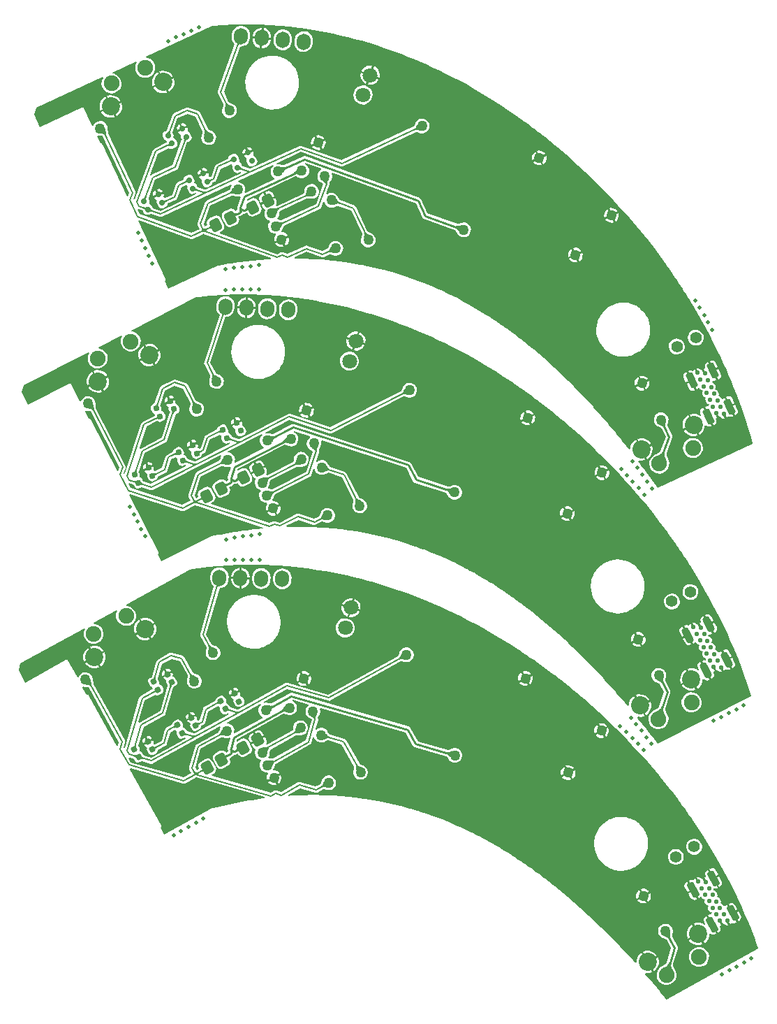
<source format=gtl>
G04*
G04 #@! TF.GenerationSoftware,Altium Limited,Altium Designer,21.7.2 (23)*
G04*
G04 Layer_Physical_Order=1*
G04 Layer_Color=255*
%FSLAX25Y25*%
%MOIN*%
G70*
G04*
G04 #@! TF.SameCoordinates,560326E4-0408-43C8-B7F1-86A7F47A34FC*
G04*
G04*
G04 #@! TF.FilePolarity,Positive*
G04*
G01*
G75*
G04:AMPARAMS|DCode=10|XSize=27.56mil|YSize=27.56mil|CornerRadius=6.89mil|HoleSize=0mil|Usage=FLASHONLY|Rotation=25.000|XOffset=0mil|YOffset=0mil|HoleType=Round|Shape=RoundedRectangle|*
%AMROUNDEDRECTD10*
21,1,0.02756,0.01378,0,0,25.0*
21,1,0.01378,0.02756,0,0,25.0*
1,1,0.01378,0.00916,-0.00333*
1,1,0.01378,-0.00333,-0.00916*
1,1,0.01378,-0.00916,0.00333*
1,1,0.01378,0.00333,0.00916*
%
%ADD10ROUNDEDRECTD10*%
G04:AMPARAMS|DCode=11|XSize=51.18mil|YSize=59.06mil|CornerRadius=12.8mil|HoleSize=0mil|Usage=FLASHONLY|Rotation=205.000|XOffset=0mil|YOffset=0mil|HoleType=Round|Shape=RoundedRectangle|*
%AMROUNDEDRECTD11*
21,1,0.05118,0.03347,0,0,205.0*
21,1,0.02559,0.05906,0,0,205.0*
1,1,0.02559,-0.01867,0.00976*
1,1,0.02559,0.00453,0.02057*
1,1,0.02559,0.01867,-0.00976*
1,1,0.02559,-0.00453,-0.02057*
%
%ADD11ROUNDEDRECTD11*%
%ADD12C,0.00787*%
%ADD13C,0.01000*%
G04:AMPARAMS|DCode=14|XSize=27.56mil|YSize=27.56mil|CornerRadius=6.89mil|HoleSize=0mil|Usage=FLASHONLY|Rotation=29.000|XOffset=0mil|YOffset=0mil|HoleType=Round|Shape=RoundedRectangle|*
%AMROUNDEDRECTD14*
21,1,0.02756,0.01378,0,0,29.0*
21,1,0.01378,0.02756,0,0,29.0*
1,1,0.01378,0.00937,-0.00269*
1,1,0.01378,-0.00269,-0.00937*
1,1,0.01378,-0.00937,0.00269*
1,1,0.01378,0.00269,0.00937*
%
%ADD14ROUNDEDRECTD14*%
G04:AMPARAMS|DCode=15|XSize=51.18mil|YSize=59.06mil|CornerRadius=12.8mil|HoleSize=0mil|Usage=FLASHONLY|Rotation=209.000|XOffset=0mil|YOffset=0mil|HoleType=Round|Shape=RoundedRectangle|*
%AMROUNDEDRECTD15*
21,1,0.05118,0.03347,0,0,209.0*
21,1,0.02559,0.05906,0,0,209.0*
1,1,0.02559,-0.01930,0.00843*
1,1,0.02559,0.00308,0.02084*
1,1,0.02559,0.01930,-0.00843*
1,1,0.02559,-0.00308,-0.02084*
%
%ADD15ROUNDEDRECTD15*%
G04:AMPARAMS|DCode=16|XSize=27.56mil|YSize=27.56mil|CornerRadius=6.89mil|HoleSize=0mil|Usage=FLASHONLY|Rotation=27.000|XOffset=0mil|YOffset=0mil|HoleType=Round|Shape=RoundedRectangle|*
%AMROUNDEDRECTD16*
21,1,0.02756,0.01378,0,0,27.0*
21,1,0.01378,0.02756,0,0,27.0*
1,1,0.01378,0.00927,-0.00301*
1,1,0.01378,-0.00301,-0.00927*
1,1,0.01378,-0.00927,0.00301*
1,1,0.01378,0.00301,0.00927*
%
%ADD16ROUNDEDRECTD16*%
G04:AMPARAMS|DCode=17|XSize=51.18mil|YSize=59.06mil|CornerRadius=12.8mil|HoleSize=0mil|Usage=FLASHONLY|Rotation=207.000|XOffset=0mil|YOffset=0mil|HoleType=Round|Shape=RoundedRectangle|*
%AMROUNDEDRECTD17*
21,1,0.05118,0.03347,0,0,207.0*
21,1,0.02559,0.05906,0,0,207.0*
1,1,0.02559,-0.01900,0.00910*
1,1,0.02559,0.00380,0.02072*
1,1,0.02559,0.01900,-0.00910*
1,1,0.02559,-0.00380,-0.02072*
%
%ADD17ROUNDEDRECTD17*%
%ADD18C,0.01968*%
%ADD19C,0.02323*%
G04:AMPARAMS|DCode=20|XSize=34.65mil|YSize=74.8mil|CornerRadius=8.66mil|HoleSize=0mil|Usage=FLASHONLY|Rotation=25.000|XOffset=0mil|YOffset=0mil|HoleType=Round|Shape=RoundedRectangle|*
%AMROUNDEDRECTD20*
21,1,0.03465,0.05748,0,0,25.0*
21,1,0.01732,0.07480,0,0,25.0*
1,1,0.01732,0.02000,-0.02239*
1,1,0.01732,0.00430,-0.02971*
1,1,0.01732,-0.02000,0.02239*
1,1,0.01732,-0.00430,0.02971*
%
%ADD20ROUNDEDRECTD20*%
%ADD21C,0.08661*%
%ADD22C,0.07480*%
G04:AMPARAMS|DCode=23|XSize=66.93mil|YSize=78.74mil|CornerRadius=0mil|HoleSize=0mil|Usage=FLASHONLY|Rotation=175.000|XOffset=0mil|YOffset=0mil|HoleType=Round|Shape=Round|*
%AMOVALD23*
21,1,0.01181,0.06693,0.00000,0.00000,265.0*
1,1,0.06693,0.00052,0.00588*
1,1,0.06693,-0.00052,-0.00588*
%
%ADD23OVALD23*%

%ADD24C,0.05512*%
%ADD25C,0.07087*%
%ADD26C,0.05000*%
G04:AMPARAMS|DCode=27|XSize=34.65mil|YSize=74.8mil|CornerRadius=8.66mil|HoleSize=0mil|Usage=FLASHONLY|Rotation=29.000|XOffset=0mil|YOffset=0mil|HoleType=Round|Shape=RoundedRectangle|*
%AMROUNDEDRECTD27*
21,1,0.03465,0.05748,0,0,29.0*
21,1,0.01732,0.07480,0,0,29.0*
1,1,0.01732,0.02151,-0.02094*
1,1,0.01732,0.00636,-0.02934*
1,1,0.01732,-0.02151,0.02094*
1,1,0.01732,-0.00636,0.02934*
%
%ADD27ROUNDEDRECTD27*%
G04:AMPARAMS|DCode=28|XSize=66.93mil|YSize=78.74mil|CornerRadius=0mil|HoleSize=0mil|Usage=FLASHONLY|Rotation=179.000|XOffset=0mil|YOffset=0mil|HoleType=Round|Shape=Round|*
%AMOVALD28*
21,1,0.01181,0.06693,0.00000,0.00000,269.0*
1,1,0.06693,0.00010,0.00591*
1,1,0.06693,-0.00010,-0.00591*
%
%ADD28OVALD28*%

G04:AMPARAMS|DCode=29|XSize=34.65mil|YSize=74.8mil|CornerRadius=8.66mil|HoleSize=0mil|Usage=FLASHONLY|Rotation=27.000|XOffset=0mil|YOffset=0mil|HoleType=Round|Shape=RoundedRectangle|*
%AMROUNDEDRECTD29*
21,1,0.03465,0.05748,0,0,27.0*
21,1,0.01732,0.07480,0,0,27.0*
1,1,0.01732,0.02077,-0.02168*
1,1,0.01732,0.00533,-0.02954*
1,1,0.01732,-0.02077,0.02168*
1,1,0.01732,-0.00533,0.02954*
%
%ADD29ROUNDEDRECTD29*%
G04:AMPARAMS|DCode=30|XSize=66.93mil|YSize=78.74mil|CornerRadius=0mil|HoleSize=0mil|Usage=FLASHONLY|Rotation=177.000|XOffset=0mil|YOffset=0mil|HoleType=Round|Shape=Round|*
%AMOVALD30*
21,1,0.01181,0.06693,0.00000,0.00000,267.0*
1,1,0.06693,0.00031,0.00590*
1,1,0.06693,-0.00031,-0.00590*
%
%ADD30OVALD30*%

G36*
X131000Y485313D02*
X132482Y485290D01*
X133964Y485255D01*
X135448Y485209D01*
X136841Y485154D01*
X138146Y485094D01*
X139450Y485026D01*
X140754Y484948D01*
X142014Y484865D01*
X143228Y484777D01*
X144443Y484681D01*
X145657Y484578D01*
X146262Y484523D01*
X146262Y484523D01*
X146824Y484472D01*
X147950Y484362D01*
X149074Y484247D01*
X150197Y484125D01*
X151276Y484001D01*
X152310Y483877D01*
X153347Y483748D01*
X154379Y483613D01*
X155414Y483473D01*
X156445Y483327D01*
X157476Y483177D01*
X158508Y483020D01*
X159022Y482939D01*
X159494Y482866D01*
X160439Y482713D01*
X161380Y482556D01*
X162324Y482395D01*
X162793Y482312D01*
X162793D01*
X163262Y482229D01*
X164202Y482059D01*
X165143Y481885D01*
X166083Y481706D01*
X166551Y481614D01*
X166551Y481614D01*
X167020Y481523D01*
X167957Y481335D01*
X168894Y481143D01*
X169829Y480947D01*
X170294Y480847D01*
X173692Y480089D01*
X177075Y479276D01*
X180446Y478407D01*
X183805Y477483D01*
X187152Y476505D01*
X190485Y475473D01*
X193806Y474388D01*
X196781Y473367D01*
X199745Y472305D01*
X202697Y471200D01*
X205637Y470055D01*
X208563Y468869D01*
X211477Y467643D01*
X214700Y466234D01*
X217905Y464778D01*
X221092Y463273D01*
X224261Y461722D01*
X227411Y460124D01*
X230543Y458481D01*
X233656Y456792D01*
X236748Y455059D01*
X240127Y453102D01*
X243480Y451093D01*
X246807Y449033D01*
X250407Y446727D01*
X253973Y444364D01*
X257799Y441738D01*
X261589Y439043D01*
X262094Y438677D01*
X263105Y437939D01*
X264112Y437196D01*
X265117Y436448D01*
X265618Y436072D01*
X266156Y435669D01*
X267226Y434857D01*
X268291Y434041D01*
X269356Y433218D01*
X269884Y432806D01*
X270449Y432364D01*
X271575Y431476D01*
X272696Y430583D01*
X273813Y429683D01*
X274997Y428721D01*
X276243Y427696D01*
X277486Y426662D01*
X278721Y425623D01*
X279336Y425100D01*
X280020Y424518D01*
X281380Y423346D01*
X282734Y422166D01*
X284080Y420978D01*
X284751Y420379D01*
X284751Y420379D01*
X285587Y419631D01*
X287252Y418121D01*
X288904Y416600D01*
X290544Y415066D01*
X291359Y414292D01*
X292533Y413178D01*
X294855Y410925D01*
X297153Y408648D01*
X299426Y406347D01*
X300551Y405183D01*
X302481Y403186D01*
X306268Y399123D01*
X309980Y394991D01*
X313616Y390792D01*
X317174Y386526D01*
X320653Y382197D01*
X324053Y377804D01*
X327371Y373350D01*
X328989Y371093D01*
X329611Y370225D01*
X330843Y368481D01*
X332062Y366727D01*
X333268Y364965D01*
X334337Y363380D01*
X335271Y361977D01*
X336197Y360568D01*
X337115Y359156D01*
X337570Y358445D01*
X337976Y357812D01*
X338782Y356542D01*
X339581Y355268D01*
X340373Y353990D01*
X340766Y353348D01*
X341111Y352784D01*
X341798Y351652D01*
X342480Y350516D01*
X343155Y349379D01*
X343489Y348810D01*
X345951Y344538D01*
X348164Y340544D01*
X350144Y336837D01*
X351906Y333420D01*
X353615Y329988D01*
X355124Y326854D01*
X356589Y323709D01*
X358010Y320552D01*
X359250Y317703D01*
X360454Y314844D01*
X361621Y311978D01*
X362751Y309106D01*
X363843Y306226D01*
X364782Y303661D01*
X365690Y301092D01*
X366569Y298518D01*
X367417Y295940D01*
X368233Y293359D01*
X369019Y290774D01*
X369773Y288187D01*
X370496Y285595D01*
X370582Y285275D01*
X325233Y264128D01*
X324385Y265333D01*
X324384Y265334D01*
X324383Y265335D01*
X323500Y266579D01*
X323499Y266580D01*
X323499Y266582D01*
X322615Y267819D01*
X322614Y267820D01*
X322614Y267821D01*
X321729Y269052D01*
X321728Y269053D01*
X321728Y269054D01*
X320842Y270278D01*
X320841Y270279D01*
X320840Y270280D01*
X319953Y271497D01*
X319953Y271498D01*
X319952Y271499D01*
X319064Y272709D01*
X319063Y272710D01*
X319062Y272711D01*
X318174Y273914D01*
X318173Y273915D01*
X318172Y273916D01*
X317282Y275112D01*
X317281Y275113D01*
X317280Y275114D01*
X316389Y276303D01*
X316388Y276304D01*
X316387Y276305D01*
X315874Y276986D01*
X316183Y277405D01*
X316192Y277402D01*
X317590Y277280D01*
X318972Y277524D01*
X319155Y277609D01*
X316902Y282440D01*
X314649Y287272D01*
X314466Y287186D01*
X313391Y286284D01*
X312586Y285134D01*
X312106Y283815D01*
X312019Y282823D01*
X311504Y282670D01*
X311008Y283304D01*
X311007Y283305D01*
X311006Y283306D01*
X310107Y284446D01*
X310106Y284447D01*
X310105Y284448D01*
X309205Y285581D01*
X309204Y285582D01*
X309203Y285584D01*
X308302Y286710D01*
X308301Y286711D01*
X308300Y286712D01*
X307397Y287831D01*
X307396Y287832D01*
X307395Y287833D01*
X306491Y288945D01*
X306490Y288946D01*
X306489Y288948D01*
X305584Y290053D01*
X305583Y290054D01*
X305582Y290055D01*
X304676Y291153D01*
X304675Y291154D01*
X304674Y291155D01*
X303766Y292246D01*
X303765Y292247D01*
X303764Y292248D01*
X302856Y293332D01*
X302854Y293333D01*
X302854Y293335D01*
X301943Y294411D01*
X301942Y294412D01*
X301941Y294414D01*
X301030Y295483D01*
X301029Y295484D01*
X301028Y295486D01*
X300115Y296549D01*
X300114Y296550D01*
X300113Y296551D01*
X299199Y297607D01*
X299198Y297608D01*
X299197Y297609D01*
X298282Y298658D01*
X298281Y298659D01*
X298280Y298660D01*
X297363Y299701D01*
X297362Y299703D01*
X297361Y299704D01*
X296443Y300738D01*
X296442Y300739D01*
X296441Y300741D01*
X295522Y301768D01*
X295520Y301769D01*
X295519Y301771D01*
X294599Y302791D01*
X294598Y302792D01*
X294597Y302793D01*
X293675Y303806D01*
X293673Y303807D01*
X293672Y303809D01*
X292749Y304815D01*
X292748Y304816D01*
X292747Y304817D01*
X291822Y305816D01*
X291821Y305817D01*
X291820Y305819D01*
X290894Y306811D01*
X290893Y306812D01*
X290892Y306813D01*
X289964Y307798D01*
X289963Y307799D01*
X289962Y307800D01*
X289033Y308778D01*
X289032Y308779D01*
X289031Y308781D01*
X288100Y309751D01*
X288099Y309752D01*
X288098Y309753D01*
X287166Y310717D01*
X287165Y310718D01*
X287164Y310719D01*
X286231Y311676D01*
X286229Y311677D01*
X286228Y311678D01*
X285294Y312627D01*
X285292Y312628D01*
X285291Y312630D01*
X284355Y313572D01*
X284354Y313573D01*
X284353Y313574D01*
X283415Y314509D01*
X283414Y314510D01*
X283413Y314512D01*
X282474Y315439D01*
X282472Y315440D01*
X282471Y315442D01*
X281531Y316362D01*
X281529Y316364D01*
X281528Y316365D01*
X280586Y317278D01*
X280585Y317279D01*
X280584Y317281D01*
X279640Y318187D01*
X279639Y318188D01*
X279638Y318190D01*
X278693Y319089D01*
X278691Y319090D01*
X278690Y319091D01*
X277744Y319983D01*
X277742Y319984D01*
X277741Y319986D01*
X276793Y320870D01*
X276791Y320871D01*
X276790Y320873D01*
X275841Y321750D01*
X275839Y321751D01*
X275838Y321753D01*
X274887Y322623D01*
X274885Y322624D01*
X274884Y322626D01*
X273932Y323489D01*
X273930Y323490D01*
X273928Y323492D01*
X272974Y324347D01*
X272973Y324348D01*
X272971Y324350D01*
X272016Y325199D01*
X272014Y325200D01*
X272012Y325202D01*
X270864Y326210D01*
X270862Y326212D01*
X270860Y326214D01*
X269709Y327212D01*
X269707Y327213D01*
X269705Y327215D01*
X268552Y328203D01*
X268549Y328205D01*
X268548Y328207D01*
X267392Y329184D01*
X267390Y329185D01*
X267388Y329187D01*
X266230Y330155D01*
X266228Y330156D01*
X266226Y330158D01*
X265066Y331115D01*
X265063Y331116D01*
X265062Y331118D01*
X263899Y332064D01*
X263896Y332065D01*
X263895Y332067D01*
X262730Y333003D01*
X262727Y333004D01*
X262725Y333007D01*
X261558Y333932D01*
X261555Y333933D01*
X261554Y333935D01*
X260384Y334850D01*
X260381Y334851D01*
X260379Y334853D01*
X259207Y335758D01*
X259204Y335759D01*
X259203Y335761D01*
X258028Y336655D01*
X258025Y336656D01*
X258023Y336658D01*
X256846Y337542D01*
X256843Y337543D01*
X256841Y337545D01*
X255661Y338418D01*
X255659Y338419D01*
X255657Y338421D01*
X254474Y339284D01*
X254472Y339285D01*
X254470Y339287D01*
X253285Y340139D01*
X253282Y340140D01*
X253280Y340142D01*
X251894Y341123D01*
X251891Y341125D01*
X251889Y341127D01*
X250500Y342093D01*
X250497Y342095D01*
X250494Y342097D01*
X249101Y343049D01*
X249098Y343050D01*
X249096Y343053D01*
X247699Y343990D01*
X247696Y343992D01*
X247694Y343994D01*
X246294Y344917D01*
X246291Y344919D01*
X246288Y344921D01*
X244885Y345830D01*
X244881Y345831D01*
X244879Y345834D01*
X243472Y346728D01*
X243468Y346729D01*
X243465Y346732D01*
X241853Y347737D01*
X241849Y347738D01*
X241846Y347741D01*
X240228Y348727D01*
X240225Y348728D01*
X240222Y348731D01*
X238599Y349698D01*
X238595Y349699D01*
X238592Y349702D01*
X236965Y350650D01*
X236961Y350651D01*
X236958Y350654D01*
X235121Y351698D01*
X235116Y351699D01*
X235113Y351702D01*
X233270Y352722D01*
X233265Y352724D01*
X233262Y352727D01*
X231412Y353723D01*
X231407Y353724D01*
X231404Y353727D01*
X229341Y354806D01*
X229336Y354807D01*
X229332Y354811D01*
X227261Y355859D01*
X227256Y355861D01*
X227252Y355864D01*
X224965Y356983D01*
X224959Y356985D01*
X224954Y356989D01*
X222448Y358169D01*
X222441Y358170D01*
X222436Y358174D01*
X219707Y359404D01*
X219703Y359405D01*
X219700Y359407D01*
X219332Y359569D01*
X219331Y359569D01*
X219330Y359570D01*
X218593Y359891D01*
X218591Y359891D01*
X218589Y359892D01*
X217850Y360209D01*
X217849Y360209D01*
X217847Y360210D01*
X217107Y360524D01*
X217106Y360524D01*
X217104Y360525D01*
X216734Y360681D01*
X216733Y360681D01*
X216732Y360681D01*
X216309Y360858D01*
X216307Y360858D01*
X216306Y360859D01*
X215459Y361208D01*
X215457Y361208D01*
X215455Y361209D01*
X214606Y361554D01*
X214603Y361554D01*
X214602Y361555D01*
X213751Y361895D01*
X213749Y361895D01*
X213748Y361896D01*
X213321Y362064D01*
X213320Y362065D01*
X213319Y362065D01*
X212814Y362263D01*
X212812Y362263D01*
X212810Y362264D01*
X211797Y362655D01*
X211794Y362655D01*
X211792Y362657D01*
X210776Y363041D01*
X210774Y363041D01*
X210772Y363042D01*
X209754Y363420D01*
X209752Y363420D01*
X209750Y363421D01*
X209240Y363608D01*
X209236Y363608D01*
X209232Y363610D01*
X206300Y364645D01*
X206288Y364647D01*
X206278Y364653D01*
X200357Y366556D01*
X200342Y366557D01*
X200328Y366564D01*
X194340Y368242D01*
X194325Y368243D01*
X194311Y368250D01*
X188263Y369700D01*
X188252Y369701D01*
X188241Y369705D01*
X185198Y370344D01*
X185193Y370344D01*
X185188Y370346D01*
X184428Y370497D01*
X184425Y370497D01*
X184423Y370497D01*
X182900Y370788D01*
X182896Y370788D01*
X182893Y370789D01*
X181367Y371065D01*
X181363Y371065D01*
X181360Y371066D01*
X179832Y371327D01*
X179829Y371327D01*
X179826Y371328D01*
X179062Y371454D01*
X179060Y371454D01*
X179059Y371454D01*
X178517Y371541D01*
X178516Y371541D01*
X178514Y371541D01*
X177431Y371709D01*
X177428Y371709D01*
X177425Y371710D01*
X176341Y371871D01*
X176339Y371870D01*
X176336Y371871D01*
X175251Y372025D01*
X175249Y372025D01*
X175247Y372025D01*
X174704Y372099D01*
X174703Y372099D01*
X174702Y372100D01*
X174242Y372161D01*
X174241Y372161D01*
X174239Y372162D01*
X173320Y372280D01*
X173318Y372280D01*
X173316Y372281D01*
X172396Y372395D01*
X172393Y372395D01*
X172391Y372395D01*
X171471Y372504D01*
X171469Y372504D01*
X171467Y372504D01*
X171007Y372557D01*
X171006Y372557D01*
X171005Y372557D01*
X170600Y372602D01*
X170599Y372602D01*
X170597Y372603D01*
X169788Y372690D01*
X169786Y372690D01*
X169784Y372690D01*
X168974Y372774D01*
X168972Y372773D01*
X168970Y372774D01*
X168159Y372854D01*
X168158Y372853D01*
X168156Y372854D01*
X167751Y372892D01*
X167747Y372892D01*
X167744Y372893D01*
X164950Y373131D01*
X164943Y373130D01*
X164937Y373132D01*
X162363Y373311D01*
X162357Y373310D01*
X162352Y373312D01*
X159765Y373453D01*
X159759Y373453D01*
X159754Y373454D01*
X157391Y373551D01*
X157386Y373550D01*
X157381Y373551D01*
X155008Y373616D01*
X155002Y373616D01*
X154998Y373617D01*
X152853Y373649D01*
X152848Y373648D01*
X152843Y373649D01*
X151819Y373653D01*
X151709Y374153D01*
X157559Y376881D01*
X164728Y374271D01*
X165276Y374187D01*
X165815Y374319D01*
X165815Y374319D01*
X168497Y375569D01*
X168541Y375579D01*
X168634Y375589D01*
X168766Y375589D01*
X168933Y375575D01*
X169133Y375544D01*
X169352Y375497D01*
X169920Y375331D01*
X170237Y375217D01*
X170333Y375203D01*
X170694Y375072D01*
X171612Y374991D01*
X172520Y375151D01*
X173355Y375541D01*
X174061Y376133D01*
X174590Y376888D01*
X174905Y377754D01*
X174985Y378672D01*
X174825Y379580D01*
X174436Y380415D01*
X173843Y381121D01*
X173088Y381650D01*
X172222Y381965D01*
X171304Y382045D01*
X170397Y381885D01*
X169562Y381496D01*
X168856Y380903D01*
X168327Y380148D01*
X168195Y379787D01*
X168145Y379705D01*
X168027Y379388D01*
X167790Y378847D01*
X167685Y378648D01*
X167580Y378475D01*
X167483Y378339D01*
X167399Y378238D01*
X167331Y378172D01*
X167295Y378145D01*
X165147Y377143D01*
X157978Y379752D01*
X157430Y379837D01*
X156891Y379705D01*
X148504Y375794D01*
X146316Y376591D01*
X145768Y376675D01*
X145229Y376543D01*
X143533Y375752D01*
X116031Y385762D01*
X116009Y386261D01*
X116931Y386691D01*
X117662Y387227D01*
X118133Y388003D01*
X118271Y388899D01*
X118055Y389780D01*
X116641Y392813D01*
X116105Y393544D01*
X115329Y394015D01*
X114433Y394152D01*
X113552Y393937D01*
X111233Y392855D01*
X110502Y392319D01*
X110031Y391544D01*
X109893Y390648D01*
X110109Y389767D01*
X110215Y389538D01*
X108971Y388958D01*
X108364Y390259D01*
X111532Y398962D01*
X121709Y403708D01*
X121753Y403718D01*
X121847Y403727D01*
X121978Y403727D01*
X122145Y403714D01*
X122345Y403683D01*
X122565Y403635D01*
X123132Y403469D01*
X123450Y403356D01*
X123546Y403342D01*
X123907Y403210D01*
X124825Y403130D01*
X125732Y403290D01*
X125769Y403307D01*
X126138Y402970D01*
X124489Y398441D01*
X124399Y397851D01*
X124540Y397272D01*
X124585Y397177D01*
X124590Y397160D01*
X124603Y397097D01*
X124611Y397028D01*
X124614Y396951D01*
X124610Y396865D01*
X124604Y396817D01*
X123618Y396357D01*
X123241Y396872D01*
X122466Y397342D01*
X121569Y397480D01*
X120688Y397265D01*
X118369Y396183D01*
X117638Y395647D01*
X117167Y394872D01*
X117029Y393975D01*
X117245Y393094D01*
X118659Y390061D01*
X119195Y389330D01*
X119971Y388860D01*
X120867Y388722D01*
X121748Y388937D01*
X124067Y390019D01*
X124799Y390555D01*
X125269Y391330D01*
X125407Y392227D01*
X125191Y393108D01*
X124958Y393607D01*
X126513Y394332D01*
X126994Y394685D01*
X127179Y394989D01*
X127215Y395030D01*
X127311Y395075D01*
X127365Y395076D01*
X127717Y395022D01*
X128297Y395164D01*
X129131Y395553D01*
X129364Y395053D01*
X129900Y394322D01*
X130675Y393851D01*
X131571Y393713D01*
X132452Y393929D01*
X134772Y395010D01*
X135503Y395547D01*
X135973Y396322D01*
X136111Y397218D01*
X135896Y398099D01*
X134482Y401132D01*
X133945Y401863D01*
X133170Y402334D01*
X132274Y402472D01*
X131393Y402256D01*
X129402Y401328D01*
X129027Y401658D01*
X129125Y402066D01*
X152220Y412835D01*
X152274Y412849D01*
X152358Y412858D01*
X152460Y412857D01*
X152585Y412842D01*
X152733Y412810D01*
X152904Y412758D01*
X153096Y412682D01*
X153308Y412582D01*
X153562Y412445D01*
X153572Y412442D01*
X153666Y412376D01*
X154532Y412061D01*
X155450Y411981D01*
X156357Y412141D01*
X157193Y412530D01*
X157899Y413123D01*
X158427Y413878D01*
X158742Y414744D01*
X158823Y415662D01*
X158663Y416569D01*
X158273Y417404D01*
X157681Y418110D01*
X156973Y418606D01*
X156920Y418822D01*
X156908Y419178D01*
X156945Y419205D01*
X164363Y416505D01*
X164384Y416006D01*
X164339Y415984D01*
X163633Y415392D01*
X163105Y414637D01*
X162789Y413771D01*
X162709Y412853D01*
X162869Y411945D01*
X163259Y411110D01*
X163851Y410404D01*
X164399Y410021D01*
X164414Y410004D01*
X164442Y409991D01*
X164504Y409947D01*
X164516Y409937D01*
X164534Y409926D01*
X164606Y409876D01*
X164647Y409861D01*
X164746Y409804D01*
X165148Y409536D01*
X165298Y409418D01*
X165437Y409297D01*
X165553Y409182D01*
X162065Y399598D01*
X145644Y391941D01*
X145600Y391931D01*
X145506Y391921D01*
X145375Y391921D01*
X145208Y391935D01*
X145008Y391966D01*
X144788Y392013D01*
X144221Y392179D01*
X143903Y392293D01*
X143808Y392307D01*
X143747Y392329D01*
X143673Y392460D01*
X143592Y392907D01*
X144025Y393526D01*
X144340Y394392D01*
X144389Y394944D01*
X144411Y395030D01*
X144427Y395320D01*
X144454Y395548D01*
X144491Y395741D01*
X144535Y395898D01*
X144582Y396019D01*
X144627Y396106D01*
X144668Y396164D01*
X144703Y396201D01*
X144728Y396221D01*
X157435Y402146D01*
X157461Y402152D01*
X157540Y402165D01*
X159305Y402196D01*
X159709Y402179D01*
X159712Y402180D01*
X159714Y402179D01*
X159780Y402190D01*
X160025Y402168D01*
X160933Y402328D01*
X161768Y402718D01*
X162474Y403310D01*
X163003Y404065D01*
X163318Y404931D01*
X163398Y405849D01*
X163238Y406757D01*
X162849Y407592D01*
X162256Y408298D01*
X161502Y408827D01*
X160635Y409142D01*
X159717Y409222D01*
X158810Y409062D01*
X157975Y408673D01*
X157269Y408080D01*
X156740Y407325D01*
X156425Y406459D01*
X156377Y405908D01*
X156354Y405821D01*
X156338Y405532D01*
X156312Y405303D01*
X156275Y405110D01*
X156231Y404954D01*
X156184Y404833D01*
X156138Y404746D01*
X156097Y404687D01*
X156062Y404650D01*
X156037Y404630D01*
X143331Y398705D01*
X143305Y398699D01*
X143226Y398687D01*
X143109Y398685D01*
X142824Y399180D01*
X143110Y399650D01*
X143248Y400546D01*
X143032Y401427D01*
X142536Y402490D01*
X139270Y400967D01*
X136004Y399444D01*
X136500Y398381D01*
X137036Y397649D01*
X137542Y397343D01*
X137750Y396819D01*
X137727Y396690D01*
X137447Y395920D01*
X137367Y395002D01*
X137527Y394094D01*
X137917Y393259D01*
X138509Y392553D01*
X139264Y392025D01*
X139829Y391819D01*
X139903Y391688D01*
X139984Y391241D01*
X139551Y390622D01*
X139236Y389756D01*
X139155Y388838D01*
X139315Y387930D01*
X139705Y387095D01*
X140297Y386389D01*
X141052Y385860D01*
X141918Y385545D01*
X142652Y385481D01*
X142695Y385437D01*
X142879Y385043D01*
X142885Y384981D01*
X142463Y384378D01*
X142148Y383512D01*
X142067Y382594D01*
X142220Y381726D01*
X148545Y384676D01*
X147979Y385350D01*
X147224Y385879D01*
X146358Y386194D01*
X145624Y386258D01*
X145581Y386303D01*
X145397Y386697D01*
X145391Y386758D01*
X145814Y387362D01*
X145945Y387723D01*
X145996Y387805D01*
X146113Y388122D01*
X146351Y388663D01*
X146456Y388862D01*
X146561Y389035D01*
X146657Y389171D01*
X146742Y389272D01*
X146809Y389338D01*
X146845Y389365D01*
X163800Y397271D01*
X164247Y397599D01*
X164534Y398073D01*
X165509Y400750D01*
X166024Y400705D01*
X166077Y400409D01*
X166466Y399574D01*
X167058Y398868D01*
X167813Y398339D01*
X168679Y398024D01*
X169597Y397944D01*
X170505Y398104D01*
X170853Y398266D01*
X170947Y398289D01*
X171254Y398429D01*
X171805Y398644D01*
X172020Y398710D01*
X172216Y398759D01*
X172381Y398787D01*
X172512Y398798D01*
X172606Y398797D01*
X172651Y398791D01*
X178868Y396528D01*
X184030Y385459D01*
X184040Y385415D01*
X184049Y385321D01*
X184049Y385190D01*
X184035Y385023D01*
X184004Y384823D01*
X183957Y384604D01*
X183791Y384036D01*
X183678Y383718D01*
X183664Y383623D01*
X183532Y383262D01*
X183452Y382344D01*
X183612Y381436D01*
X184001Y380601D01*
X184594Y379895D01*
X185349Y379366D01*
X186215Y379051D01*
X187133Y378971D01*
X188040Y379131D01*
X188875Y379520D01*
X189582Y380113D01*
X190110Y380868D01*
X190425Y381733D01*
X190506Y382651D01*
X190346Y383559D01*
X189956Y384394D01*
X189364Y385100D01*
X188609Y385629D01*
X188247Y385760D01*
X188165Y385811D01*
X187849Y385929D01*
X187308Y386166D01*
X187109Y386271D01*
X186936Y386376D01*
X186799Y386472D01*
X186699Y386557D01*
X186633Y386625D01*
X186605Y386660D01*
X181195Y398263D01*
X180867Y398710D01*
X180393Y398997D01*
X173623Y401462D01*
X173585Y401486D01*
X173512Y401545D01*
X173419Y401638D01*
X173310Y401766D01*
X173191Y401929D01*
X173069Y402118D01*
X172785Y402637D01*
X172641Y402942D01*
X172583Y403019D01*
X172421Y403368D01*
X171828Y404073D01*
X171073Y404602D01*
X170208Y404917D01*
X169289Y404998D01*
X168382Y404838D01*
X167547Y404448D01*
X167317Y404255D01*
X166893Y404552D01*
X168467Y408877D01*
X168551Y409425D01*
X168449Y409844D01*
X168439Y409897D01*
X168429Y409923D01*
X168419Y409964D01*
X168400Y410006D01*
X168399Y410009D01*
X168398Y410021D01*
X168400Y410039D01*
X168407Y410070D01*
X168426Y410121D01*
X168463Y410193D01*
X168524Y410286D01*
X168612Y410396D01*
X168752Y410546D01*
X168755Y410552D01*
X168839Y410622D01*
X169367Y411377D01*
X169682Y412243D01*
X169763Y413161D01*
X169603Y414069D01*
X169581Y414114D01*
X169919Y414483D01*
X209710Y400000D01*
X212770Y393438D01*
X213123Y392957D01*
X213633Y392647D01*
X228309Y387306D01*
X228361Y387274D01*
X228444Y387211D01*
X228540Y387122D01*
X228647Y387004D01*
X228762Y386857D01*
X228876Y386689D01*
X229140Y386221D01*
X229272Y385946D01*
X229328Y385870D01*
X229490Y385523D01*
X230083Y384817D01*
X230838Y384288D01*
X231704Y383973D01*
X232622Y383892D01*
X233529Y384053D01*
X234365Y384442D01*
X235070Y385034D01*
X235599Y385789D01*
X235914Y386655D01*
X235995Y387573D01*
X235835Y388481D01*
X235445Y389316D01*
X234853Y390022D01*
X234098Y390551D01*
X233232Y390866D01*
X232314Y390946D01*
X231406Y390786D01*
X231069Y390629D01*
X230986Y390611D01*
X230416Y390367D01*
X230198Y390291D01*
X229991Y390232D01*
X229808Y390193D01*
X229650Y390172D01*
X229519Y390165D01*
X229415Y390170D01*
X229355Y390180D01*
X215274Y395305D01*
X212214Y401867D01*
X211861Y402348D01*
X211351Y402658D01*
X156938Y422462D01*
X156349Y422553D01*
X155769Y422411D01*
X146787Y418223D01*
X146728Y418208D01*
X146625Y418194D01*
X146494Y418189D01*
X146335Y418197D01*
X146149Y418220D01*
X145951Y418258D01*
X145432Y418402D01*
X145145Y418504D01*
X145051Y418517D01*
X144691Y418648D01*
X143773Y418729D01*
X143269Y418640D01*
X143117Y419121D01*
X154771Y424555D01*
X173838Y417616D01*
X174386Y417531D01*
X174925Y417663D01*
X209720Y433888D01*
X209764Y433898D01*
X209858Y433908D01*
X209989Y433908D01*
X210156Y433894D01*
X210356Y433863D01*
X210576Y433816D01*
X211143Y433649D01*
X211461Y433536D01*
X211556Y433522D01*
X211918Y433391D01*
X212836Y433310D01*
X213743Y433470D01*
X214579Y433860D01*
X215285Y434452D01*
X215813Y435207D01*
X216128Y436073D01*
X216209Y436991D01*
X216049Y437899D01*
X215659Y438734D01*
X215067Y439440D01*
X214312Y439968D01*
X213446Y440284D01*
X212528Y440364D01*
X211620Y440204D01*
X210785Y439815D01*
X210079Y439222D01*
X209550Y438467D01*
X209419Y438106D01*
X209368Y438024D01*
X209251Y437707D01*
X209014Y437166D01*
X208909Y436968D01*
X208804Y436794D01*
X208707Y436658D01*
X208623Y436557D01*
X208555Y436491D01*
X208519Y436464D01*
X174257Y420487D01*
X155190Y427427D01*
X154642Y427512D01*
X154104Y427380D01*
X130795Y416510D01*
X130761Y416499D01*
X130695Y416482D01*
X130632Y416472D01*
X130571Y416467D01*
X130510Y416466D01*
X130446Y416471D01*
X130379Y416482D01*
X130345Y416491D01*
X127105Y417670D01*
X126976Y417723D01*
X126518Y418704D01*
X126121Y419246D01*
X125546Y419595D01*
X125531Y419597D01*
X125320Y420050D01*
X125328Y420063D01*
X125430Y420728D01*
X125270Y421380D01*
X124688Y422629D01*
X124291Y423171D01*
X123716Y423520D01*
X123052Y423622D01*
X122399Y423462D01*
X121150Y422880D01*
X120608Y422482D01*
X120260Y421908D01*
X120171Y421331D01*
X114679Y418770D01*
X114232Y418442D01*
X113944Y417968D01*
X112051Y412766D01*
X111416Y412470D01*
X110977Y412737D01*
X110849Y412888D01*
X110690Y413228D01*
X110698Y413242D01*
X110800Y413906D01*
X110641Y414559D01*
X110561Y414730D01*
X106191Y412692D01*
X106270Y412521D01*
X106668Y411979D01*
X107242Y411630D01*
X107258Y411628D01*
X107469Y411175D01*
X107461Y411161D01*
X107359Y410497D01*
X107518Y409844D01*
X108101Y408596D01*
X108498Y408054D01*
X109072Y407705D01*
X109737Y407603D01*
X110389Y407763D01*
X111638Y408345D01*
X112180Y408742D01*
X112528Y409317D01*
X112617Y409894D01*
X113785Y410439D01*
X114232Y410766D01*
X114520Y411240D01*
X116413Y416442D01*
X121372Y418755D01*
X121812Y418488D01*
X121940Y418336D01*
X122098Y417996D01*
X122090Y417983D01*
X121988Y417319D01*
X122148Y416666D01*
X122730Y415417D01*
X123127Y414876D01*
X123702Y414527D01*
X124366Y414425D01*
X125019Y414584D01*
X125838Y414967D01*
X126059Y414854D01*
X126049Y414298D01*
X109386Y406527D01*
X109352Y406516D01*
X109286Y406499D01*
X109223Y406489D01*
X109162Y406484D01*
X109101Y406483D01*
X109038Y406488D01*
X108971Y406499D01*
X108936Y406508D01*
X105696Y407687D01*
X105567Y407739D01*
X105109Y408721D01*
X104712Y409263D01*
X104137Y409612D01*
X104122Y409614D01*
X103911Y410067D01*
X103919Y410080D01*
X104021Y410744D01*
X103861Y411397D01*
X103279Y412646D01*
X102882Y413188D01*
X102307Y413536D01*
X101643Y413639D01*
X100990Y413479D01*
X99742Y412897D01*
X99200Y412499D01*
X98851Y411925D01*
X98762Y411347D01*
X95946Y410034D01*
X95499Y409706D01*
X95211Y409232D01*
X93318Y404030D01*
X90007Y402487D01*
X89568Y402753D01*
X89440Y402905D01*
X89281Y403245D01*
X89289Y403259D01*
X89392Y403923D01*
X89232Y404575D01*
X89152Y404747D01*
X84782Y402709D01*
X84862Y402537D01*
X85259Y401996D01*
X85833Y401647D01*
X85849Y401645D01*
X86060Y401192D01*
X86052Y401178D01*
X85950Y400514D01*
X86110Y399861D01*
X86692Y398612D01*
X87089Y398071D01*
X87664Y397722D01*
X88328Y397620D01*
X88980Y397780D01*
X90229Y398362D01*
X90771Y398759D01*
X91120Y399334D01*
X91208Y399911D01*
X95052Y401703D01*
X95499Y402031D01*
X95787Y402505D01*
X97680Y407707D01*
X99963Y408772D01*
X100403Y408505D01*
X100531Y408353D01*
X100689Y408013D01*
X100681Y408000D01*
X100579Y407336D01*
X100739Y406683D01*
X101321Y405434D01*
X101718Y404892D01*
X102293Y404544D01*
X102957Y404442D01*
X103610Y404601D01*
X104429Y404984D01*
X104650Y404871D01*
X104641Y404315D01*
X87756Y396441D01*
X84287Y397704D01*
X84158Y397756D01*
X83700Y398738D01*
X83303Y399280D01*
X82728Y399628D01*
X82713Y399631D01*
X82502Y400084D01*
X82510Y400097D01*
X82612Y400761D01*
X82452Y401414D01*
X81997Y402391D01*
X82026Y402496D01*
X85193Y411198D01*
X95364Y415941D01*
X95811Y416268D01*
X96099Y416742D01*
X100621Y429167D01*
X100673Y429296D01*
X101655Y429754D01*
X102197Y430151D01*
X102545Y430726D01*
X102648Y431390D01*
X102488Y432042D01*
X101906Y433291D01*
X101508Y433833D01*
X100934Y434182D01*
X100918Y434184D01*
X100707Y434637D01*
X100715Y434651D01*
X100817Y435315D01*
X100658Y435967D01*
X100578Y436139D01*
X96207Y434101D01*
X96287Y433929D01*
X96685Y433388D01*
X97259Y433039D01*
X97275Y433037D01*
X97486Y432583D01*
X97478Y432570D01*
X97376Y431906D01*
X97535Y431253D01*
X97991Y430277D01*
X97962Y430171D01*
X93629Y418268D01*
X83458Y413525D01*
X83236Y413362D01*
X82818Y413675D01*
X86495Y423777D01*
X91811Y426256D01*
X92310Y425953D01*
X92974Y425850D01*
X93627Y426010D01*
X94875Y426592D01*
X95417Y426990D01*
X95766Y427564D01*
X95868Y428228D01*
X95708Y428881D01*
X95126Y430130D01*
X94729Y430672D01*
X94154Y431020D01*
X94139Y431023D01*
X93928Y431476D01*
X93936Y431489D01*
X94038Y432153D01*
X93878Y432806D01*
X93423Y433783D01*
X93451Y433888D01*
X95868Y440528D01*
X100667Y442766D01*
X104558Y441350D01*
X107846Y434298D01*
X107856Y434254D01*
X107866Y434160D01*
X107866Y434028D01*
X107852Y433862D01*
X107821Y433662D01*
X107774Y433442D01*
X107608Y432875D01*
X107494Y432557D01*
X107480Y432461D01*
X107349Y432100D01*
X107269Y431182D01*
X107429Y430274D01*
X107818Y429439D01*
X108411Y428733D01*
X109165Y428205D01*
X110031Y427889D01*
X110949Y427809D01*
X111857Y427969D01*
X112692Y428359D01*
X113398Y428951D01*
X113927Y429706D01*
X114242Y430572D01*
X114322Y431490D01*
X114162Y432398D01*
X113773Y433233D01*
X113180Y433939D01*
X112425Y434467D01*
X112064Y434599D01*
X111982Y434649D01*
X111666Y434767D01*
X111125Y435004D01*
X110926Y435109D01*
X110753Y435214D01*
X110616Y435311D01*
X110515Y435395D01*
X110450Y435463D01*
X110422Y435499D01*
X106885Y443085D01*
X106557Y443532D01*
X106083Y443820D01*
X101086Y445638D01*
X100538Y445722D01*
X100000Y445591D01*
X94134Y442855D01*
X93687Y442527D01*
X93399Y442054D01*
X90793Y434892D01*
X90740Y434763D01*
X89758Y434305D01*
X89217Y433908D01*
X88868Y433334D01*
X88766Y432670D01*
X88925Y432017D01*
X89508Y430768D01*
X89905Y430226D01*
X90480Y429878D01*
X90495Y429875D01*
X90654Y429535D01*
X90688Y429340D01*
X90609Y428831D01*
X84760Y426104D01*
X84313Y425776D01*
X84026Y425302D01*
X75499Y401876D01*
X74938Y401796D01*
X74840Y401930D01*
X75761Y404461D01*
X75846Y405010D01*
X75714Y405548D01*
X62736Y433380D01*
X62498Y435857D01*
X62502Y435907D01*
X62342Y436814D01*
X61953Y437649D01*
X61360Y438355D01*
X60605Y438884D01*
X59739Y439199D01*
X58821Y439280D01*
X57914Y439119D01*
X57078Y438730D01*
X56372Y438138D01*
X55844Y437383D01*
X55697Y436979D01*
X55156Y436956D01*
X50975Y445923D01*
X30273Y436269D01*
X27428Y442369D01*
X28587Y445474D01*
X60100Y460169D01*
X60433Y459773D01*
X60163Y459388D01*
X59737Y458216D01*
X59628Y456972D01*
X59845Y455743D01*
X60372Y454612D01*
X61174Y453656D01*
X62197Y452940D01*
X63370Y452513D01*
X64613Y452404D01*
X65842Y452621D01*
X66973Y453149D01*
X67929Y453951D01*
X68645Y454973D01*
X69072Y456146D01*
X69181Y457389D01*
X68964Y458618D01*
X68437Y459750D01*
X67634Y460706D01*
X66612Y461422D01*
X65439Y461848D01*
X64972Y461889D01*
X64882Y462399D01*
X76157Y467657D01*
X76489Y467260D01*
X76220Y466876D01*
X75793Y465703D01*
X75684Y464460D01*
X75901Y463231D01*
X76429Y462099D01*
X77231Y461143D01*
X78253Y460427D01*
X79426Y460000D01*
X80670Y459892D01*
X81899Y460108D01*
X83030Y460636D01*
X83986Y461438D01*
X84702Y462461D01*
X85129Y463633D01*
X85237Y464877D01*
X85021Y466106D01*
X84493Y467237D01*
X83691Y468193D01*
X82669Y468909D01*
X81496Y469336D01*
X81029Y469377D01*
X80939Y469886D01*
X112552Y484628D01*
X113696Y484728D01*
X116326Y484921D01*
X118959Y485076D01*
X121592Y485195D01*
X122911Y485235D01*
X122911Y485235D01*
X123829Y485264D01*
X125665Y485302D01*
X127502Y485323D01*
X129339Y485326D01*
X131000Y485313D01*
D02*
G37*
G36*
X211803Y434497D02*
X211458Y434620D01*
X210827Y434804D01*
X210542Y434866D01*
X210276Y434907D01*
X210031Y434927D01*
X209806Y434927D01*
X209601Y434906D01*
X209416Y434865D01*
X209251Y434803D01*
X208918Y435517D01*
X209072Y435603D01*
X209222Y435718D01*
X209370Y435862D01*
X209515Y436034D01*
X209657Y436235D01*
X209796Y436465D01*
X209932Y436723D01*
X210196Y437325D01*
X210324Y437669D01*
X211803Y434497D01*
D02*
G37*
G36*
X92563Y434450D02*
X92491Y434242D01*
X92393Y433883D01*
X92367Y433733D01*
X92356Y433601D01*
X92360Y433489D01*
X92380Y433395D01*
X92414Y433321D01*
X92464Y433266D01*
X92529Y433230D01*
X91065Y433763D01*
X91137Y433749D01*
X91211Y433759D01*
X91285Y433794D01*
X91360Y433853D01*
X91435Y433936D01*
X91511Y434044D01*
X91588Y434176D01*
X91666Y434333D01*
X91823Y434720D01*
X92563Y434450D01*
D02*
G37*
G36*
X61740Y433085D02*
X61171Y432441D01*
X61073Y432615D01*
X60952Y432769D01*
X60808Y432902D01*
X60640Y433014D01*
X60448Y433107D01*
X60233Y433178D01*
X59995Y433229D01*
X59733Y433259D01*
X59448Y433269D01*
X59139Y433258D01*
X61473Y435865D01*
X61740Y433085D01*
D02*
G37*
G36*
X109561Y434946D02*
X109677Y434795D01*
X109820Y434648D01*
X109993Y434503D01*
X110193Y434361D01*
X110423Y434222D01*
X110681Y434085D01*
X111283Y433821D01*
X111627Y433694D01*
X108455Y432214D01*
X108578Y432560D01*
X108763Y433191D01*
X108824Y433476D01*
X108865Y433742D01*
X108886Y433987D01*
X108885Y434212D01*
X108865Y434417D01*
X108823Y434602D01*
X108761Y434766D01*
X109475Y435099D01*
X109561Y434946D01*
D02*
G37*
G36*
X100349Y430296D02*
X100276Y430311D01*
X100202Y430300D01*
X100128Y430266D01*
X100054Y430207D01*
X99978Y430123D01*
X99902Y430015D01*
X99825Y429883D01*
X99748Y429726D01*
X99590Y429340D01*
X98851Y429609D01*
X98922Y429817D01*
X99020Y430176D01*
X99046Y430327D01*
X99057Y430458D01*
X99053Y430571D01*
X99034Y430664D01*
X98999Y430738D01*
X98949Y430793D01*
X98885Y430829D01*
X100349Y430296D01*
D02*
G37*
G36*
X92342Y427205D02*
X92303Y427269D01*
X92253Y427319D01*
X92191Y427355D01*
X92118Y427377D01*
X92033Y427385D01*
X91936Y427379D01*
X91828Y427359D01*
X91709Y427324D01*
X91578Y427276D01*
X91435Y427214D01*
X91102Y427928D01*
X91241Y427997D01*
X91363Y428066D01*
X91466Y428136D01*
X91550Y428206D01*
X91617Y428276D01*
X91666Y428346D01*
X91696Y428416D01*
X91709Y428487D01*
X91703Y428557D01*
X91679Y428628D01*
X92342Y427205D01*
D02*
G37*
G36*
X121904Y419705D02*
X121865Y419768D01*
X121815Y419818D01*
X121753Y419854D01*
X121679Y419876D01*
X121594Y419884D01*
X121498Y419878D01*
X121390Y419858D01*
X121270Y419824D01*
X121139Y419775D01*
X120997Y419713D01*
X120664Y420427D01*
X120803Y420496D01*
X120924Y420566D01*
X121027Y420635D01*
X121112Y420705D01*
X121179Y420775D01*
X121228Y420845D01*
X121258Y420916D01*
X121270Y420986D01*
X121264Y421057D01*
X121240Y421128D01*
X121904Y419705D01*
D02*
G37*
G36*
X125961Y417325D02*
X125971Y417252D01*
X126006Y417177D01*
X126065Y417103D01*
X126149Y417027D01*
X126257Y416951D01*
X126389Y416874D01*
X126546Y416797D01*
X126932Y416640D01*
X126663Y415900D01*
X126455Y415971D01*
X126096Y416069D01*
X125945Y416095D01*
X125813Y416106D01*
X125701Y416102D01*
X125608Y416083D01*
X125534Y416048D01*
X125478Y415999D01*
X125443Y415934D01*
X125975Y417398D01*
X125961Y417325D01*
D02*
G37*
G36*
X130807Y414514D02*
X128899Y414493D01*
X129028Y414559D01*
X129127Y414624D01*
X129197Y414687D01*
X129238Y414749D01*
X129250Y414810D01*
X129232Y414870D01*
X129186Y414928D01*
X129111Y414985D01*
X129007Y415041D01*
X128873Y415095D01*
X129882Y415566D01*
X130030Y415518D01*
X130177Y415482D01*
X130324Y415458D01*
X130470Y415447D01*
X130616Y415447D01*
X130761Y415459D01*
X130905Y415484D01*
X131049Y415520D01*
X131193Y415569D01*
X131336Y415629D01*
X130807Y414514D01*
D02*
G37*
G36*
X145125Y417429D02*
X145718Y417264D01*
X145990Y417212D01*
X146247Y417180D01*
X146488Y417169D01*
X146713Y417177D01*
X146923Y417206D01*
X147117Y417255D01*
X147295Y417324D01*
X147718Y416418D01*
X147550Y416326D01*
X147388Y416209D01*
X147231Y416067D01*
X147080Y415900D01*
X146934Y415707D01*
X146793Y415490D01*
X146658Y415248D01*
X146528Y414980D01*
X146284Y414370D01*
X144805Y417542D01*
X145125Y417429D01*
D02*
G37*
G36*
X154048Y413342D02*
X153769Y413493D01*
X153499Y413619D01*
X153240Y413721D01*
X152992Y413797D01*
X152753Y413849D01*
X152524Y413876D01*
X152306Y413878D01*
X152098Y413855D01*
X151899Y413807D01*
X151711Y413734D01*
X151442Y414712D01*
X151595Y414795D01*
X151751Y414905D01*
X151910Y415040D01*
X152071Y415201D01*
X152236Y415388D01*
X152404Y415601D01*
X152749Y416105D01*
X152926Y416396D01*
X153105Y416712D01*
X154048Y413342D01*
D02*
G37*
G36*
X110923Y411456D02*
X110974Y411406D01*
X111036Y411370D01*
X111109Y411348D01*
X111194Y411341D01*
X111291Y411347D01*
X111399Y411367D01*
X111518Y411401D01*
X111649Y411449D01*
X111792Y411511D01*
X112125Y410798D01*
X111985Y410729D01*
X111864Y410659D01*
X111761Y410589D01*
X111676Y410520D01*
X111609Y410450D01*
X111561Y410380D01*
X111530Y410309D01*
X111518Y410239D01*
X111524Y410168D01*
X111548Y410097D01*
X110884Y411520D01*
X110923Y411456D01*
D02*
G37*
G36*
X100495Y409722D02*
X100456Y409785D01*
X100406Y409835D01*
X100344Y409871D01*
X100271Y409893D01*
X100186Y409901D01*
X100089Y409895D01*
X99981Y409875D01*
X99862Y409840D01*
X99730Y409792D01*
X99588Y409730D01*
X99255Y410444D01*
X99394Y410513D01*
X99515Y410582D01*
X99619Y410652D01*
X99703Y410722D01*
X99770Y410792D01*
X99819Y410862D01*
X99849Y410932D01*
X99861Y411003D01*
X99856Y411074D01*
X99832Y411144D01*
X100495Y409722D01*
D02*
G37*
G36*
X167839Y411062D02*
X167698Y410885D01*
X167582Y410710D01*
X167492Y410536D01*
X167428Y410364D01*
X167389Y410194D01*
X167376Y410025D01*
X167388Y409858D01*
X167425Y409693D01*
X167488Y409529D01*
X166775Y409197D01*
X166683Y409372D01*
X166573Y409544D01*
X166444Y409714D01*
X166297Y409880D01*
X166131Y410044D01*
X165947Y410205D01*
X165745Y410363D01*
X165284Y410670D01*
X165026Y410819D01*
X168006Y411241D01*
X167839Y411062D01*
D02*
G37*
G36*
X104552Y407342D02*
X104563Y407268D01*
X104597Y407194D01*
X104656Y407120D01*
X104740Y407044D01*
X104848Y406968D01*
X104980Y406891D01*
X105137Y406814D01*
X105523Y406657D01*
X105254Y405917D01*
X105046Y405988D01*
X104687Y406086D01*
X104536Y406112D01*
X104405Y406123D01*
X104292Y406119D01*
X104199Y406100D01*
X104125Y406065D01*
X104070Y406016D01*
X104034Y405951D01*
X104567Y407415D01*
X104552Y407342D01*
D02*
G37*
G36*
X109398Y404531D02*
X107491Y404510D01*
X107619Y404576D01*
X107718Y404641D01*
X107788Y404704D01*
X107829Y404766D01*
X107841Y404827D01*
X107824Y404887D01*
X107777Y404945D01*
X107702Y405002D01*
X107598Y405058D01*
X107464Y405112D01*
X108474Y405583D01*
X108621Y405535D01*
X108768Y405499D01*
X108915Y405475D01*
X109061Y405464D01*
X109207Y405464D01*
X109352Y405476D01*
X109496Y405501D01*
X109641Y405537D01*
X109784Y405586D01*
X109927Y405646D01*
X109398Y404531D01*
D02*
G37*
G36*
X141716Y417916D02*
X141324Y417587D01*
X140796Y416832D01*
X140480Y415966D01*
X140400Y415048D01*
X140560Y414140D01*
X140949Y413305D01*
X141542Y412599D01*
X142242Y412109D01*
X142317Y411593D01*
X128354Y405082D01*
X127955Y405447D01*
X128117Y405893D01*
X128198Y406811D01*
X128038Y407719D01*
X127648Y408554D01*
X127056Y409260D01*
X126301Y409788D01*
X125435Y410104D01*
X125037Y410138D01*
X124948Y410648D01*
X141445Y418341D01*
X141716Y417916D01*
D02*
G37*
G36*
X123792Y404316D02*
X123447Y404440D01*
X122816Y404624D01*
X122531Y404686D01*
X122265Y404727D01*
X122020Y404747D01*
X121795Y404747D01*
X121590Y404726D01*
X121405Y404685D01*
X121240Y404623D01*
X120907Y405337D01*
X121061Y405423D01*
X121212Y405538D01*
X121359Y405682D01*
X121504Y405854D01*
X121646Y406055D01*
X121785Y406285D01*
X121921Y406543D01*
X122186Y407145D01*
X122313Y407488D01*
X123792Y404316D01*
D02*
G37*
G36*
X159752Y403198D02*
X159318Y403216D01*
X157451Y403183D01*
X157264Y403154D01*
X157112Y403117D01*
X156995Y403075D01*
X156429Y403679D01*
X156600Y403776D01*
X156754Y403897D01*
X156890Y404043D01*
X157010Y404214D01*
X157113Y404410D01*
X157199Y404631D01*
X157268Y404877D01*
X157320Y405148D01*
X157355Y405444D01*
X157372Y405765D01*
X159752Y403198D01*
D02*
G37*
G36*
X58211Y432306D02*
X59129Y432226D01*
X59212Y432240D01*
X59448Y432249D01*
X59657Y432241D01*
X59829Y432222D01*
X59965Y432193D01*
X60065Y432159D01*
X60133Y432127D01*
X60175Y432098D01*
X60202Y432074D01*
X60219Y432052D01*
X72889Y404880D01*
X72273Y403187D01*
X71773Y403165D01*
X60157Y428078D01*
X59971Y428330D01*
X59704Y428493D01*
X59394Y428540D01*
X59113Y428472D01*
X57442Y432054D01*
X57808Y432453D01*
X58211Y432306D01*
D02*
G37*
G36*
X81137Y403058D02*
X81065Y402850D01*
X80968Y402491D01*
X80941Y402341D01*
X80931Y402209D01*
X80935Y402097D01*
X80954Y402003D01*
X80989Y401929D01*
X81038Y401874D01*
X81103Y401838D01*
X79639Y402371D01*
X79712Y402357D01*
X79785Y402367D01*
X79859Y402402D01*
X79934Y402461D01*
X80010Y402544D01*
X80086Y402652D01*
X80163Y402784D01*
X80240Y402941D01*
X80397Y403328D01*
X81137Y403058D01*
D02*
G37*
G36*
X89514Y401473D02*
X89565Y401423D01*
X89627Y401387D01*
X89700Y401365D01*
X89785Y401358D01*
X89882Y401364D01*
X89990Y401384D01*
X90109Y401418D01*
X90240Y401466D01*
X90383Y401528D01*
X90716Y400815D01*
X90576Y400745D01*
X90455Y400676D01*
X90352Y400606D01*
X90267Y400536D01*
X90201Y400466D01*
X90152Y400396D01*
X90122Y400326D01*
X90109Y400255D01*
X90115Y400185D01*
X90139Y400114D01*
X89476Y401537D01*
X89514Y401473D01*
D02*
G37*
G36*
X171877Y402173D02*
X172192Y401596D01*
X172351Y401351D01*
X172509Y401135D01*
X172668Y400947D01*
X172827Y400788D01*
X172987Y400658D01*
X173147Y400556D01*
X173308Y400483D01*
X173038Y399743D01*
X172869Y399791D01*
X172681Y399816D01*
X172475Y399818D01*
X172250Y399799D01*
X172008Y399758D01*
X171747Y399694D01*
X171468Y399607D01*
X170856Y399369D01*
X170522Y399216D01*
X171720Y402505D01*
X171877Y402173D01*
D02*
G37*
G36*
X144337Y397172D02*
X144166Y397076D01*
X144012Y396955D01*
X143875Y396809D01*
X143755Y396637D01*
X143652Y396441D01*
X143566Y396220D01*
X143497Y395974D01*
X143446Y395704D01*
X143411Y395408D01*
X143393Y395087D01*
X141013Y397653D01*
X141448Y397635D01*
X143314Y397668D01*
X143501Y397698D01*
X143654Y397734D01*
X143771Y397777D01*
X144337Y397172D01*
D02*
G37*
G36*
X79976Y398184D02*
X80335Y398086D01*
X80485Y398060D01*
X80617Y398049D01*
X80729Y398053D01*
X80823Y398072D01*
X80897Y398107D01*
X80952Y398157D01*
X80988Y398221D01*
X80455Y396758D01*
X80469Y396830D01*
X80459Y396904D01*
X80424Y396978D01*
X80365Y397053D01*
X80282Y397128D01*
X80174Y397204D01*
X80041Y397281D01*
X79885Y397359D01*
X79498Y397516D01*
X79768Y398256D01*
X79976Y398184D01*
D02*
G37*
G36*
X129866Y396479D02*
X129816Y396561D01*
X129753Y396625D01*
X129675Y396672D01*
X129584Y396701D01*
X129478Y396712D01*
X129358Y396706D01*
X129224Y396682D01*
X129076Y396641D01*
X128913Y396582D01*
X128737Y396505D01*
X128314Y397411D01*
X128487Y397497D01*
X128636Y397583D01*
X128763Y397670D01*
X128868Y397757D01*
X128950Y397845D01*
X129009Y397934D01*
X129046Y398022D01*
X129060Y398112D01*
X129051Y398202D01*
X129020Y398292D01*
X129866Y396479D01*
D02*
G37*
G36*
X126452Y397992D02*
X126536Y397862D01*
X126632Y397739D01*
X126740Y397624D01*
X126861Y397516D01*
X126994Y397414D01*
X127139Y397321D01*
X127296Y397234D01*
X127466Y397155D01*
X127648Y397083D01*
X127480Y396080D01*
X127317Y396130D01*
X127166Y396156D01*
X127025Y396160D01*
X126894Y396141D01*
X126775Y396099D01*
X126666Y396035D01*
X126567Y395947D01*
X126480Y395836D01*
X126403Y395703D01*
X126336Y395547D01*
X125460Y396063D01*
X125522Y396248D01*
X125570Y396429D01*
X125605Y396605D01*
X125626Y396777D01*
X125634Y396943D01*
X125629Y397106D01*
X125610Y397263D01*
X125578Y397415D01*
X125532Y397564D01*
X125473Y397707D01*
X126380Y398129D01*
X126452Y397992D01*
D02*
G37*
G36*
X83144Y397359D02*
X83154Y397285D01*
X83188Y397211D01*
X83248Y397136D01*
X83331Y397061D01*
X83439Y396985D01*
X83571Y396908D01*
X83728Y396831D01*
X84114Y396673D01*
X83845Y395934D01*
X83637Y396005D01*
X83278Y396103D01*
X83127Y396129D01*
X82996Y396140D01*
X82883Y396136D01*
X82790Y396117D01*
X82716Y396082D01*
X82661Y396033D01*
X82625Y395968D01*
X83158Y397432D01*
X83144Y397359D01*
D02*
G37*
G36*
X122980Y395371D02*
X123044Y395306D01*
X123121Y395260D01*
X123213Y395231D01*
X123319Y395219D01*
X123439Y395226D01*
X123573Y395250D01*
X123721Y395291D01*
X123883Y395350D01*
X124059Y395427D01*
X124482Y394521D01*
X124310Y394435D01*
X124160Y394349D01*
X124033Y394262D01*
X123929Y394174D01*
X123847Y394087D01*
X123788Y393998D01*
X123751Y393909D01*
X123737Y393820D01*
X123745Y393730D01*
X123776Y393640D01*
X122931Y395452D01*
X122980Y395371D01*
D02*
G37*
G36*
X121768Y408614D02*
X121540Y408287D01*
X121408Y407926D01*
X121358Y407844D01*
X121240Y407527D01*
X121003Y406986D01*
X120898Y406787D01*
X120793Y406614D01*
X120696Y406477D01*
X120612Y406377D01*
X120544Y406311D01*
X120508Y406284D01*
X109798Y401290D01*
X109351Y400962D01*
X109063Y400488D01*
X105492Y390678D01*
X105408Y390130D01*
X105540Y389591D01*
X106395Y387757D01*
X102418Y385902D01*
X77878Y394834D01*
X76954Y396816D01*
X77320Y397215D01*
X79325Y396485D01*
X79455Y396433D01*
X79912Y395451D01*
X80310Y394909D01*
X80884Y394561D01*
X81548Y394459D01*
X82201Y394618D01*
X83178Y395074D01*
X83283Y395045D01*
X87337Y393569D01*
X87885Y393485D01*
X88424Y393617D01*
X121436Y409011D01*
X121768Y408614D01*
D02*
G37*
G36*
X230191Y386386D02*
X230045Y386692D01*
X229743Y387227D01*
X229587Y387457D01*
X229428Y387661D01*
X229266Y387840D01*
X229100Y387993D01*
X228932Y388121D01*
X228760Y388223D01*
X228585Y388300D01*
X228927Y389240D01*
X229111Y389187D01*
X229308Y389155D01*
X229520Y389144D01*
X229745Y389155D01*
X229984Y389188D01*
X230237Y389242D01*
X230504Y389318D01*
X230785Y389415D01*
X231389Y389674D01*
X230191Y386386D01*
D02*
G37*
G36*
X143906Y391209D02*
X144537Y391024D01*
X144823Y390963D01*
X145088Y390922D01*
X145333Y390902D01*
X145558Y390902D01*
X145763Y390923D01*
X145948Y390964D01*
X146113Y391026D01*
X146446Y390312D01*
X146292Y390226D01*
X146142Y390111D01*
X145994Y389967D01*
X145849Y389795D01*
X145707Y389594D01*
X145568Y389364D01*
X145432Y389106D01*
X145168Y388504D01*
X145040Y388160D01*
X143561Y391332D01*
X143906Y391209D01*
D02*
G37*
G36*
X112107Y387984D02*
X112068Y388048D01*
X112018Y388099D01*
X111957Y388135D01*
X111885Y388158D01*
X111801Y388167D01*
X111707Y388162D01*
X111601Y388143D01*
X111484Y388110D01*
X111356Y388063D01*
X111216Y388003D01*
X110883Y388716D01*
X111020Y388784D01*
X111138Y388852D01*
X111238Y388921D01*
X111321Y388990D01*
X111385Y389059D01*
X111432Y389128D01*
X111461Y389198D01*
X111473Y389269D01*
X111466Y389340D01*
X111442Y389411D01*
X112107Y387984D01*
D02*
G37*
G36*
X108212Y388174D02*
X108290Y388063D01*
X108375Y387972D01*
X108468Y387903D01*
X108569Y387854D01*
X108678Y387827D01*
X108794Y387820D01*
X108917Y387834D01*
X109049Y387869D01*
X109188Y387926D01*
X110025Y387447D01*
X109897Y387381D01*
X109798Y387317D01*
X109728Y387253D01*
X109687Y387191D01*
X109675Y387130D01*
X109692Y387071D01*
X109738Y387012D01*
X109814Y386955D01*
X109918Y386900D01*
X110051Y386845D01*
X109042Y386374D01*
X108895Y386422D01*
X108747Y386458D01*
X108601Y386482D01*
X108454Y386494D01*
X108309Y386493D01*
X108164Y386481D01*
X108019Y386456D01*
X107875Y386420D01*
X107732Y386371D01*
X107589Y386311D01*
X107047Y386927D01*
X107179Y386998D01*
X107290Y387075D01*
X107381Y387161D01*
X107450Y387254D01*
X107499Y387355D01*
X107527Y387464D01*
X107533Y387580D01*
X107519Y387703D01*
X107484Y387835D01*
X107428Y387974D01*
X108141Y388306D01*
X108212Y388174D01*
D02*
G37*
G36*
X185745Y386107D02*
X185860Y385957D01*
X186003Y385809D01*
X186176Y385665D01*
X186377Y385523D01*
X186606Y385383D01*
X186864Y385247D01*
X187466Y384983D01*
X187810Y384855D01*
X184638Y383376D01*
X184761Y383722D01*
X184946Y384352D01*
X185008Y384638D01*
X185048Y384903D01*
X185069Y385148D01*
X185069Y385373D01*
X185048Y385578D01*
X185006Y385763D01*
X184945Y385928D01*
X185658Y386261D01*
X185745Y386107D01*
D02*
G37*
G36*
X170580Y376178D02*
X170234Y376301D01*
X169603Y376486D01*
X169318Y376547D01*
X169053Y376588D01*
X168808Y376608D01*
X168582Y376608D01*
X168377Y376587D01*
X168193Y376546D01*
X168028Y376484D01*
X167695Y377198D01*
X167848Y377284D01*
X167999Y377399D01*
X168147Y377543D01*
X168291Y377715D01*
X168433Y377916D01*
X168572Y378146D01*
X168709Y378404D01*
X168973Y379006D01*
X169101Y379350D01*
X170580Y376178D01*
D02*
G37*
G36*
X101999Y383030D02*
X102547Y382946D01*
X103086Y383078D01*
X103086Y383078D01*
X108130Y385430D01*
X108164Y385441D01*
X108229Y385458D01*
X108292Y385469D01*
X108353Y385474D01*
X108415Y385474D01*
X108478Y385469D01*
X108545Y385458D01*
X108580Y385450D01*
X140442Y373853D01*
X140368Y373348D01*
X139497Y373298D01*
X139493Y373297D01*
X139490Y373298D01*
X137773Y373186D01*
X137770Y373185D01*
X137766Y373185D01*
X136044Y373058D01*
X136041Y373057D01*
X136038Y373057D01*
X134310Y372914D01*
X134307Y372913D01*
X134303Y372914D01*
X132570Y372756D01*
X132567Y372755D01*
X132563Y372755D01*
X130825Y372581D01*
X130822Y372580D01*
X130819Y372581D01*
X129324Y372420D01*
X129321Y372419D01*
X129318Y372419D01*
X127819Y372247D01*
X127817Y372246D01*
X127814Y372246D01*
X126311Y372062D01*
X126308Y372061D01*
X126305Y372062D01*
X124798Y371867D01*
X124795Y371866D01*
X124792Y371866D01*
X123281Y371660D01*
X123278Y371659D01*
X123275Y371659D01*
X121760Y371441D01*
X121757Y371440D01*
X121754Y371440D01*
X120235Y371211D01*
X120232Y371210D01*
X120229Y371211D01*
X118705Y370970D01*
X118703Y370969D01*
X118700Y370969D01*
X117172Y370718D01*
X117169Y370717D01*
X117166Y370717D01*
X115377Y370408D01*
X115278Y370370D01*
X115174Y370345D01*
X91389Y359254D01*
X89736Y362798D01*
X89970Y362969D01*
X90133Y363237D01*
X90180Y363547D01*
X90106Y363851D01*
X77179Y391573D01*
X77517Y391941D01*
X101999Y383030D01*
D02*
G37*
G36*
X129227Y356562D02*
X130534Y356548D01*
X131839Y356525D01*
X133146Y356493D01*
X134407Y356453D01*
X135623Y356408D01*
X136841Y356355D01*
X138058Y356294D01*
X138665Y356260D01*
X138665Y356260D01*
X139228Y356228D01*
X140357Y356158D01*
X141485Y356082D01*
X142611Y355999D01*
X143694Y355913D01*
X144732Y355826D01*
X145772Y355732D01*
X146808Y355634D01*
X147848Y355530D01*
X148883Y355420D01*
X149918Y355306D01*
X150955Y355186D01*
X151473Y355123D01*
X151946Y355065D01*
X152896Y354946D01*
X153842Y354822D01*
X154791Y354693D01*
X155262Y354627D01*
X155262Y354627D01*
X155735Y354561D01*
X156680Y354424D01*
X157626Y354282D01*
X158572Y354136D01*
X159043Y354061D01*
X159043Y354061D01*
X159515Y353986D01*
X160458Y353831D01*
X161401Y353672D01*
X162342Y353509D01*
X162811Y353425D01*
X166232Y352786D01*
X169642Y352091D01*
X173041Y351340D01*
X176431Y350534D01*
X179809Y349674D01*
X183177Y348759D01*
X186533Y347791D01*
X189542Y346874D01*
X192542Y345916D01*
X195530Y344915D01*
X198508Y343873D01*
X201474Y342790D01*
X204429Y341667D01*
X207699Y340371D01*
X210953Y339027D01*
X214191Y337635D01*
X217412Y336195D01*
X220616Y334708D01*
X223804Y333175D01*
X226973Y331596D01*
X230124Y329972D01*
X233569Y328134D01*
X236990Y326243D01*
X240387Y324300D01*
X244065Y322122D01*
X247711Y319884D01*
X251627Y317393D01*
X255509Y314832D01*
X256026Y314485D01*
X257062Y313782D01*
X258095Y313075D01*
X259125Y312362D01*
X259639Y312004D01*
X260190Y311619D01*
X261288Y310846D01*
X262381Y310068D01*
X263474Y309282D01*
X264016Y308888D01*
X264596Y308467D01*
X265753Y307618D01*
X266904Y306765D01*
X268052Y305905D01*
X269268Y304984D01*
X270550Y304004D01*
X271828Y303014D01*
X273099Y302018D01*
X273732Y301517D01*
X274435Y300959D01*
X275836Y299836D01*
X277230Y298703D01*
X278617Y297563D01*
X279307Y296988D01*
X279307Y296988D01*
X280170Y296270D01*
X281886Y294819D01*
X283590Y293356D01*
X285283Y291880D01*
X286124Y291136D01*
X287336Y290063D01*
X289736Y287893D01*
X292112Y285698D01*
X294464Y283477D01*
X295628Y282353D01*
X297627Y280425D01*
X301554Y276496D01*
X305408Y272496D01*
X309187Y268426D01*
X312892Y264288D01*
X316521Y260082D01*
X320071Y255811D01*
X323543Y251476D01*
X325239Y249276D01*
X325891Y248430D01*
X327183Y246730D01*
X328462Y245020D01*
X329729Y243301D01*
X330853Y241754D01*
X331835Y240385D01*
X332810Y239009D01*
X333776Y237630D01*
X334256Y236936D01*
X334684Y236317D01*
X335534Y235076D01*
X336376Y233830D01*
X337213Y232580D01*
X337628Y231953D01*
X337993Y231401D01*
X338719Y230294D01*
X339440Y229182D01*
X340154Y228070D01*
X340508Y227513D01*
X343118Y223329D01*
X345469Y219415D01*
X347577Y215779D01*
X349457Y212426D01*
X351285Y209056D01*
X352902Y205977D01*
X354476Y202885D01*
X356006Y199779D01*
X357345Y196974D01*
X358648Y194160D01*
X359914Y191336D01*
X361144Y188505D01*
X362336Y185665D01*
X363364Y183134D01*
X364361Y180599D01*
X365329Y178057D01*
X366266Y175510D01*
X367172Y172959D01*
X368047Y170403D01*
X368891Y167844D01*
X369704Y165279D01*
X369802Y164962D01*
X325218Y142246D01*
X324328Y143420D01*
X324327Y143421D01*
X324327Y143422D01*
X323401Y144635D01*
X323400Y144635D01*
X323400Y144637D01*
X322473Y145843D01*
X322472Y145844D01*
X322472Y145845D01*
X321545Y147044D01*
X321544Y147045D01*
X321543Y147046D01*
X320615Y148238D01*
X320614Y148239D01*
X320614Y148240D01*
X319685Y149425D01*
X319684Y149426D01*
X319683Y149427D01*
X318754Y150605D01*
X318753Y150606D01*
X318752Y150608D01*
X317822Y151779D01*
X317821Y151780D01*
X317820Y151781D01*
X316889Y152945D01*
X316888Y152946D01*
X316887Y152947D01*
X315955Y154104D01*
X315954Y154105D01*
X315953Y154106D01*
X315416Y154769D01*
X315711Y155199D01*
X315719Y155196D01*
X317121Y155122D01*
X318494Y155414D01*
X318673Y155506D01*
X316253Y160256D01*
X313833Y165005D01*
X313653Y164914D01*
X312610Y163974D01*
X311846Y162797D01*
X311412Y161462D01*
X311360Y160468D01*
X310850Y160297D01*
X310333Y160913D01*
X310332Y160914D01*
X310331Y160915D01*
X309393Y162023D01*
X309391Y162024D01*
X309391Y162025D01*
X308452Y163126D01*
X308450Y163127D01*
X308450Y163128D01*
X307509Y164222D01*
X307508Y164223D01*
X307507Y164224D01*
X306566Y165311D01*
X306565Y165312D01*
X306564Y165313D01*
X305622Y166393D01*
X305621Y166394D01*
X305620Y166395D01*
X304677Y167468D01*
X304676Y167469D01*
X304675Y167470D01*
X303731Y168536D01*
X303729Y168537D01*
X303729Y168538D01*
X302783Y169597D01*
X302782Y169598D01*
X302781Y169599D01*
X301835Y170651D01*
X301834Y170652D01*
X301833Y170653D01*
X300886Y171697D01*
X300885Y171698D01*
X300884Y171700D01*
X299936Y172737D01*
X299935Y172738D01*
X299934Y172739D01*
X298984Y173769D01*
X298983Y173770D01*
X298982Y173772D01*
X298032Y174795D01*
X298031Y174796D01*
X298030Y174797D01*
X297078Y175813D01*
X297077Y175814D01*
X297076Y175815D01*
X296124Y176824D01*
X296123Y176825D01*
X296122Y176827D01*
X295168Y177828D01*
X295167Y177829D01*
X295166Y177831D01*
X294212Y178825D01*
X294210Y178826D01*
X294209Y178828D01*
X293253Y179815D01*
X293252Y179816D01*
X293251Y179818D01*
X292295Y180798D01*
X292293Y180799D01*
X292292Y180800D01*
X291334Y181774D01*
X291333Y181775D01*
X291332Y181776D01*
X290373Y182742D01*
X290371Y182743D01*
X290371Y182745D01*
X289410Y183703D01*
X289409Y183704D01*
X289408Y183706D01*
X288447Y184658D01*
X288445Y184659D01*
X288444Y184660D01*
X287482Y185605D01*
X287480Y185606D01*
X287479Y185607D01*
X286516Y186544D01*
X286514Y186545D01*
X286513Y186547D01*
X285549Y187477D01*
X285547Y187478D01*
X285546Y187480D01*
X284580Y188403D01*
X284579Y188404D01*
X284578Y188405D01*
X283611Y189321D01*
X283609Y189322D01*
X283608Y189323D01*
X282640Y190232D01*
X282638Y190233D01*
X282637Y190235D01*
X281668Y191136D01*
X281666Y191137D01*
X281665Y191139D01*
X280694Y192033D01*
X280693Y192034D01*
X280692Y192035D01*
X279720Y192923D01*
X279718Y192924D01*
X279717Y192925D01*
X278744Y193805D01*
X278742Y193806D01*
X278741Y193807D01*
X277767Y194680D01*
X277765Y194681D01*
X277764Y194683D01*
X276788Y195548D01*
X276787Y195549D01*
X276785Y195551D01*
X275809Y196409D01*
X275807Y196410D01*
X275806Y196411D01*
X274827Y197262D01*
X274826Y197263D01*
X274825Y197265D01*
X273845Y198109D01*
X273843Y198110D01*
X273842Y198111D01*
X272861Y198948D01*
X272860Y198949D01*
X272858Y198950D01*
X271876Y199779D01*
X271874Y199780D01*
X271873Y199782D01*
X270890Y200604D01*
X270888Y200605D01*
X270887Y200607D01*
X269902Y201421D01*
X269900Y201423D01*
X269899Y201424D01*
X268715Y202392D01*
X268713Y202394D01*
X268712Y202395D01*
X267526Y203353D01*
X267524Y203354D01*
X267523Y203356D01*
X266335Y204303D01*
X266333Y204304D01*
X266331Y204306D01*
X265142Y205243D01*
X265140Y205244D01*
X265138Y205246D01*
X263947Y206172D01*
X263945Y206173D01*
X263943Y206175D01*
X262750Y207091D01*
X262748Y207092D01*
X262746Y207094D01*
X261551Y207999D01*
X261548Y208000D01*
X261546Y208002D01*
X260349Y208897D01*
X260347Y208898D01*
X260345Y208900D01*
X259146Y209784D01*
X259143Y209785D01*
X259142Y209787D01*
X257940Y210661D01*
X257938Y210662D01*
X257936Y210664D01*
X256733Y211527D01*
X256730Y211528D01*
X256728Y211530D01*
X255523Y212383D01*
X255520Y212384D01*
X255518Y212386D01*
X254311Y213228D01*
X254308Y213229D01*
X254306Y213231D01*
X253096Y214062D01*
X253094Y214063D01*
X253092Y214065D01*
X251880Y214886D01*
X251877Y214887D01*
X251875Y214889D01*
X250661Y215699D01*
X250658Y215700D01*
X250656Y215702D01*
X249237Y216634D01*
X249234Y216635D01*
X249232Y216637D01*
X247809Y217555D01*
X247806Y217556D01*
X247804Y217558D01*
X246379Y218461D01*
X246375Y218462D01*
X246373Y218465D01*
X244945Y219353D01*
X244942Y219354D01*
X244939Y219357D01*
X243508Y220230D01*
X243505Y220232D01*
X243502Y220234D01*
X242068Y221093D01*
X242064Y221094D01*
X242062Y221097D01*
X240624Y221942D01*
X240621Y221943D01*
X240618Y221945D01*
X238971Y222893D01*
X238967Y222894D01*
X238964Y222897D01*
X237313Y223826D01*
X237309Y223827D01*
X237306Y223829D01*
X235651Y224739D01*
X235647Y224740D01*
X235644Y224743D01*
X233984Y225634D01*
X233980Y225635D01*
X233977Y225638D01*
X232105Y226617D01*
X232100Y226618D01*
X232097Y226621D01*
X230219Y227576D01*
X230215Y227577D01*
X230211Y227580D01*
X228328Y228511D01*
X228323Y228512D01*
X228319Y228515D01*
X226220Y229521D01*
X226215Y229522D01*
X226211Y229525D01*
X224105Y230501D01*
X224100Y230503D01*
X224095Y230506D01*
X221771Y231545D01*
X221764Y231546D01*
X221759Y231550D01*
X219214Y232642D01*
X219207Y232643D01*
X219201Y232647D01*
X216432Y233781D01*
X216428Y233781D01*
X216424Y233783D01*
X216051Y233932D01*
X216050Y233932D01*
X216049Y233933D01*
X215301Y234228D01*
X215299Y234228D01*
X215297Y234229D01*
X214548Y234520D01*
X214546Y234520D01*
X214545Y234521D01*
X213794Y234809D01*
X213793Y234809D01*
X213791Y234810D01*
X213416Y234952D01*
X213415Y234952D01*
X213414Y234953D01*
X212985Y235114D01*
X212983Y235115D01*
X212982Y235116D01*
X212123Y235435D01*
X212121Y235435D01*
X212119Y235436D01*
X211258Y235751D01*
X211256Y235751D01*
X211254Y235752D01*
X210392Y236062D01*
X210390Y236062D01*
X210389Y236063D01*
X209957Y236216D01*
X209956Y236216D01*
X209955Y236217D01*
X209442Y236397D01*
X209440Y236397D01*
X209439Y236398D01*
X208413Y236753D01*
X208410Y236754D01*
X208408Y236755D01*
X207380Y237103D01*
X207377Y237104D01*
X207375Y237105D01*
X206344Y237446D01*
X206342Y237447D01*
X206340Y237448D01*
X205824Y237616D01*
X205820Y237616D01*
X205816Y237619D01*
X202849Y238551D01*
X202838Y238552D01*
X202828Y238557D01*
X196844Y240252D01*
X196829Y240253D01*
X196815Y240260D01*
X190771Y241728D01*
X190756Y241728D01*
X190742Y241734D01*
X184648Y242973D01*
X184636Y242973D01*
X184625Y242977D01*
X181562Y243510D01*
X181557Y243509D01*
X181552Y243511D01*
X180787Y243635D01*
X180784Y243635D01*
X180781Y243636D01*
X179250Y243872D01*
X179246Y243872D01*
X179242Y243874D01*
X177708Y244096D01*
X177704Y244096D01*
X177701Y244097D01*
X176165Y244305D01*
X176162Y244305D01*
X176159Y244306D01*
X175390Y244404D01*
X175389Y244404D01*
X175387Y244405D01*
X174844Y244472D01*
X174841Y244472D01*
X174840Y244473D01*
X173751Y244602D01*
X173749Y244602D01*
X173746Y244603D01*
X172657Y244726D01*
X172654Y244726D01*
X172652Y244726D01*
X171562Y244842D01*
X171560Y244842D01*
X171558Y244842D01*
X171013Y244898D01*
X171012Y244897D01*
X171011Y244898D01*
X170549Y244943D01*
X170548Y244943D01*
X170546Y244943D01*
X169623Y245030D01*
X169621Y245030D01*
X169619Y245030D01*
X168696Y245112D01*
X168693Y245112D01*
X168691Y245112D01*
X167768Y245189D01*
X167766Y245189D01*
X167764Y245189D01*
X167302Y245226D01*
X167301Y245225D01*
X167300Y245226D01*
X166894Y245257D01*
X166893Y245256D01*
X166891Y245257D01*
X166079Y245316D01*
X166077Y245316D01*
X166075Y245316D01*
X165262Y245371D01*
X165261Y245371D01*
X165259Y245372D01*
X164446Y245423D01*
X164444Y245423D01*
X164443Y245423D01*
X164036Y245447D01*
X164033Y245446D01*
X164029Y245447D01*
X161229Y245588D01*
X161222Y245587D01*
X161216Y245588D01*
X158637Y245678D01*
X158632Y245677D01*
X158626Y245678D01*
X156036Y245729D01*
X156030Y245728D01*
X156024Y245729D01*
X153660Y245743D01*
X153655Y245742D01*
X153649Y245743D01*
X151276Y245726D01*
X151270Y245725D01*
X151266Y245726D01*
X149121Y245683D01*
X149116Y245682D01*
X149111Y245683D01*
X148088Y245651D01*
X147960Y246147D01*
X153711Y249077D01*
X160967Y246720D01*
X161518Y246655D01*
X162051Y246805D01*
X162051Y246805D01*
X164688Y248148D01*
X164732Y248160D01*
X164825Y248173D01*
X164956Y248177D01*
X165124Y248169D01*
X165325Y248145D01*
X165546Y248106D01*
X166119Y247960D01*
X166440Y247857D01*
X166536Y247847D01*
X166902Y247728D01*
X167822Y247680D01*
X168723Y247871D01*
X169545Y248290D01*
X170229Y248906D01*
X170731Y249679D01*
X171016Y250556D01*
X171064Y251476D01*
X170873Y252378D01*
X170454Y253199D01*
X169838Y253883D01*
X169065Y254385D01*
X168188Y254670D01*
X167268Y254718D01*
X166367Y254527D01*
X165546Y254108D01*
X164861Y253492D01*
X164359Y252719D01*
X164240Y252353D01*
X164192Y252269D01*
X164086Y251949D01*
X163867Y251400D01*
X163769Y251198D01*
X163671Y251021D01*
X163579Y250881D01*
X163498Y250778D01*
X163433Y250710D01*
X163398Y250681D01*
X161286Y249605D01*
X154030Y251962D01*
X153479Y252027D01*
X152945Y251877D01*
X144700Y247675D01*
X142485Y248395D01*
X141935Y248460D01*
X141401Y248310D01*
X139733Y247460D01*
X111899Y256504D01*
X111860Y257002D01*
X112766Y257464D01*
X113478Y258025D01*
X113921Y258817D01*
X114028Y259717D01*
X113781Y260590D01*
X112262Y263572D01*
X111701Y264284D01*
X110909Y264727D01*
X110009Y264834D01*
X109136Y264587D01*
X106856Y263426D01*
X106144Y262864D01*
X105701Y262073D01*
X105594Y261172D01*
X105840Y260300D01*
X105955Y260075D01*
X104732Y259452D01*
X104080Y260730D01*
X106942Y269539D01*
X116947Y274637D01*
X116991Y274649D01*
X117084Y274661D01*
X117216Y274666D01*
X117383Y274658D01*
X117584Y274634D01*
X117805Y274595D01*
X118378Y274448D01*
X118699Y274346D01*
X118795Y274336D01*
X119161Y274217D01*
X120081Y274168D01*
X120983Y274360D01*
X121019Y274378D01*
X121399Y274054D01*
X119910Y269471D01*
X119840Y268878D01*
X120001Y268304D01*
X120049Y268211D01*
X120055Y268194D01*
X120070Y268131D01*
X120081Y268063D01*
X120086Y267986D01*
X120085Y267899D01*
X120080Y267851D01*
X119112Y267357D01*
X118717Y267859D01*
X117925Y268302D01*
X117025Y268408D01*
X116152Y268162D01*
X113872Y267000D01*
X113160Y266439D01*
X112716Y265648D01*
X112610Y264747D01*
X112856Y263874D01*
X114375Y260893D01*
X114937Y260180D01*
X115728Y259737D01*
X116629Y259631D01*
X117501Y259877D01*
X119781Y261039D01*
X120494Y261600D01*
X120937Y262391D01*
X121043Y263292D01*
X120797Y264165D01*
X120547Y264656D01*
X122075Y265435D01*
X122544Y265804D01*
X122718Y266115D01*
X122753Y266157D01*
X122847Y266205D01*
X122901Y266208D01*
X123255Y266166D01*
X123829Y266328D01*
X124649Y266746D01*
X124899Y266255D01*
X125461Y265543D01*
X126252Y265099D01*
X127152Y264993D01*
X128025Y265239D01*
X130305Y266401D01*
X131017Y266962D01*
X131460Y267754D01*
X131567Y268654D01*
X131321Y269527D01*
X129802Y272509D01*
X129240Y273221D01*
X128449Y273664D01*
X127549Y273770D01*
X126676Y273524D01*
X124718Y272527D01*
X124332Y272844D01*
X124416Y273255D01*
X147121Y284824D01*
X147175Y284839D01*
X147258Y284851D01*
X147360Y284854D01*
X147486Y284843D01*
X147635Y284817D01*
X147807Y284770D01*
X148002Y284701D01*
X148217Y284609D01*
X148476Y284481D01*
X148486Y284478D01*
X148582Y284416D01*
X149458Y284131D01*
X150379Y284083D01*
X151280Y284274D01*
X152101Y284693D01*
X152786Y285309D01*
X153288Y286082D01*
X153573Y286959D01*
X153621Y287879D01*
X153429Y288780D01*
X153011Y289601D01*
X152394Y290286D01*
X151670Y290757D01*
X151609Y290971D01*
X151585Y291326D01*
X151621Y291354D01*
X159128Y288915D01*
X159167Y288417D01*
X159123Y288394D01*
X158438Y287777D01*
X157936Y287004D01*
X157651Y286128D01*
X157603Y285208D01*
X157794Y284306D01*
X158213Y283485D01*
X158830Y282800D01*
X159391Y282436D01*
X159406Y282420D01*
X159434Y282407D01*
X159498Y282366D01*
X159511Y282356D01*
X159529Y282346D01*
X159602Y282298D01*
X159644Y282285D01*
X159745Y282231D01*
X160156Y281977D01*
X160310Y281865D01*
X160453Y281749D01*
X160574Y281638D01*
X157422Y271938D01*
X141278Y263713D01*
X141234Y263701D01*
X141141Y263688D01*
X141010Y263684D01*
X140843Y263692D01*
X140641Y263716D01*
X140420Y263755D01*
X139848Y263901D01*
X139526Y264003D01*
X139430Y264014D01*
X139369Y264034D01*
X139290Y264163D01*
X139193Y264607D01*
X139605Y265240D01*
X139890Y266117D01*
X139919Y266670D01*
X139938Y266757D01*
X139944Y267047D01*
X139963Y267276D01*
X139993Y267470D01*
X140031Y267628D01*
X140074Y267751D01*
X140117Y267840D01*
X140155Y267899D01*
X140189Y267937D01*
X140214Y267958D01*
X152705Y274323D01*
X152731Y274330D01*
X152810Y274345D01*
X154573Y274439D01*
X154978Y274436D01*
X154980Y274436D01*
X154982Y274436D01*
X155048Y274449D01*
X155294Y274436D01*
X156195Y274627D01*
X157016Y275046D01*
X157701Y275662D01*
X158203Y276435D01*
X158488Y277312D01*
X158536Y278232D01*
X158345Y279134D01*
X157926Y279955D01*
X157309Y280640D01*
X156537Y281141D01*
X155660Y281426D01*
X154740Y281474D01*
X153838Y281283D01*
X153017Y280865D01*
X152332Y280248D01*
X151830Y279475D01*
X151546Y278598D01*
X151517Y278046D01*
X151497Y277958D01*
X151492Y277668D01*
X151473Y277439D01*
X151443Y277245D01*
X151404Y277087D01*
X151362Y276964D01*
X151319Y276876D01*
X151280Y276816D01*
X151247Y276778D01*
X151222Y276757D01*
X138730Y270392D01*
X138704Y270385D01*
X138626Y270370D01*
X138509Y270364D01*
X138208Y270848D01*
X138476Y271328D01*
X138583Y272229D01*
X138337Y273101D01*
X137804Y274147D01*
X134593Y272511D01*
X131382Y270875D01*
X131915Y269829D01*
X132476Y269117D01*
X132992Y268828D01*
X133218Y268312D01*
X133201Y268182D01*
X132948Y267403D01*
X132899Y266483D01*
X133091Y265582D01*
X133509Y264760D01*
X134126Y264076D01*
X134899Y263574D01*
X135471Y263388D01*
X135550Y263259D01*
X135646Y262815D01*
X135235Y262182D01*
X134950Y261305D01*
X134902Y260385D01*
X135093Y259484D01*
X135512Y258663D01*
X136128Y257978D01*
X136901Y257476D01*
X137778Y257191D01*
X138513Y257152D01*
X138558Y257109D01*
X138756Y256722D01*
X138764Y256661D01*
X138363Y256043D01*
X138078Y255167D01*
X138030Y254246D01*
X138213Y253384D01*
X144431Y256553D01*
X143842Y257208D01*
X143069Y257710D01*
X142192Y257994D01*
X141457Y258033D01*
X141412Y258076D01*
X141215Y258463D01*
X141206Y258524D01*
X141607Y259142D01*
X141726Y259508D01*
X141774Y259592D01*
X141880Y259912D01*
X142099Y260461D01*
X142197Y260664D01*
X142296Y260840D01*
X142387Y260980D01*
X142468Y261084D01*
X142534Y261152D01*
X142569Y261180D01*
X159237Y269673D01*
X159672Y270017D01*
X159943Y270500D01*
X160823Y273210D01*
X161340Y273183D01*
X161403Y272889D01*
X161821Y272068D01*
X162438Y271383D01*
X163211Y270881D01*
X164087Y270596D01*
X165007Y270548D01*
X165909Y270740D01*
X166252Y270914D01*
X166344Y270940D01*
X166646Y271091D01*
X167189Y271325D01*
X167401Y271399D01*
X167596Y271454D01*
X167760Y271488D01*
X167890Y271504D01*
X167984Y271506D01*
X168029Y271501D01*
X174322Y269457D01*
X179867Y258575D01*
X179878Y258531D01*
X179891Y258437D01*
X179895Y258306D01*
X179887Y258139D01*
X179864Y257938D01*
X179824Y257717D01*
X179678Y257144D01*
X179576Y256822D01*
X179565Y256727D01*
X179446Y256361D01*
X179398Y255441D01*
X179589Y254539D01*
X180008Y253718D01*
X180624Y253033D01*
X181397Y252531D01*
X182274Y252246D01*
X183194Y252198D01*
X184096Y252390D01*
X184917Y252808D01*
X185602Y253425D01*
X186103Y254198D01*
X186388Y255074D01*
X186436Y255995D01*
X186245Y256896D01*
X185827Y257717D01*
X185210Y258402D01*
X184437Y258904D01*
X184071Y259023D01*
X183987Y259070D01*
X183667Y259177D01*
X183118Y259395D01*
X182916Y259493D01*
X182739Y259592D01*
X182599Y259684D01*
X182496Y259765D01*
X182428Y259830D01*
X182399Y259865D01*
X176587Y271271D01*
X176244Y271707D01*
X175760Y271978D01*
X168908Y274204D01*
X168869Y274227D01*
X168794Y274284D01*
X168698Y274374D01*
X168585Y274497D01*
X168460Y274656D01*
X168331Y274841D01*
X168030Y275349D01*
X167875Y275649D01*
X167814Y275724D01*
X167640Y276067D01*
X167023Y276752D01*
X166250Y277254D01*
X165374Y277538D01*
X164453Y277587D01*
X163552Y277395D01*
X162731Y276977D01*
X162508Y276776D01*
X162074Y277058D01*
X163496Y281435D01*
X163561Y281986D01*
X163444Y282400D01*
X163433Y282453D01*
X163422Y282479D01*
X163411Y282519D01*
X163390Y282561D01*
X163389Y282564D01*
X163387Y282576D01*
X163388Y282594D01*
X163394Y282625D01*
X163411Y282677D01*
X163446Y282751D01*
X163504Y282845D01*
X163588Y282959D01*
X163722Y283113D01*
X163726Y283119D01*
X163807Y283192D01*
X164309Y283965D01*
X164593Y284841D01*
X164642Y285762D01*
X164450Y286663D01*
X164427Y286708D01*
X164752Y287088D01*
X205024Y274003D01*
X208311Y267551D01*
X208680Y267083D01*
X209201Y266791D01*
X224054Y261965D01*
X224108Y261936D01*
X224193Y261876D01*
X224292Y261790D01*
X224403Y261676D01*
X224523Y261532D01*
X224642Y261369D01*
X224923Y260910D01*
X225064Y260640D01*
X225124Y260566D01*
X225297Y260224D01*
X225914Y259540D01*
X226687Y259038D01*
X227563Y258753D01*
X228484Y258705D01*
X229385Y258896D01*
X230206Y259315D01*
X230891Y259931D01*
X231393Y260704D01*
X231678Y261581D01*
X231726Y262501D01*
X231534Y263402D01*
X231116Y264224D01*
X230499Y264908D01*
X229727Y265410D01*
X228850Y265695D01*
X227930Y265743D01*
X227028Y265552D01*
X226697Y265383D01*
X226615Y265362D01*
X226054Y265098D01*
X225838Y265015D01*
X225633Y264949D01*
X225452Y264903D01*
X225295Y264876D01*
X225164Y264865D01*
X225060Y264867D01*
X224999Y264874D01*
X210748Y269505D01*
X207461Y275956D01*
X207092Y276425D01*
X206571Y276716D01*
X151500Y294610D01*
X150908Y294680D01*
X150333Y294518D01*
X141504Y290019D01*
X141445Y290002D01*
X141342Y289984D01*
X141211Y289974D01*
X141052Y289977D01*
X140866Y289993D01*
X140666Y290024D01*
X140143Y290151D01*
X139852Y290242D01*
X139758Y290252D01*
X139393Y290370D01*
X138473Y290419D01*
X137972Y290312D01*
X137804Y290788D01*
X149262Y296626D01*
X168559Y290355D01*
X169110Y290290D01*
X169643Y290441D01*
X203851Y307871D01*
X203895Y307882D01*
X203988Y307895D01*
X204119Y307899D01*
X204287Y307891D01*
X204488Y307868D01*
X204709Y307828D01*
X205282Y307682D01*
X205603Y307580D01*
X205699Y307569D01*
X206065Y307450D01*
X206985Y307402D01*
X207887Y307593D01*
X208708Y308012D01*
X209393Y308629D01*
X209894Y309401D01*
X210179Y310278D01*
X210228Y311198D01*
X210036Y312100D01*
X209618Y312921D01*
X209001Y313605D01*
X208228Y314107D01*
X207352Y314392D01*
X206431Y314440D01*
X205530Y314249D01*
X204709Y313830D01*
X204024Y313214D01*
X203522Y312441D01*
X203403Y312075D01*
X203355Y311991D01*
X203249Y311671D01*
X203031Y311122D01*
X202933Y310920D01*
X202834Y310743D01*
X202742Y310603D01*
X202661Y310500D01*
X202596Y310432D01*
X202561Y310403D01*
X168878Y293240D01*
X149580Y299510D01*
X149030Y299576D01*
X148496Y299425D01*
X125580Y287749D01*
X125547Y287736D01*
X125482Y287718D01*
X125419Y287705D01*
X125358Y287697D01*
X125297Y287695D01*
X125234Y287698D01*
X125166Y287706D01*
X125131Y287714D01*
X121852Y288779D01*
X121721Y288827D01*
X121230Y289792D01*
X120814Y290320D01*
X120228Y290648D01*
X120212Y290650D01*
X119985Y291095D01*
X119993Y291109D01*
X120072Y291776D01*
X119889Y292423D01*
X119264Y293651D01*
X118848Y294178D01*
X118261Y294507D01*
X117594Y294586D01*
X116947Y294403D01*
X115720Y293778D01*
X115192Y293362D01*
X114864Y292776D01*
X114795Y292196D01*
X109395Y289444D01*
X108960Y289101D01*
X108689Y288617D01*
X106978Y283352D01*
X106355Y283034D01*
X105906Y283286D01*
X105773Y283433D01*
X105603Y283767D01*
X105610Y283781D01*
X105689Y284448D01*
X105507Y285095D01*
X105421Y285263D01*
X101125Y283074D01*
X101210Y282906D01*
X101626Y282378D01*
X102213Y282050D01*
X102228Y282048D01*
X102455Y281602D01*
X102447Y281589D01*
X102368Y280921D01*
X102551Y280275D01*
X103176Y279047D01*
X103592Y278519D01*
X104179Y278191D01*
X104846Y278112D01*
X105493Y278294D01*
X106720Y278920D01*
X107248Y279336D01*
X107576Y279922D01*
X107645Y280502D01*
X108793Y281087D01*
X109229Y281431D01*
X109499Y281914D01*
X111210Y287179D01*
X116085Y289663D01*
X116534Y289412D01*
X116667Y289265D01*
X116837Y288931D01*
X116830Y288917D01*
X116751Y288250D01*
X116933Y287603D01*
X117559Y286375D01*
X117975Y285847D01*
X118561Y285519D01*
X119228Y285440D01*
X119875Y285623D01*
X120681Y286033D01*
X120906Y285928D01*
X120915Y285372D01*
X104533Y277025D01*
X104499Y277012D01*
X104434Y276993D01*
X104372Y276980D01*
X104311Y276973D01*
X104250Y276971D01*
X104186Y276974D01*
X104119Y276982D01*
X104084Y276990D01*
X100805Y278055D01*
X100674Y278103D01*
X100182Y279068D01*
X99766Y279596D01*
X99180Y279924D01*
X99165Y279926D01*
X98938Y280371D01*
X98945Y280385D01*
X99024Y281052D01*
X98842Y281699D01*
X98216Y282927D01*
X97800Y283454D01*
X97214Y283783D01*
X96547Y283861D01*
X95900Y283679D01*
X94672Y283054D01*
X94145Y282638D01*
X93816Y282051D01*
X93748Y281471D01*
X90979Y280061D01*
X90544Y279717D01*
X90273Y279234D01*
X88562Y273969D01*
X85307Y272310D01*
X84859Y272562D01*
X84725Y272709D01*
X84555Y273043D01*
X84563Y273057D01*
X84642Y273724D01*
X84459Y274371D01*
X84374Y274539D01*
X80077Y272350D01*
X80163Y272181D01*
X80579Y271654D01*
X81165Y271325D01*
X81181Y271324D01*
X81408Y270878D01*
X81400Y270865D01*
X81321Y270197D01*
X81503Y269550D01*
X82129Y268323D01*
X82545Y267795D01*
X83131Y267467D01*
X83798Y267388D01*
X84445Y267570D01*
X85673Y268196D01*
X86201Y268612D01*
X86529Y269198D01*
X86598Y269778D01*
X90377Y271704D01*
X90812Y272047D01*
X91083Y272531D01*
X92794Y277796D01*
X95038Y278939D01*
X95487Y278688D01*
X95620Y278540D01*
X95790Y278206D01*
X95782Y278193D01*
X95703Y277525D01*
X95886Y276879D01*
X96511Y275651D01*
X96927Y275123D01*
X97514Y274795D01*
X98181Y274716D01*
X98828Y274898D01*
X99633Y275309D01*
X99858Y275204D01*
X99868Y274648D01*
X83268Y266190D01*
X79758Y267331D01*
X79627Y267379D01*
X79135Y268344D01*
X78719Y268871D01*
X78133Y269200D01*
X78117Y269201D01*
X77890Y269647D01*
X77898Y269661D01*
X77977Y270328D01*
X77794Y270975D01*
X77305Y271935D01*
X77330Y272041D01*
X80192Y280848D01*
X90191Y285943D01*
X90626Y286286D01*
X90897Y286770D01*
X94983Y299345D01*
X95031Y299476D01*
X95996Y299967D01*
X96524Y300383D01*
X96852Y300970D01*
X96931Y301637D01*
X96749Y302284D01*
X96123Y303511D01*
X95707Y304039D01*
X95121Y304367D01*
X95105Y304369D01*
X94878Y304815D01*
X94886Y304828D01*
X94965Y305496D01*
X94783Y306142D01*
X94697Y306311D01*
X90400Y304121D01*
X90486Y303953D01*
X90902Y303425D01*
X91488Y303097D01*
X91504Y303095D01*
X91731Y302650D01*
X91723Y302636D01*
X91644Y301969D01*
X91827Y301322D01*
X92316Y300362D01*
X92291Y300255D01*
X88376Y288208D01*
X78377Y283113D01*
X78161Y282942D01*
X77732Y283241D01*
X81054Y293465D01*
X86280Y296128D01*
X86789Y295842D01*
X87457Y295763D01*
X88103Y295946D01*
X89331Y296571D01*
X89859Y296987D01*
X90187Y297574D01*
X90266Y298241D01*
X90084Y298887D01*
X89458Y300115D01*
X89042Y300643D01*
X88456Y300971D01*
X88440Y300973D01*
X88213Y301419D01*
X88221Y301432D01*
X88300Y302099D01*
X88118Y302746D01*
X87628Y303706D01*
X87653Y303813D01*
X89837Y310533D01*
X94555Y312937D01*
X98493Y311658D01*
X102025Y304725D01*
X102037Y304681D01*
X102050Y304587D01*
X102054Y304456D01*
X102046Y304289D01*
X102022Y304088D01*
X101983Y303867D01*
X101837Y303294D01*
X101734Y302972D01*
X101724Y302876D01*
X101605Y302511D01*
X101557Y301590D01*
X101748Y300689D01*
X102167Y299868D01*
X102783Y299183D01*
X103556Y298681D01*
X104433Y298396D01*
X105353Y298348D01*
X106254Y298540D01*
X107075Y298958D01*
X107760Y299575D01*
X108262Y300348D01*
X108547Y301224D01*
X108595Y302144D01*
X108404Y303046D01*
X107985Y303867D01*
X107369Y304552D01*
X106596Y305054D01*
X106230Y305173D01*
X106146Y305220D01*
X105826Y305327D01*
X105277Y305545D01*
X105074Y305643D01*
X104898Y305742D01*
X104758Y305834D01*
X104654Y305915D01*
X104586Y305980D01*
X104558Y306015D01*
X100758Y313473D01*
X100414Y313908D01*
X99931Y314179D01*
X94874Y315822D01*
X94323Y315887D01*
X93789Y315737D01*
X88022Y312798D01*
X87587Y312455D01*
X87316Y311971D01*
X84961Y304724D01*
X84913Y304593D01*
X83948Y304101D01*
X83420Y303685D01*
X83092Y303099D01*
X83013Y302432D01*
X83196Y301785D01*
X83821Y300557D01*
X84237Y300029D01*
X84823Y299701D01*
X84839Y299699D01*
X85009Y299365D01*
X85050Y299171D01*
X84990Y298660D01*
X79239Y295730D01*
X78804Y295387D01*
X78533Y294903D01*
X70829Y271194D01*
X70271Y271094D01*
X70168Y271224D01*
X71001Y273787D01*
X71066Y274337D01*
X70916Y274871D01*
X56974Y302233D01*
X56650Y304700D01*
X56652Y304750D01*
X56461Y305651D01*
X56042Y306473D01*
X55426Y307157D01*
X54653Y307659D01*
X53777Y307944D01*
X52856Y307992D01*
X51955Y307801D01*
X51134Y307382D01*
X50449Y306766D01*
X49947Y305993D01*
X49814Y305584D01*
X49275Y305542D01*
X44783Y314358D01*
X24430Y303988D01*
X21375Y309984D01*
X22424Y313128D01*
X53405Y328914D01*
X53751Y328529D01*
X53496Y328136D01*
X53110Y326949D01*
X53045Y325703D01*
X53304Y324482D01*
X53871Y323370D01*
X54706Y322442D01*
X55753Y321762D01*
X56940Y321377D01*
X58186Y321311D01*
X59407Y321571D01*
X60519Y322137D01*
X61447Y322972D01*
X62126Y324019D01*
X62512Y325206D01*
X62577Y326453D01*
X62318Y327674D01*
X61751Y328786D01*
X60916Y329713D01*
X59869Y330393D01*
X58682Y330779D01*
X58214Y330803D01*
X58106Y331309D01*
X69191Y336957D01*
X69537Y336572D01*
X69281Y336179D01*
X68896Y334992D01*
X68830Y333746D01*
X69090Y332525D01*
X69656Y331413D01*
X70492Y330485D01*
X71538Y329805D01*
X72725Y329420D01*
X73972Y329354D01*
X75193Y329614D01*
X76305Y330181D01*
X77232Y331016D01*
X77912Y332062D01*
X78298Y333249D01*
X78363Y334496D01*
X78104Y335717D01*
X77537Y336829D01*
X76702Y337756D01*
X75655Y338436D01*
X74468Y338822D01*
X74000Y338846D01*
X73892Y339353D01*
X104971Y355188D01*
X106111Y355328D01*
X108733Y355612D01*
X111359Y355860D01*
X113987Y356070D01*
X115303Y356157D01*
X115303Y356157D01*
X116220Y356217D01*
X118053Y356320D01*
X119888Y356405D01*
X121724Y356472D01*
X123385Y356517D01*
X124866Y356545D01*
X126349Y356562D01*
X127833Y356568D01*
X129227Y356562D01*
D02*
G37*
G36*
X205912Y308551D02*
X205562Y308662D01*
X204925Y308825D01*
X204638Y308876D01*
X204372Y308908D01*
X204126Y308920D01*
X203901Y308912D01*
X203697Y308884D01*
X203513Y308836D01*
X203351Y308769D01*
X202993Y309470D01*
X203144Y309562D01*
X203290Y309682D01*
X203432Y309831D01*
X203571Y310008D01*
X203706Y310214D01*
X203837Y310448D01*
X203964Y310711D01*
X204207Y311322D01*
X204323Y311670D01*
X205912Y308551D01*
D02*
G37*
G36*
X86746Y304344D02*
X86681Y304133D01*
X86596Y303771D01*
X86575Y303620D01*
X86569Y303488D01*
X86577Y303375D01*
X86599Y303283D01*
X86637Y303210D01*
X86688Y303156D01*
X86754Y303123D01*
X85273Y303604D01*
X85346Y303593D01*
X85419Y303606D01*
X85492Y303643D01*
X85564Y303704D01*
X85637Y303790D01*
X85709Y303901D01*
X85781Y304036D01*
X85853Y304195D01*
X85997Y304587D01*
X86746Y304344D01*
D02*
G37*
G36*
X103717Y305432D02*
X103837Y305286D01*
X103986Y305143D01*
X104163Y305004D01*
X104369Y304870D01*
X104603Y304738D01*
X104866Y304611D01*
X105476Y304368D01*
X105825Y304253D01*
X102706Y302664D01*
X102817Y303013D01*
X102980Y303650D01*
X103031Y303938D01*
X103063Y304204D01*
X103075Y304450D01*
X103067Y304675D01*
X103039Y304879D01*
X102991Y305062D01*
X102923Y305225D01*
X103625Y305582D01*
X103717Y305432D01*
D02*
G37*
G36*
X55989Y301904D02*
X55443Y301240D01*
X55339Y301411D01*
X55213Y301560D01*
X55064Y301688D01*
X54892Y301795D01*
X54697Y301880D01*
X54480Y301944D01*
X54240Y301986D01*
X53978Y302007D01*
X53692Y302007D01*
X53384Y301986D01*
X55625Y304673D01*
X55989Y301904D01*
D02*
G37*
G36*
X94672Y300464D02*
X94599Y300476D01*
X94525Y300463D01*
X94453Y300426D01*
X94380Y300364D01*
X94307Y300278D01*
X94235Y300167D01*
X94163Y300033D01*
X94091Y299873D01*
X93947Y299482D01*
X93199Y299725D01*
X93263Y299935D01*
X93348Y300297D01*
X93369Y300449D01*
X93375Y300581D01*
X93367Y300693D01*
X93345Y300786D01*
X93308Y300858D01*
X93256Y300912D01*
X93190Y300945D01*
X94672Y300464D01*
D02*
G37*
G36*
X86778Y297095D02*
X86737Y297158D01*
X86685Y297206D01*
X86622Y297240D01*
X86548Y297259D01*
X86462Y297264D01*
X86366Y297254D01*
X86259Y297231D01*
X86141Y297192D01*
X86011Y297140D01*
X85871Y297072D01*
X85514Y297774D01*
X85650Y297848D01*
X85769Y297922D01*
X85869Y297995D01*
X85952Y298068D01*
X86016Y298140D01*
X86062Y298212D01*
X86090Y298283D01*
X86100Y298354D01*
X86092Y298424D01*
X86065Y298494D01*
X86778Y297095D01*
D02*
G37*
G36*
X116584Y290631D02*
X116543Y290693D01*
X116490Y290742D01*
X116427Y290775D01*
X116353Y290795D01*
X116268Y290799D01*
X116172Y290790D01*
X116065Y290766D01*
X115946Y290728D01*
X115817Y290675D01*
X115676Y290608D01*
X115319Y291309D01*
X115456Y291384D01*
X115575Y291457D01*
X115675Y291530D01*
X115757Y291603D01*
X115822Y291675D01*
X115868Y291747D01*
X115896Y291819D01*
X115906Y291890D01*
X115897Y291960D01*
X115871Y292030D01*
X116584Y290631D01*
D02*
G37*
G36*
X120721Y288394D02*
X120734Y288321D01*
X120772Y288248D01*
X120833Y288176D01*
X120919Y288103D01*
X121030Y288031D01*
X121165Y287959D01*
X121324Y287887D01*
X121716Y287743D01*
X121472Y286995D01*
X121262Y287059D01*
X120900Y287144D01*
X120748Y287165D01*
X120616Y287171D01*
X120504Y287163D01*
X120412Y287141D01*
X120339Y287104D01*
X120285Y287052D01*
X120252Y286986D01*
X120733Y288468D01*
X120721Y288394D01*
D02*
G37*
G36*
X125663Y285754D02*
X123757Y285667D01*
X123882Y285737D01*
X123979Y285805D01*
X124047Y285871D01*
X124086Y285934D01*
X124096Y285996D01*
X124076Y286055D01*
X124028Y286111D01*
X123951Y286166D01*
X123845Y286218D01*
X123709Y286268D01*
X124701Y286773D01*
X124851Y286731D01*
X124999Y286700D01*
X125147Y286681D01*
X125293Y286675D01*
X125439Y286680D01*
X125583Y286697D01*
X125727Y286727D01*
X125869Y286768D01*
X126011Y286822D01*
X126152Y286887D01*
X125663Y285754D01*
D02*
G37*
G36*
X139870Y289168D02*
X140468Y289023D01*
X140742Y288981D01*
X141000Y288958D01*
X141241Y288954D01*
X141466Y288971D01*
X141675Y289007D01*
X141867Y289063D01*
X142042Y289138D01*
X142496Y288247D01*
X142332Y288149D01*
X142174Y288027D01*
X142022Y287879D01*
X141877Y287707D01*
X141738Y287510D01*
X141605Y287288D01*
X141478Y287041D01*
X141358Y286769D01*
X141135Y286151D01*
X139547Y289269D01*
X139870Y289168D01*
D02*
G37*
G36*
X148930Y285394D02*
X148645Y285535D01*
X148372Y285652D01*
X148110Y285744D01*
X147858Y285812D01*
X147618Y285856D01*
X147389Y285874D01*
X147170Y285869D01*
X146963Y285838D01*
X146767Y285784D01*
X146581Y285704D01*
X146277Y286672D01*
X146428Y286761D01*
X146580Y286876D01*
X146734Y287016D01*
X146890Y287183D01*
X147048Y287376D01*
X147208Y287595D01*
X147535Y288110D01*
X147702Y288407D01*
X147870Y288729D01*
X148930Y285394D01*
D02*
G37*
G36*
X107121Y281388D02*
X106984Y281314D01*
X106866Y281241D01*
X106765Y281167D01*
X106683Y281095D01*
X106618Y281022D01*
X106572Y280950D01*
X106544Y280879D01*
X106534Y280808D01*
X106543Y280738D01*
X106569Y280668D01*
X105856Y282067D01*
X105897Y282004D01*
X105949Y281956D01*
X106013Y281922D01*
X106087Y281903D01*
X106172Y281898D01*
X106268Y281908D01*
X106376Y281932D01*
X106494Y281970D01*
X106623Y282023D01*
X106764Y282090D01*
X107121Y281388D01*
D02*
G37*
G36*
X162792Y283597D02*
X162657Y283415D01*
X162548Y283236D01*
X162464Y283059D01*
X162406Y282885D01*
X162373Y282713D01*
X162365Y282544D01*
X162383Y282378D01*
X162426Y282214D01*
X162495Y282053D01*
X161794Y281695D01*
X161696Y281867D01*
X161580Y282036D01*
X161445Y282201D01*
X161293Y282362D01*
X161121Y282520D01*
X160932Y282674D01*
X160724Y282825D01*
X160253Y283116D01*
X159990Y283256D01*
X162952Y283782D01*
X162792Y283597D01*
D02*
G37*
G36*
X95536Y279907D02*
X95495Y279969D01*
X95443Y280017D01*
X95380Y280051D01*
X95306Y280070D01*
X95221Y280075D01*
X95124Y280066D01*
X95017Y280042D01*
X94899Y280004D01*
X94769Y279951D01*
X94629Y279884D01*
X94272Y280585D01*
X94408Y280659D01*
X94527Y280733D01*
X94628Y280806D01*
X94710Y280879D01*
X94774Y280951D01*
X94820Y281023D01*
X94848Y281094D01*
X94858Y281165D01*
X94850Y281236D01*
X94823Y281306D01*
X95536Y279907D01*
D02*
G37*
G36*
X99674Y277670D02*
X99687Y277597D01*
X99724Y277524D01*
X99786Y277452D01*
X99872Y277379D01*
X99982Y277307D01*
X100117Y277235D01*
X100276Y277163D01*
X100668Y277019D01*
X100425Y276270D01*
X100214Y276335D01*
X99852Y276420D01*
X99701Y276441D01*
X99569Y276447D01*
X99457Y276439D01*
X99364Y276416D01*
X99291Y276379D01*
X99238Y276328D01*
X99204Y276262D01*
X99686Y277743D01*
X99674Y277670D01*
D02*
G37*
G36*
X136446Y289535D02*
X136066Y289192D01*
X135564Y288419D01*
X135279Y287543D01*
X135231Y286622D01*
X135423Y285721D01*
X135841Y284900D01*
X136458Y284215D01*
X137174Y283750D01*
X137268Y283236D01*
X123540Y276242D01*
X123129Y276593D01*
X123275Y277045D01*
X123324Y277965D01*
X123132Y278866D01*
X122713Y279687D01*
X122097Y280372D01*
X121324Y280874D01*
X120448Y281159D01*
X120049Y281180D01*
X119941Y281686D01*
X136161Y289950D01*
X136446Y289535D01*
D02*
G37*
G36*
X104615Y275030D02*
X102709Y274943D01*
X102835Y275013D01*
X102932Y275081D01*
X103000Y275147D01*
X103038Y275210D01*
X103048Y275272D01*
X103029Y275330D01*
X102981Y275387D01*
X102903Y275442D01*
X102797Y275494D01*
X102662Y275543D01*
X103654Y276049D01*
X103803Y276006D01*
X103952Y275976D01*
X104099Y275957D01*
X104246Y275950D01*
X104391Y275956D01*
X104536Y275973D01*
X104679Y276003D01*
X104822Y276044D01*
X104964Y276098D01*
X105104Y276163D01*
X104615Y275030D01*
D02*
G37*
G36*
X154985Y275455D02*
X154550Y275458D01*
X152686Y275360D01*
X152500Y275324D01*
X152349Y275283D01*
X152233Y275236D01*
X151646Y275820D01*
X151814Y275922D01*
X151964Y276049D01*
X152095Y276200D01*
X152209Y276375D01*
X152305Y276574D01*
X152383Y276798D01*
X152444Y277046D01*
X152486Y277319D01*
X152510Y277616D01*
X152517Y277937D01*
X154985Y275455D01*
D02*
G37*
G36*
X119008Y275318D02*
X118658Y275429D01*
X118021Y275592D01*
X117734Y275643D01*
X117467Y275675D01*
X117222Y275687D01*
X116997Y275678D01*
X116793Y275651D01*
X116609Y275603D01*
X116447Y275535D01*
X116089Y276237D01*
X116240Y276329D01*
X116386Y276449D01*
X116528Y276598D01*
X116667Y276775D01*
X116802Y276981D01*
X116933Y277215D01*
X117060Y277478D01*
X117303Y278088D01*
X117419Y278436D01*
X119008Y275318D01*
D02*
G37*
G36*
X167138Y274854D02*
X167473Y274289D01*
X167640Y274049D01*
X167806Y273838D01*
X167972Y273656D01*
X168136Y273503D01*
X168300Y273378D01*
X168464Y273282D01*
X168627Y273215D01*
X168383Y272466D01*
X168212Y272508D01*
X168024Y272526D01*
X167818Y272522D01*
X167594Y272495D01*
X167353Y272445D01*
X167095Y272372D01*
X166819Y272276D01*
X166216Y272016D01*
X165888Y271851D01*
X166969Y275180D01*
X167138Y274854D01*
D02*
G37*
G36*
X52490Y301002D02*
X53410Y300954D01*
X53492Y300971D01*
X53728Y300988D01*
X53937Y300988D01*
X54110Y300974D01*
X54247Y300950D01*
X54348Y300920D01*
X54416Y300890D01*
X54460Y300863D01*
X54488Y300839D01*
X54505Y300818D01*
X68116Y274105D01*
X67559Y272391D01*
X67061Y272352D01*
X54582Y296844D01*
X54388Y297090D01*
X54115Y297243D01*
X53803Y297280D01*
X53525Y297201D01*
X51730Y300723D01*
X52081Y301135D01*
X52490Y301002D01*
D02*
G37*
G36*
X76423Y272572D02*
X76358Y272361D01*
X76273Y271999D01*
X76252Y271848D01*
X76246Y271716D01*
X76254Y271604D01*
X76276Y271511D01*
X76313Y271438D01*
X76365Y271385D01*
X76431Y271351D01*
X74949Y271833D01*
X75023Y271821D01*
X75096Y271834D01*
X75168Y271871D01*
X75241Y271933D01*
X75314Y272019D01*
X75386Y272129D01*
X75458Y272264D01*
X75530Y272424D01*
X75674Y272815D01*
X76423Y272572D01*
D02*
G37*
G36*
X86074Y270664D02*
X85937Y270590D01*
X85818Y270516D01*
X85718Y270443D01*
X85635Y270370D01*
X85571Y270298D01*
X85525Y270226D01*
X85497Y270155D01*
X85487Y270084D01*
X85495Y270014D01*
X85522Y269944D01*
X84809Y271343D01*
X84850Y271280D01*
X84902Y271232D01*
X84965Y271198D01*
X85039Y271179D01*
X85125Y271174D01*
X85221Y271183D01*
X85328Y271207D01*
X85447Y271246D01*
X85576Y271299D01*
X85716Y271366D01*
X86074Y270664D01*
D02*
G37*
G36*
X139789Y268895D02*
X139621Y268793D01*
X139472Y268666D01*
X139340Y268515D01*
X139226Y268340D01*
X139130Y268141D01*
X139052Y267917D01*
X138992Y267669D01*
X138950Y267396D01*
X138925Y267099D01*
X138919Y266778D01*
X136451Y269260D01*
X136886Y269257D01*
X138750Y269355D01*
X138936Y269391D01*
X139087Y269433D01*
X139202Y269480D01*
X139789Y268895D01*
D02*
G37*
G36*
X125351Y267698D02*
X125299Y267778D01*
X125233Y267840D01*
X125154Y267884D01*
X125061Y267909D01*
X124955Y267917D01*
X124836Y267906D01*
X124703Y267878D01*
X124556Y267831D01*
X124396Y267767D01*
X124222Y267684D01*
X123768Y268575D01*
X123937Y268667D01*
X124084Y268758D01*
X124208Y268849D01*
X124309Y268940D01*
X124388Y269031D01*
X124444Y269121D01*
X124478Y269211D01*
X124489Y269301D01*
X124477Y269391D01*
X124443Y269480D01*
X125351Y267698D01*
D02*
G37*
G36*
X75961Y266251D02*
X75972Y266324D01*
X75959Y266397D01*
X75922Y266470D01*
X75861Y266543D01*
X75775Y266616D01*
X75664Y266688D01*
X75529Y266760D01*
X75370Y266832D01*
X74978Y266975D01*
X75221Y267724D01*
X75432Y267660D01*
X75794Y267575D01*
X75946Y267554D01*
X76077Y267547D01*
X76190Y267556D01*
X76282Y267578D01*
X76355Y267615D01*
X76408Y267667D01*
X76442Y267733D01*
X75961Y266251D01*
D02*
G37*
G36*
X121886Y269090D02*
X121975Y268963D01*
X122075Y268844D01*
X122188Y268732D01*
X122312Y268628D01*
X122448Y268532D01*
X122597Y268443D01*
X122757Y268362D01*
X122929Y268289D01*
X123114Y268224D01*
X122980Y267215D01*
X122816Y267259D01*
X122664Y267281D01*
X122523Y267280D01*
X122393Y267256D01*
X122275Y267210D01*
X122169Y267142D01*
X122073Y267051D01*
X121990Y266937D01*
X121917Y266801D01*
X121856Y266643D01*
X120962Y267127D01*
X121018Y267315D01*
X121060Y267497D01*
X121088Y267675D01*
X121104Y267847D01*
X121106Y268014D01*
X121095Y268176D01*
X121071Y268332D01*
X121033Y268484D01*
X120983Y268630D01*
X120919Y268771D01*
X121810Y269225D01*
X121886Y269090D01*
D02*
G37*
G36*
X120039Y265552D02*
X119870Y265460D01*
X119723Y265369D01*
X119599Y265278D01*
X119498Y265187D01*
X119419Y265096D01*
X119363Y265006D01*
X119330Y264916D01*
X119319Y264826D01*
X119330Y264737D01*
X119364Y264647D01*
X118456Y266429D01*
X118508Y266349D01*
X118574Y266287D01*
X118653Y266244D01*
X118746Y266218D01*
X118852Y266210D01*
X118972Y266220D01*
X119105Y266249D01*
X119251Y266296D01*
X119411Y266360D01*
X119585Y266443D01*
X120039Y265552D01*
D02*
G37*
G36*
X78627Y266946D02*
X78640Y266873D01*
X78677Y266800D01*
X78738Y266727D01*
X78824Y266655D01*
X78935Y266583D01*
X79070Y266511D01*
X79229Y266439D01*
X79621Y266295D01*
X79378Y265546D01*
X79167Y265610D01*
X78805Y265696D01*
X78653Y265717D01*
X78522Y265723D01*
X78409Y265715D01*
X78317Y265692D01*
X78244Y265655D01*
X78190Y265604D01*
X78157Y265538D01*
X78638Y267019D01*
X78627Y266946D01*
D02*
G37*
G36*
X225968Y261111D02*
X225811Y261412D01*
X225490Y261937D01*
X225326Y262161D01*
X225161Y262359D01*
X224992Y262532D01*
X224821Y262680D01*
X224649Y262802D01*
X224474Y262898D01*
X224296Y262969D01*
X224605Y263920D01*
X224790Y263873D01*
X224989Y263848D01*
X225200Y263845D01*
X225425Y263864D01*
X225663Y263905D01*
X225914Y263968D01*
X226178Y264053D01*
X226455Y264160D01*
X227049Y264440D01*
X225968Y261111D01*
D02*
G37*
G36*
X116835Y279542D02*
X116618Y279208D01*
X116499Y278842D01*
X116451Y278758D01*
X116345Y278438D01*
X116127Y277889D01*
X116029Y277686D01*
X115930Y277510D01*
X115838Y277370D01*
X115757Y277266D01*
X115692Y277198D01*
X115657Y277169D01*
X105128Y271804D01*
X104692Y271461D01*
X104421Y270977D01*
X101195Y261049D01*
X101130Y260498D01*
X101280Y259965D01*
X102199Y258161D01*
X98290Y256169D01*
X73453Y264239D01*
X72460Y266188D01*
X72811Y266599D01*
X74841Y265940D01*
X74972Y265892D01*
X75464Y264927D01*
X75880Y264399D01*
X76466Y264071D01*
X77134Y263992D01*
X77780Y264174D01*
X78740Y264663D01*
X78847Y264638D01*
X82950Y263305D01*
X83500Y263240D01*
X84034Y263390D01*
X116489Y279927D01*
X116835Y279542D01*
D02*
G37*
G36*
X139567Y262921D02*
X140204Y262758D01*
X140491Y262707D01*
X140758Y262675D01*
X141004Y262663D01*
X141228Y262671D01*
X141433Y262699D01*
X141616Y262747D01*
X141779Y262815D01*
X142136Y262113D01*
X141986Y262021D01*
X141839Y261901D01*
X141697Y261752D01*
X141558Y261575D01*
X141423Y261369D01*
X141292Y261135D01*
X141165Y260872D01*
X140922Y260261D01*
X140806Y259913D01*
X139217Y263032D01*
X139567Y262921D01*
D02*
G37*
G36*
X107900Y258587D02*
X107859Y258650D01*
X107807Y258699D01*
X107745Y258734D01*
X107671Y258754D01*
X107588Y258760D01*
X107493Y258751D01*
X107388Y258729D01*
X107272Y258692D01*
X107146Y258641D01*
X107009Y258575D01*
X106651Y259277D01*
X106785Y259349D01*
X106901Y259421D01*
X106999Y259493D01*
X107079Y259565D01*
X107141Y259637D01*
X107185Y259708D01*
X107212Y259779D01*
X107221Y259850D01*
X107212Y259920D01*
X107185Y259991D01*
X107900Y258587D01*
D02*
G37*
G36*
X104000Y258642D02*
X104082Y258533D01*
X104171Y258446D01*
X104266Y258380D01*
X104369Y258335D01*
X104478Y258311D01*
X104594Y258308D01*
X104717Y258327D01*
X104847Y258366D01*
X104984Y258427D01*
X105838Y257979D01*
X105712Y257908D01*
X105615Y257840D01*
X105547Y257774D01*
X105508Y257711D01*
X105499Y257650D01*
X105518Y257591D01*
X105566Y257534D01*
X105643Y257480D01*
X105750Y257428D01*
X105885Y257378D01*
X104893Y256872D01*
X104744Y256915D01*
X104595Y256945D01*
X104448Y256964D01*
X104301Y256971D01*
X104156Y256965D01*
X104011Y256948D01*
X103868Y256918D01*
X103725Y256877D01*
X103583Y256823D01*
X103442Y256758D01*
X102879Y257355D01*
X103009Y257430D01*
X103118Y257512D01*
X103205Y257600D01*
X103271Y257696D01*
X103316Y257798D01*
X103340Y257908D01*
X103343Y258024D01*
X103324Y258147D01*
X103284Y258277D01*
X103224Y258414D01*
X103925Y258771D01*
X104000Y258642D01*
D02*
G37*
G36*
X181558Y259282D02*
X181678Y259136D01*
X181827Y258993D01*
X182004Y258855D01*
X182210Y258720D01*
X182444Y258589D01*
X182707Y258461D01*
X183318Y258219D01*
X183666Y258103D01*
X180547Y256514D01*
X180658Y256863D01*
X180821Y257501D01*
X180872Y257788D01*
X180904Y258054D01*
X180916Y258300D01*
X180908Y258525D01*
X180880Y258729D01*
X180832Y258912D01*
X180765Y259075D01*
X181466Y259433D01*
X181558Y259282D01*
D02*
G37*
G36*
X166749Y248829D02*
X166399Y248940D01*
X165762Y249103D01*
X165475Y249154D01*
X165208Y249186D01*
X164963Y249198D01*
X164738Y249190D01*
X164533Y249162D01*
X164350Y249114D01*
X164188Y249046D01*
X163830Y249748D01*
X163980Y249840D01*
X164127Y249960D01*
X164269Y250109D01*
X164408Y250286D01*
X164543Y250492D01*
X164674Y250726D01*
X164801Y250989D01*
X165044Y251600D01*
X165160Y251948D01*
X166749Y248829D01*
D02*
G37*
G36*
X97971Y253284D02*
X98522Y253219D01*
X99055Y253370D01*
X99055Y253370D01*
X104014Y255896D01*
X104048Y255909D01*
X104113Y255928D01*
X104175Y255941D01*
X104236Y255948D01*
X104297Y255950D01*
X104361Y255947D01*
X104428Y255939D01*
X104463Y255932D01*
X136711Y245454D01*
X136654Y244947D01*
X135785Y244867D01*
X135782Y244866D01*
X135778Y244866D01*
X134067Y244694D01*
X134063Y244693D01*
X134060Y244693D01*
X132343Y244506D01*
X132340Y244505D01*
X132336Y244505D01*
X130615Y244302D01*
X130612Y244301D01*
X130608Y244301D01*
X128882Y244083D01*
X128879Y244082D01*
X128875Y244082D01*
X127144Y243848D01*
X127141Y243847D01*
X127137Y243847D01*
X125649Y243634D01*
X125646Y243633D01*
X125644Y243633D01*
X124152Y243408D01*
X124149Y243407D01*
X124146Y243408D01*
X122650Y243172D01*
X122648Y243170D01*
X122645Y243171D01*
X121145Y242923D01*
X121143Y242922D01*
X121140Y242922D01*
X119636Y242663D01*
X119634Y242662D01*
X119631Y242662D01*
X118124Y242392D01*
X118121Y242391D01*
X118119Y242391D01*
X116608Y242109D01*
X116605Y242108D01*
X116602Y242108D01*
X115088Y241814D01*
X115085Y241813D01*
X115082D01*
X113564Y241509D01*
X113561Y241507D01*
X113558Y241507D01*
X111781Y241137D01*
X111683Y241095D01*
X111581Y241066D01*
X88197Y229152D01*
X86422Y232636D01*
X86649Y232816D01*
X86802Y233089D01*
X86839Y233400D01*
X86754Y233702D01*
X72868Y260955D01*
X73193Y261335D01*
X97971Y253284D01*
D02*
G37*
G36*
X132538Y227669D02*
X133757Y227658D01*
X134975Y227640D01*
X135583Y227627D01*
X135583Y227627D01*
X136147Y227615D01*
X137278Y227585D01*
X138408Y227548D01*
X139536Y227504D01*
X140621Y227456D01*
X141662Y227405D01*
X142705Y227348D01*
X143744Y227286D01*
X144786Y227218D01*
X145824Y227145D01*
X146863Y227066D01*
X147904Y226982D01*
X148423Y226938D01*
X148898Y226897D01*
X149851Y226810D01*
X150801Y226720D01*
X151754Y226624D01*
X152228Y226575D01*
X152228Y226575D01*
X152702Y226525D01*
X153651Y226421D01*
X154602Y226312D01*
X155552Y226199D01*
X156026Y226140D01*
X156026Y226140D01*
X156500Y226082D01*
X157448Y225960D01*
X158396Y225834D01*
X159342Y225704D01*
X159813Y225637D01*
X163255Y225117D01*
X166687Y224542D01*
X170110Y223910D01*
X173526Y223223D01*
X176932Y222481D01*
X180330Y221684D01*
X183718Y220833D01*
X186757Y220023D01*
X189788Y219169D01*
X192810Y218274D01*
X195822Y217336D01*
X198824Y216357D01*
X201817Y215338D01*
X205130Y214157D01*
X208429Y212927D01*
X211713Y211649D01*
X214983Y210322D01*
X218237Y208948D01*
X221476Y207527D01*
X224699Y206060D01*
X227904Y204547D01*
X231411Y202830D01*
X234896Y201060D01*
X238358Y199237D01*
X242110Y197188D01*
X245833Y195079D01*
X249833Y192726D01*
X253801Y190302D01*
X254331Y189973D01*
X255391Y189307D01*
X256447Y188636D01*
X257502Y187960D01*
X258028Y187620D01*
X258592Y187255D01*
X259717Y186520D01*
X260836Y185781D01*
X261956Y185034D01*
X262511Y184659D01*
X263106Y184258D01*
X264291Y183450D01*
X265472Y182638D01*
X266649Y181818D01*
X267897Y180941D01*
X269212Y180005D01*
X270523Y179061D01*
X271828Y178110D01*
X272478Y177631D01*
X273201Y177099D01*
X274640Y176025D01*
X276073Y174941D01*
X277498Y173851D01*
X278208Y173300D01*
X278208Y173300D01*
X279095Y172612D01*
X280861Y171222D01*
X282615Y169819D01*
X284359Y168404D01*
X285226Y167689D01*
X286474Y166659D01*
X288948Y164574D01*
X291399Y162463D01*
X293827Y160326D01*
X295030Y159243D01*
X297095Y157386D01*
X301156Y153597D01*
X305148Y149734D01*
X309067Y145798D01*
X312914Y141791D01*
X316687Y137715D01*
X320385Y133570D01*
X324006Y129359D01*
X325778Y127220D01*
X326459Y126398D01*
X327809Y124743D01*
X329147Y123079D01*
X330473Y121405D01*
X331650Y119898D01*
X332679Y118565D01*
X333702Y117224D01*
X334716Y115878D01*
X335220Y115202D01*
X335669Y114598D01*
X336561Y113387D01*
X337447Y112172D01*
X338327Y110952D01*
X338763Y110339D01*
X339147Y109801D01*
X339911Y108719D01*
X340670Y107634D01*
X341423Y106547D01*
X341797Y106003D01*
X344551Y101912D01*
X347037Y98083D01*
X349270Y94523D01*
X351266Y91237D01*
X353211Y87933D01*
X354935Y84912D01*
X356616Y81877D01*
X358253Y78826D01*
X359689Y76070D01*
X361090Y73303D01*
X362454Y70525D01*
X363781Y67739D01*
X365072Y64942D01*
X366187Y62449D01*
X367272Y59950D01*
X368328Y57443D01*
X369354Y54931D01*
X370348Y52413D01*
X371312Y49889D01*
X372245Y47360D01*
X373147Y44826D01*
X373255Y44512D01*
X329492Y20254D01*
X328562Y21396D01*
X328561Y21397D01*
X328560Y21398D01*
X327593Y22578D01*
X327592Y22579D01*
X327591Y22580D01*
X326623Y23753D01*
X326622Y23754D01*
X326622Y23755D01*
X325653Y24921D01*
X325652Y24922D01*
X325652Y24923D01*
X324682Y26082D01*
X324681Y26083D01*
X324681Y26084D01*
X323711Y27236D01*
X323710Y27237D01*
X323710Y27238D01*
X322740Y28383D01*
X322738Y28384D01*
X322738Y28385D01*
X321767Y29523D01*
X321766Y29524D01*
X321765Y29525D01*
X320794Y30656D01*
X320793Y30657D01*
X320792Y30658D01*
X319820Y31782D01*
X319819Y31783D01*
X319818Y31784D01*
X319258Y32427D01*
X319538Y32867D01*
X319547Y32865D01*
X320950Y32840D01*
X322312Y33180D01*
X322488Y33278D01*
X319904Y37940D01*
X317319Y42602D01*
X317143Y42505D01*
X316133Y41530D01*
X315410Y40326D01*
X315024Y38977D01*
X315006Y37982D01*
X314503Y37793D01*
X313964Y38390D01*
X313963Y38391D01*
X313962Y38392D01*
X312986Y39467D01*
X312984Y39468D01*
X312984Y39469D01*
X312007Y40536D01*
X312005Y40537D01*
X312005Y40538D01*
X311027Y41599D01*
X311026Y41600D01*
X311025Y41601D01*
X310046Y42654D01*
X310045Y42655D01*
X310044Y42657D01*
X309065Y43703D01*
X309064Y43704D01*
X309063Y43705D01*
X308083Y44744D01*
X308082Y44745D01*
X308081Y44746D01*
X307100Y45778D01*
X307099Y45779D01*
X307098Y45781D01*
X306116Y46805D01*
X306115Y46806D01*
X306114Y46808D01*
X305132Y47826D01*
X305131Y47826D01*
X305130Y47828D01*
X304147Y48838D01*
X304145Y48839D01*
X304145Y48841D01*
X303161Y49844D01*
X303159Y49845D01*
X303158Y49846D01*
X302174Y50843D01*
X302172Y50844D01*
X302172Y50845D01*
X301186Y51834D01*
X301185Y51835D01*
X301184Y51837D01*
X300198Y52819D01*
X300196Y52820D01*
X300196Y52821D01*
X299208Y53796D01*
X299207Y53797D01*
X299206Y53798D01*
X298218Y54766D01*
X298217Y54767D01*
X298216Y54769D01*
X297227Y55729D01*
X297226Y55730D01*
X297225Y55731D01*
X296235Y56685D01*
X296234Y56686D01*
X296233Y56687D01*
X295243Y57634D01*
X295241Y57635D01*
X295240Y57636D01*
X294249Y58575D01*
X294248Y58576D01*
X294247Y58578D01*
X293255Y59509D01*
X293253Y59510D01*
X293252Y59512D01*
X292259Y60437D01*
X292258Y60438D01*
X292257Y60439D01*
X291263Y61357D01*
X291261Y61358D01*
X291260Y61359D01*
X290265Y62269D01*
X290264Y62270D01*
X290263Y62272D01*
X289267Y63175D01*
X289266Y63176D01*
X289265Y63177D01*
X288268Y64073D01*
X288266Y64074D01*
X288265Y64076D01*
X287268Y64964D01*
X287266Y64965D01*
X287265Y64967D01*
X286267Y65848D01*
X286265Y65849D01*
X286264Y65851D01*
X285265Y66725D01*
X285263Y66726D01*
X285262Y66728D01*
X284262Y67595D01*
X284260Y67596D01*
X284259Y67597D01*
X283258Y68457D01*
X283256Y68458D01*
X283255Y68459D01*
X282253Y69312D01*
X282251Y69313D01*
X282250Y69314D01*
X281246Y70160D01*
X281245Y70161D01*
X281243Y70162D01*
X280239Y71000D01*
X280238Y71001D01*
X280236Y71003D01*
X279231Y71834D01*
X279229Y71835D01*
X279228Y71836D01*
X278222Y72660D01*
X278220Y72661D01*
X278219Y72662D01*
X277212Y73478D01*
X277210Y73479D01*
X277209Y73481D01*
X276200Y74290D01*
X276199Y74291D01*
X276197Y74292D01*
X275188Y75094D01*
X275186Y75095D01*
X275185Y75097D01*
X274175Y75891D01*
X274173Y75892D01*
X274171Y75894D01*
X273160Y76681D01*
X273158Y76682D01*
X273157Y76683D01*
X272144Y77463D01*
X272142Y77464D01*
X272141Y77466D01*
X270924Y78392D01*
X270922Y78393D01*
X270920Y78395D01*
X269703Y79311D01*
X269700Y79312D01*
X269699Y79314D01*
X268479Y80219D01*
X268477Y80220D01*
X268475Y80222D01*
X267254Y81116D01*
X267251Y81117D01*
X267250Y81119D01*
X266027Y82003D01*
X266025Y82004D01*
X266023Y82006D01*
X264798Y82880D01*
X264796Y82881D01*
X264794Y82883D01*
X263568Y83745D01*
X263566Y83747D01*
X263564Y83749D01*
X262336Y84601D01*
X262334Y84602D01*
X262332Y84604D01*
X261103Y85445D01*
X261100Y85447D01*
X261098Y85448D01*
X259867Y86279D01*
X259865Y86281D01*
X259863Y86282D01*
X258630Y87103D01*
X258628Y87104D01*
X258626Y87106D01*
X257391Y87916D01*
X257388Y87917D01*
X257386Y87919D01*
X256150Y88718D01*
X256148Y88719D01*
X256146Y88721D01*
X254908Y89509D01*
X254905Y89510D01*
X254903Y89512D01*
X253663Y90290D01*
X253661Y90291D01*
X253659Y90293D01*
X252417Y91060D01*
X252414Y91062D01*
X252412Y91063D01*
X250961Y91945D01*
X250958Y91946D01*
X250955Y91948D01*
X249502Y92816D01*
X249499Y92817D01*
X249496Y92819D01*
X248041Y93672D01*
X248037Y93673D01*
X248035Y93675D01*
X246576Y94513D01*
X246573Y94514D01*
X246570Y94516D01*
X245110Y95340D01*
X245106Y95341D01*
X245104Y95343D01*
X243640Y96152D01*
X243637Y96153D01*
X243634Y96155D01*
X242168Y96949D01*
X242164Y96950D01*
X242161Y96952D01*
X240482Y97842D01*
X240479Y97843D01*
X240476Y97846D01*
X238793Y98716D01*
X238789Y98717D01*
X238786Y98720D01*
X237100Y99571D01*
X237096Y99572D01*
X237093Y99575D01*
X235403Y100407D01*
X235399Y100408D01*
X235396Y100411D01*
X233491Y101324D01*
X233486Y101325D01*
X233482Y101328D01*
X231573Y102217D01*
X231568Y102218D01*
X231564Y102221D01*
X229650Y103085D01*
X229645Y103086D01*
X229641Y103089D01*
X227508Y104021D01*
X227503Y104022D01*
X227499Y104025D01*
X225360Y104927D01*
X225355Y104928D01*
X225350Y104931D01*
X222991Y105888D01*
X222985Y105889D01*
X222979Y105893D01*
X220397Y106895D01*
X220391Y106896D01*
X220385Y106900D01*
X217577Y107936D01*
X217573Y107937D01*
X217570Y107939D01*
X217191Y108074D01*
X217190Y108075D01*
X217189Y108075D01*
X216431Y108344D01*
X216429Y108344D01*
X216428Y108345D01*
X215669Y108610D01*
X215667Y108610D01*
X215665Y108611D01*
X214905Y108872D01*
X214904Y108872D01*
X214902Y108873D01*
X214522Y109002D01*
X214521Y109002D01*
X214520Y109003D01*
X214086Y109149D01*
X214084Y109149D01*
X214083Y109150D01*
X213213Y109439D01*
X213211Y109439D01*
X213209Y109441D01*
X212338Y109725D01*
X212336Y109725D01*
X212334Y109726D01*
X211461Y110006D01*
X211460Y110006D01*
X211458Y110007D01*
X211021Y110145D01*
X211020Y110145D01*
X211019Y110145D01*
X210501Y110307D01*
X210499Y110308D01*
X210497Y110308D01*
X209459Y110627D01*
X209457Y110628D01*
X209454Y110629D01*
X208415Y110941D01*
X208412Y110941D01*
X208410Y110942D01*
X207368Y111248D01*
X207366Y111248D01*
X207364Y111249D01*
X206842Y111399D01*
X206838Y111400D01*
X206834Y111402D01*
X203836Y112230D01*
X203825Y112230D01*
X203815Y112235D01*
X197775Y113721D01*
X197760Y113721D01*
X197746Y113727D01*
X191655Y114983D01*
X191640Y114983D01*
X191625Y114989D01*
X185492Y116014D01*
X185480Y116013D01*
X185469Y116017D01*
X182389Y116443D01*
X182384Y116442D01*
X182379Y116444D01*
X181610Y116541D01*
X181607Y116541D01*
X181605Y116541D01*
X180066Y116724D01*
X180062Y116724D01*
X180058Y116725D01*
X178517Y116894D01*
X178513Y116894D01*
X178510Y116895D01*
X176967Y117049D01*
X176964Y117049D01*
X176962Y117050D01*
X176190Y117121D01*
X176188Y117121D01*
X176187Y117122D01*
X175641Y117170D01*
X175639Y117170D01*
X175637Y117171D01*
X174545Y117262D01*
X174542Y117262D01*
X174540Y117263D01*
X173447Y117347D01*
X173445Y117347D01*
X173442Y117348D01*
X172349Y117425D01*
X172347Y117425D01*
X172345Y117425D01*
X171798Y117462D01*
X171797Y117461D01*
X171796Y117462D01*
X171333Y117491D01*
X171332Y117490D01*
X171330Y117491D01*
X170405Y117545D01*
X170402Y117545D01*
X170400Y117546D01*
X169475Y117595D01*
X169472Y117595D01*
X169470Y117595D01*
X168544Y117640D01*
X168543Y117639D01*
X168541Y117640D01*
X168078Y117660D01*
X168077Y117660D01*
X168076Y117660D01*
X167669Y117677D01*
X167668Y117676D01*
X167666Y117677D01*
X166852Y117707D01*
X166850Y117707D01*
X166849Y117708D01*
X166034Y117734D01*
X166033Y117734D01*
X166031Y117734D01*
X165217Y117757D01*
X165215Y117757D01*
X165214Y117757D01*
X164806Y117767D01*
X164803Y117767D01*
X164799Y117767D01*
X161995Y117810D01*
X161989Y117809D01*
X161983Y117810D01*
X159403Y117809D01*
X159397Y117808D01*
X159391Y117809D01*
X156801Y117770D01*
X156795Y117769D01*
X156790Y117770D01*
X154426Y117701D01*
X154421Y117700D01*
X154416Y117701D01*
X152044Y117601D01*
X152039Y117599D01*
X152034Y117600D01*
X149892Y117483D01*
X149887Y117482D01*
X149882Y117482D01*
X148861Y117414D01*
X148716Y117906D01*
X154361Y121035D01*
X161695Y118932D01*
X162247Y118886D01*
X162775Y119055D01*
X162775Y119055D01*
X165364Y120490D01*
X165407Y120503D01*
X165500Y120519D01*
X165631Y120528D01*
X165798Y120526D01*
X166000Y120509D01*
X166222Y120477D01*
X166800Y120351D01*
X167125Y120260D01*
X167221Y120253D01*
X167591Y120147D01*
X168512Y120131D01*
X169406Y120354D01*
X170212Y120800D01*
X170875Y121441D01*
X171350Y122231D01*
X171604Y123116D01*
X171620Y124038D01*
X171397Y124932D01*
X170950Y125738D01*
X170310Y126401D01*
X169520Y126876D01*
X168634Y127130D01*
X167713Y127146D01*
X166818Y126923D01*
X166013Y126476D01*
X165350Y125836D01*
X164875Y125046D01*
X164769Y124676D01*
X164724Y124591D01*
X164629Y124267D01*
X164430Y123711D01*
X164339Y123505D01*
X164247Y123325D01*
X164160Y123182D01*
X164082Y123076D01*
X164020Y123005D01*
X163986Y122975D01*
X161912Y121826D01*
X154579Y123929D01*
X154026Y123975D01*
X153498Y123806D01*
X145404Y119319D01*
X143166Y119962D01*
X142613Y120007D01*
X142085Y119838D01*
X140448Y118931D01*
X112315Y126998D01*
X112258Y127495D01*
X113148Y127988D01*
X113840Y128574D01*
X114255Y129380D01*
X114330Y130283D01*
X114054Y131147D01*
X112431Y134074D01*
X111845Y134766D01*
X111039Y135181D01*
X110135Y135256D01*
X109272Y134980D01*
X107034Y133739D01*
X106341Y133153D01*
X105926Y132347D01*
X105851Y131443D01*
X106128Y130580D01*
X106250Y130359D01*
X105049Y129693D01*
X104353Y130949D01*
X106906Y139852D01*
X116727Y145296D01*
X116771Y145309D01*
X116864Y145325D01*
X116994Y145334D01*
X117162Y145332D01*
X117364Y145316D01*
X117586Y145283D01*
X118163Y145158D01*
X118488Y145067D01*
X118585Y145059D01*
X118954Y144953D01*
X119876Y144937D01*
X120770Y145160D01*
X120805Y145180D01*
X121196Y144868D01*
X119868Y140236D01*
X119819Y139641D01*
X120001Y139073D01*
X120051Y138982D01*
X120058Y138965D01*
X120075Y138903D01*
X120088Y138835D01*
X120096Y138759D01*
X120098Y138672D01*
X120096Y138623D01*
X119144Y138096D01*
X118732Y138584D01*
X117926Y138999D01*
X117022Y139074D01*
X116158Y138797D01*
X113920Y137557D01*
X113228Y136971D01*
X112813Y136164D01*
X112738Y135261D01*
X113014Y134397D01*
X114637Y131470D01*
X115223Y130778D01*
X116029Y130363D01*
X116933Y130288D01*
X117796Y130564D01*
X120035Y131805D01*
X120727Y132391D01*
X121142Y133197D01*
X121217Y134101D01*
X120940Y134965D01*
X120673Y135447D01*
X122173Y136278D01*
X122629Y136664D01*
X122792Y136980D01*
X122825Y137023D01*
X122917Y137074D01*
X122972Y137080D01*
X123327Y137050D01*
X123895Y137232D01*
X124700Y137678D01*
X124967Y137196D01*
X125553Y136504D01*
X126359Y136089D01*
X127263Y136014D01*
X128126Y136290D01*
X130365Y137531D01*
X131057Y138117D01*
X131472Y138923D01*
X131547Y139827D01*
X131271Y140691D01*
X129648Y143617D01*
X129062Y144310D01*
X128256Y144725D01*
X127352Y144800D01*
X126489Y144523D01*
X124567Y143458D01*
X124170Y143762D01*
X124240Y144176D01*
X146527Y156530D01*
X146580Y156547D01*
X146663Y156562D01*
X146765Y156568D01*
X146891Y156562D01*
X147041Y156540D01*
X147215Y156500D01*
X147412Y156438D01*
X147631Y156353D01*
X147893Y156234D01*
X147903Y156232D01*
X148001Y156173D01*
X148887Y155919D01*
X149809Y155903D01*
X150703Y156125D01*
X151509Y156572D01*
X152172Y157212D01*
X152647Y158002D01*
X152901Y158888D01*
X152917Y159810D01*
X152694Y160704D01*
X152247Y161510D01*
X151607Y162173D01*
X150866Y162618D01*
X150798Y162830D01*
X150761Y163183D01*
X150796Y163213D01*
X158384Y161038D01*
X158441Y160541D01*
X158397Y160517D01*
X157734Y159876D01*
X157260Y159086D01*
X157006Y158201D01*
X156989Y157279D01*
X157212Y156385D01*
X157659Y155579D01*
X158299Y154916D01*
X158873Y154571D01*
X158888Y154556D01*
X158917Y154545D01*
X158982Y154506D01*
X158995Y154496D01*
X159014Y154487D01*
X159089Y154441D01*
X159131Y154429D01*
X159234Y154379D01*
X159654Y154140D01*
X159812Y154033D01*
X159959Y153922D01*
X160083Y153815D01*
X157272Y144011D01*
X141425Y135227D01*
X141381Y135214D01*
X141288Y135198D01*
X141157Y135189D01*
X140990Y135191D01*
X140788Y135208D01*
X140566Y135240D01*
X139989Y135366D01*
X139664Y135457D01*
X139567Y135464D01*
X139506Y135482D01*
X139422Y135608D01*
X139310Y136048D01*
X139699Y136696D01*
X139953Y137582D01*
X139963Y138135D01*
X139979Y138223D01*
X139975Y138513D01*
X139986Y138743D01*
X140009Y138938D01*
X140042Y139097D01*
X140080Y139221D01*
X140120Y139311D01*
X140157Y139372D01*
X140189Y139412D01*
X140213Y139433D01*
X152475Y146230D01*
X152500Y146238D01*
X152578Y146256D01*
X154337Y146411D01*
X154742Y146422D01*
X154744Y146423D01*
X154746Y146422D01*
X154811Y146438D01*
X155058Y146433D01*
X155952Y146656D01*
X156758Y147103D01*
X157421Y147743D01*
X157895Y148533D01*
X158149Y149419D01*
X158166Y150340D01*
X157942Y151235D01*
X157496Y152041D01*
X156856Y152703D01*
X156066Y153178D01*
X155180Y153432D01*
X154258Y153448D01*
X153364Y153225D01*
X152558Y152778D01*
X151895Y152138D01*
X151421Y151348D01*
X151166Y150462D01*
X151157Y149909D01*
X151141Y149821D01*
X151145Y149531D01*
X151134Y149302D01*
X151111Y149106D01*
X151078Y148947D01*
X151040Y148823D01*
X151000Y148733D01*
X150963Y148672D01*
X150931Y148633D01*
X150907Y148611D01*
X138645Y141814D01*
X138619Y141806D01*
X138541Y141788D01*
X138425Y141778D01*
X138107Y142252D01*
X138359Y142741D01*
X138434Y143644D01*
X138157Y144508D01*
X137589Y145534D01*
X134437Y143787D01*
X131285Y142040D01*
X131854Y141014D01*
X132440Y140322D01*
X132965Y140051D01*
X133209Y139543D01*
X133196Y139412D01*
X132970Y138625D01*
X132954Y137704D01*
X133177Y136810D01*
X133624Y136004D01*
X134264Y135341D01*
X135054Y134866D01*
X135632Y134700D01*
X135716Y134574D01*
X135828Y134134D01*
X135439Y133487D01*
X135185Y132601D01*
X135168Y131679D01*
X135391Y130785D01*
X135838Y129979D01*
X136478Y129316D01*
X137268Y128841D01*
X138154Y128587D01*
X138891Y128575D01*
X138937Y128533D01*
X139148Y128153D01*
X139158Y128092D01*
X138779Y127461D01*
X138525Y126575D01*
X138509Y125653D01*
X138722Y124799D01*
X144826Y128182D01*
X144214Y128816D01*
X143424Y129290D01*
X142538Y129544D01*
X141802Y129557D01*
X141755Y129599D01*
X141544Y129979D01*
X141534Y130040D01*
X141913Y130671D01*
X142019Y131041D01*
X142064Y131126D01*
X142159Y131450D01*
X142358Y132007D01*
X142449Y132212D01*
X142542Y132392D01*
X142629Y132535D01*
X142706Y132641D01*
X142769Y132712D01*
X142803Y132742D01*
X159164Y141811D01*
X159587Y142169D01*
X159841Y142662D01*
X160626Y145401D01*
X161144Y145392D01*
X161217Y145100D01*
X161663Y144294D01*
X162304Y143631D01*
X163094Y143157D01*
X163979Y142903D01*
X164901Y142887D01*
X165795Y143110D01*
X166131Y143296D01*
X166224Y143325D01*
X166520Y143487D01*
X167054Y143739D01*
X167264Y143820D01*
X167456Y143882D01*
X167619Y143922D01*
X167749Y143942D01*
X167843Y143948D01*
X167888Y143945D01*
X174248Y142121D01*
X180169Y131439D01*
X180182Y131396D01*
X180198Y131303D01*
X180207Y131172D01*
X180205Y131005D01*
X180188Y130803D01*
X180156Y130580D01*
X180030Y130003D01*
X179939Y129678D01*
X179932Y129582D01*
X179826Y129212D01*
X179810Y128291D01*
X180033Y127397D01*
X180480Y126591D01*
X181120Y125928D01*
X181910Y125453D01*
X182796Y125199D01*
X183717Y125183D01*
X184611Y125406D01*
X185417Y125853D01*
X186080Y126493D01*
X186555Y127283D01*
X186809Y128169D01*
X186825Y129090D01*
X186602Y129984D01*
X186155Y130790D01*
X185515Y131453D01*
X184725Y131928D01*
X184355Y132034D01*
X184270Y132079D01*
X183946Y132174D01*
X183390Y132373D01*
X183184Y132464D01*
X183004Y132556D01*
X182861Y132643D01*
X182755Y132720D01*
X182685Y132783D01*
X182655Y132817D01*
X176448Y144014D01*
X176090Y144437D01*
X175597Y144691D01*
X168671Y146677D01*
X168631Y146698D01*
X168554Y146753D01*
X168455Y146839D01*
X168338Y146959D01*
X168208Y147113D01*
X168073Y147293D01*
X167754Y147790D01*
X167588Y148084D01*
X167525Y148158D01*
X167339Y148494D01*
X166699Y149157D01*
X165909Y149632D01*
X165023Y149886D01*
X164102Y149902D01*
X163207Y149679D01*
X162401Y149232D01*
X162186Y149023D01*
X161742Y149290D01*
X163010Y153714D01*
X163056Y154267D01*
X162925Y154677D01*
X162912Y154729D01*
X162900Y154755D01*
X162887Y154795D01*
X162865Y154836D01*
X162864Y154839D01*
X162862Y154851D01*
X162862Y154868D01*
X162867Y154900D01*
X162883Y154953D01*
X162915Y155027D01*
X162970Y155124D01*
X163049Y155240D01*
X163178Y155399D01*
X163181Y155405D01*
X163260Y155481D01*
X163734Y156271D01*
X163988Y157157D01*
X164004Y158078D01*
X163781Y158973D01*
X163757Y159016D01*
X164068Y159408D01*
X204772Y147736D01*
X208282Y141403D01*
X208668Y140948D01*
X209198Y140675D01*
X224211Y136370D01*
X224266Y136342D01*
X224353Y136285D01*
X224455Y136203D01*
X224570Y136093D01*
X224695Y135954D01*
X224820Y135795D01*
X225116Y135345D01*
X225267Y135080D01*
X225329Y135009D01*
X225515Y134674D01*
X226155Y134011D01*
X226945Y133536D01*
X227831Y133282D01*
X228752Y133266D01*
X229646Y133489D01*
X230452Y133936D01*
X231115Y134576D01*
X231590Y135366D01*
X231844Y136252D01*
X231860Y137173D01*
X231637Y138067D01*
X231190Y138873D01*
X230550Y139536D01*
X229760Y140011D01*
X228874Y140265D01*
X227953Y140281D01*
X227058Y140058D01*
X226733Y139877D01*
X226652Y139854D01*
X226100Y139570D01*
X225887Y139480D01*
X225685Y139407D01*
X225505Y139355D01*
X225350Y139322D01*
X225219Y139307D01*
X225115Y139305D01*
X225054Y139310D01*
X210650Y143440D01*
X207140Y149773D01*
X206755Y150229D01*
X206224Y150502D01*
X150563Y166463D01*
X149968Y166512D01*
X149399Y166330D01*
X140732Y161525D01*
X140674Y161506D01*
X140572Y161485D01*
X140441Y161471D01*
X140282Y161468D01*
X140095Y161478D01*
X139895Y161502D01*
X139367Y161610D01*
X139074Y161691D01*
X138979Y161698D01*
X138611Y161803D01*
X137689Y161819D01*
X137193Y161696D01*
X137008Y162165D01*
X148255Y168399D01*
X167759Y162806D01*
X168312Y162760D01*
X168840Y162929D01*
X202418Y181542D01*
X202462Y181555D01*
X202555Y181571D01*
X202686Y181580D01*
X202853Y181578D01*
X203055Y181561D01*
X203277Y181529D01*
X203855Y181403D01*
X204180Y181313D01*
X204276Y181305D01*
X204646Y181199D01*
X205567Y181183D01*
X206461Y181406D01*
X207267Y181853D01*
X207930Y182493D01*
X208405Y183283D01*
X208659Y184169D01*
X208675Y185090D01*
X208452Y185985D01*
X208005Y186791D01*
X207365Y187453D01*
X206575Y187928D01*
X205689Y188182D01*
X204768Y188198D01*
X203874Y187975D01*
X203067Y187528D01*
X202405Y186888D01*
X201930Y186098D01*
X201824Y185729D01*
X201779Y185643D01*
X201684Y185319D01*
X201485Y184763D01*
X201394Y184557D01*
X201302Y184378D01*
X201215Y184234D01*
X201137Y184128D01*
X201075Y184058D01*
X201041Y184028D01*
X167977Y165700D01*
X148472Y171293D01*
X147920Y171339D01*
X147392Y171170D01*
X124898Y158701D01*
X124864Y158687D01*
X124800Y158666D01*
X124738Y158651D01*
X124678Y158642D01*
X124616Y158637D01*
X124553Y158638D01*
X124485Y158644D01*
X124450Y158650D01*
X121136Y159601D01*
X121003Y159644D01*
X120478Y160591D01*
X120044Y161104D01*
X119447Y161412D01*
X119431Y161413D01*
X119189Y161850D01*
X119196Y161864D01*
X119252Y162534D01*
X119047Y163174D01*
X118379Y164379D01*
X117945Y164892D01*
X117347Y165199D01*
X116678Y165255D01*
X116038Y165050D01*
X114833Y164382D01*
X114320Y163948D01*
X114012Y163351D01*
X113964Y162769D01*
X108663Y159831D01*
X108240Y159472D01*
X107986Y158979D01*
X106460Y153658D01*
X105848Y153319D01*
X105391Y153554D01*
X105253Y153697D01*
X105071Y154025D01*
X105078Y154039D01*
X105134Y154708D01*
X104929Y155348D01*
X104837Y155514D01*
X100620Y153176D01*
X100711Y153010D01*
X101146Y152498D01*
X101743Y152190D01*
X101759Y152189D01*
X102001Y151751D01*
X101994Y151737D01*
X101938Y151068D01*
X102143Y150428D01*
X102811Y149223D01*
X103245Y148710D01*
X103842Y148402D01*
X104512Y148346D01*
X105152Y148551D01*
X106357Y149219D01*
X106870Y149654D01*
X107178Y150251D01*
X107226Y150833D01*
X108353Y151458D01*
X108776Y151816D01*
X109030Y152309D01*
X110556Y157630D01*
X115341Y160283D01*
X115799Y160047D01*
X115937Y159905D01*
X116119Y159577D01*
X116112Y159563D01*
X116056Y158894D01*
X116261Y158254D01*
X116929Y157048D01*
X117363Y156535D01*
X117960Y156228D01*
X118630Y156172D01*
X119270Y156377D01*
X120061Y156816D01*
X120289Y156719D01*
X120318Y156163D01*
X104237Y147249D01*
X104204Y147235D01*
X104140Y147214D01*
X104078Y147199D01*
X104017Y147190D01*
X103956Y147185D01*
X103893Y147186D01*
X103825Y147192D01*
X103790Y147198D01*
X100476Y148148D01*
X100343Y148192D01*
X99818Y149139D01*
X99384Y149652D01*
X98786Y149960D01*
X98771Y149961D01*
X98528Y150398D01*
X98536Y150412D01*
X98591Y151082D01*
X98387Y151722D01*
X97718Y152927D01*
X97284Y153440D01*
X96687Y153747D01*
X96017Y153803D01*
X95377Y153598D01*
X94172Y152930D01*
X93659Y152496D01*
X93352Y151899D01*
X93303Y151316D01*
X90586Y149810D01*
X90162Y149452D01*
X89908Y148959D01*
X88383Y143637D01*
X85188Y141867D01*
X84731Y142102D01*
X84592Y142245D01*
X84411Y142572D01*
X84418Y142586D01*
X84474Y143256D01*
X84269Y143896D01*
X84177Y144061D01*
X79959Y141724D01*
X80051Y141558D01*
X80485Y141045D01*
X81083Y140738D01*
X81098Y140736D01*
X81341Y140299D01*
X81334Y140285D01*
X81278Y139616D01*
X81483Y138976D01*
X82151Y137770D01*
X82585Y137258D01*
X83182Y136950D01*
X83852Y136894D01*
X84492Y137099D01*
X85697Y137767D01*
X86210Y138201D01*
X86517Y138799D01*
X86566Y139381D01*
X90275Y141437D01*
X90698Y141795D01*
X90952Y142288D01*
X92478Y147610D01*
X94681Y148831D01*
X95138Y148595D01*
X95277Y148453D01*
X95459Y148125D01*
X95451Y148111D01*
X95396Y147441D01*
X95600Y146801D01*
X96269Y145596D01*
X96703Y145083D01*
X97300Y144776D01*
X97970Y144720D01*
X98610Y144925D01*
X99401Y145363D01*
X99629Y145266D01*
X99658Y144711D01*
X83364Y135679D01*
X79815Y136696D01*
X79683Y136740D01*
X79158Y137687D01*
X78724Y138200D01*
X78126Y138507D01*
X78111Y138509D01*
X77868Y138946D01*
X77875Y138960D01*
X77931Y139629D01*
X77726Y140269D01*
X77204Y141212D01*
X77225Y141319D01*
X79777Y150221D01*
X89593Y155661D01*
X90016Y156019D01*
X90270Y156512D01*
X93914Y169222D01*
X93958Y169355D01*
X94905Y169880D01*
X95418Y170314D01*
X95726Y170911D01*
X95781Y171581D01*
X95576Y172221D01*
X94908Y173426D01*
X94474Y173939D01*
X93877Y174246D01*
X93861Y174248D01*
X93619Y174685D01*
X93626Y174699D01*
X93682Y175369D01*
X93477Y176008D01*
X93385Y176174D01*
X89168Y173836D01*
X89259Y173671D01*
X89693Y173158D01*
X90291Y172850D01*
X90306Y172849D01*
X90549Y172412D01*
X90542Y172398D01*
X90486Y171728D01*
X90691Y171088D01*
X91213Y170146D01*
X91192Y170038D01*
X87700Y157862D01*
X77885Y152421D01*
X77674Y152243D01*
X77236Y152526D01*
X80199Y162860D01*
X85329Y165703D01*
X85848Y165436D01*
X86518Y165380D01*
X87157Y165585D01*
X88363Y166253D01*
X88875Y166687D01*
X89183Y167285D01*
X89239Y167954D01*
X89034Y168594D01*
X88366Y169799D01*
X87932Y170312D01*
X87334Y170620D01*
X87319Y170621D01*
X87076Y171058D01*
X87084Y171072D01*
X87139Y171742D01*
X86934Y172382D01*
X86412Y173324D01*
X86433Y173432D01*
X88381Y180224D01*
X93012Y182791D01*
X96992Y181650D01*
X100765Y174845D01*
X100777Y174801D01*
X100793Y174708D01*
X100803Y174577D01*
X100801Y174410D01*
X100784Y174208D01*
X100752Y173986D01*
X100626Y173408D01*
X100535Y173083D01*
X100528Y172987D01*
X100422Y172617D01*
X100405Y171696D01*
X100628Y170802D01*
X101075Y169996D01*
X101715Y169333D01*
X102505Y168858D01*
X103391Y168604D01*
X104313Y168588D01*
X105207Y168811D01*
X106013Y169258D01*
X106676Y169898D01*
X107150Y170688D01*
X107404Y171574D01*
X107420Y172495D01*
X107197Y173389D01*
X106751Y174195D01*
X106111Y174858D01*
X105321Y175333D01*
X104951Y175439D01*
X104866Y175484D01*
X104542Y175579D01*
X103985Y175778D01*
X103780Y175869D01*
X103600Y175961D01*
X103456Y176048D01*
X103350Y176126D01*
X103280Y176188D01*
X103250Y176222D01*
X99192Y183543D01*
X98834Y183966D01*
X98341Y184220D01*
X93230Y185686D01*
X92677Y185732D01*
X92149Y185563D01*
X86488Y182425D01*
X86065Y182066D01*
X85811Y181573D01*
X83711Y174248D01*
X83667Y174116D01*
X82720Y173590D01*
X82207Y173156D01*
X81900Y172559D01*
X81844Y171889D01*
X82049Y171249D01*
X82717Y170044D01*
X83151Y169531D01*
X83748Y169224D01*
X83764Y169222D01*
X83946Y168894D01*
X83993Y168702D01*
X83951Y168189D01*
X78306Y165060D01*
X77883Y164702D01*
X77629Y164209D01*
X70758Y140245D01*
X70203Y140126D01*
X70096Y140253D01*
X70839Y142843D01*
X70885Y143395D01*
X70716Y143923D01*
X55827Y170782D01*
X55418Y173237D01*
X55418Y173286D01*
X55195Y174181D01*
X54749Y174987D01*
X54109Y175650D01*
X53319Y176124D01*
X52433Y176378D01*
X51511Y176394D01*
X50617Y176171D01*
X49811Y175725D01*
X49148Y175084D01*
X48673Y174294D01*
X48555Y173882D01*
X48017Y173820D01*
X43220Y182474D01*
X23242Y171400D01*
X19979Y177286D01*
X20918Y180465D01*
X51329Y197322D01*
X51689Y196950D01*
X51447Y196548D01*
X51104Y195348D01*
X51082Y194100D01*
X51384Y192889D01*
X51989Y191798D01*
X52856Y190900D01*
X53926Y190257D01*
X55125Y189913D01*
X56373Y189891D01*
X57584Y190193D01*
X58676Y190798D01*
X59574Y191665D01*
X60216Y192735D01*
X60561Y193935D01*
X60582Y195183D01*
X60280Y196394D01*
X59675Y197485D01*
X58808Y198383D01*
X57739Y199026D01*
X56539Y199370D01*
X56070Y199378D01*
X55945Y199880D01*
X66825Y205911D01*
X67184Y205539D01*
X66943Y205137D01*
X66599Y203937D01*
X66577Y202689D01*
X66879Y201478D01*
X67484Y200387D01*
X68351Y199489D01*
X69421Y198846D01*
X70621Y198502D01*
X71868Y198480D01*
X73080Y198782D01*
X74171Y199387D01*
X75069Y200254D01*
X75712Y201324D01*
X76056Y202524D01*
X76078Y203772D01*
X75776Y204983D01*
X75171Y206074D01*
X74304Y206972D01*
X73234Y207615D01*
X72034Y207959D01*
X71565Y207967D01*
X71440Y208470D01*
X101947Y225380D01*
X103082Y225560D01*
X105692Y225936D01*
X108308Y226274D01*
X110926Y226576D01*
X112239Y226709D01*
X112239Y226709D01*
X113153Y226801D01*
X114982Y226968D01*
X116813Y227117D01*
X118646Y227248D01*
X120303Y227351D01*
X121783Y227431D01*
X123264Y227500D01*
X124747Y227557D01*
X126140Y227600D01*
X127447Y227631D01*
X128752Y227654D01*
X130059Y227667D01*
X131321Y227672D01*
X132538Y227669D01*
D02*
G37*
G36*
X204454Y182294D02*
X204101Y182393D01*
X203459Y182534D01*
X203170Y182575D01*
X202902Y182597D01*
X202656Y182600D01*
X202432Y182585D01*
X202229Y182550D01*
X202047Y182495D01*
X201887Y182422D01*
X201505Y183111D01*
X201652Y183208D01*
X201794Y183333D01*
X201932Y183487D01*
X202064Y183669D01*
X202192Y183879D01*
X202315Y184118D01*
X202433Y184385D01*
X202654Y185004D01*
X202758Y185356D01*
X204454Y182294D01*
D02*
G37*
G36*
X85508Y173930D02*
X85451Y173718D01*
X85378Y173353D01*
X85362Y173201D01*
X85361Y173069D01*
X85373Y172957D01*
X85398Y172865D01*
X85438Y172794D01*
X85491Y172742D01*
X85558Y172711D01*
X84061Y173140D01*
X84135Y173131D01*
X84207Y173146D01*
X84279Y173186D01*
X84349Y173250D01*
X84419Y173339D01*
X84487Y173452D01*
X84554Y173589D01*
X84621Y173751D01*
X84751Y174147D01*
X85508Y173930D01*
D02*
G37*
G36*
X102430Y175611D02*
X102555Y175469D01*
X102709Y175331D01*
X102891Y175199D01*
X103101Y175071D01*
X103340Y174948D01*
X103607Y174830D01*
X104226Y174609D01*
X104578Y174505D01*
X101517Y172809D01*
X101616Y173162D01*
X101756Y173804D01*
X101797Y174093D01*
X101820Y174361D01*
X101823Y174607D01*
X101807Y174831D01*
X101772Y175034D01*
X101718Y175216D01*
X101645Y175376D01*
X102333Y175758D01*
X102430Y175611D01*
D02*
G37*
G36*
X93564Y170330D02*
X93490Y170339D01*
X93418Y170324D01*
X93346Y170284D01*
X93276Y170220D01*
X93207Y170131D01*
X93138Y170018D01*
X93071Y169881D01*
X93004Y169719D01*
X92874Y169323D01*
X92118Y169540D01*
X92175Y169752D01*
X92247Y170117D01*
X92263Y170269D01*
X92264Y170401D01*
X92252Y170513D01*
X92227Y170605D01*
X92187Y170677D01*
X92134Y170728D01*
X92067Y170759D01*
X93564Y170330D01*
D02*
G37*
G36*
X54855Y170419D02*
X54332Y169737D01*
X54223Y169903D01*
X54091Y170048D01*
X53938Y170171D01*
X53762Y170271D01*
X53565Y170350D01*
X53345Y170406D01*
X53104Y170440D01*
X52841Y170452D01*
X52556Y170442D01*
X52248Y170410D01*
X54394Y173173D01*
X54855Y170419D01*
D02*
G37*
G36*
X85793Y166688D02*
X85750Y166749D01*
X85696Y166795D01*
X85632Y166827D01*
X85557Y166843D01*
X85471Y166845D01*
X85376Y166832D01*
X85269Y166805D01*
X85152Y166762D01*
X85025Y166705D01*
X84887Y166633D01*
X84505Y167322D01*
X84639Y167401D01*
X84755Y167479D01*
X84853Y167555D01*
X84933Y167631D01*
X84995Y167705D01*
X85039Y167779D01*
X85064Y167851D01*
X85071Y167922D01*
X85061Y167992D01*
X85032Y168061D01*
X85793Y166688D01*
D02*
G37*
G36*
X115806Y161267D02*
X115763Y161328D01*
X115709Y161375D01*
X115645Y161406D01*
X115570Y161423D01*
X115484Y161425D01*
X115389Y161412D01*
X115282Y161384D01*
X115165Y161342D01*
X115038Y161285D01*
X114900Y161213D01*
X114518Y161901D01*
X114652Y161980D01*
X114768Y162058D01*
X114866Y162135D01*
X114946Y162210D01*
X115008Y162285D01*
X115051Y162358D01*
X115077Y162430D01*
X115084Y162502D01*
X115074Y162572D01*
X115045Y162641D01*
X115806Y161267D01*
D02*
G37*
G36*
X120019Y159177D02*
X120035Y159104D01*
X120074Y159033D01*
X120138Y158962D01*
X120227Y158893D01*
X120340Y158824D01*
X120477Y158757D01*
X120639Y158691D01*
X121035Y158561D01*
X120818Y157804D01*
X120606Y157861D01*
X120241Y157933D01*
X120089Y157949D01*
X119957Y157951D01*
X119845Y157939D01*
X119753Y157913D01*
X119682Y157873D01*
X119630Y157820D01*
X119599Y157753D01*
X120028Y159250D01*
X120019Y159177D01*
D02*
G37*
G36*
X139129Y160618D02*
X139732Y160494D01*
X140007Y160461D01*
X140266Y160447D01*
X140507Y160452D01*
X140731Y160477D01*
X140938Y160520D01*
X141128Y160582D01*
X141301Y160664D01*
X141786Y159789D01*
X141625Y159686D01*
X141472Y159558D01*
X141325Y159405D01*
X141186Y159228D01*
X141053Y159026D01*
X140928Y158800D01*
X140810Y158548D01*
X140700Y158273D01*
X140499Y157647D01*
X138802Y160708D01*
X139129Y160618D01*
D02*
G37*
G36*
X125049Y156711D02*
X123148Y156557D01*
X123271Y156631D01*
X123365Y156703D01*
X123431Y156771D01*
X123467Y156836D01*
X123475Y156897D01*
X123454Y156956D01*
X123404Y157010D01*
X123324Y157062D01*
X123216Y157110D01*
X123079Y157156D01*
X124053Y157695D01*
X124204Y157658D01*
X124353Y157633D01*
X124501Y157619D01*
X124648Y157617D01*
X124793Y157628D01*
X124937Y157650D01*
X125080Y157685D01*
X125221Y157731D01*
X125361Y157790D01*
X125499Y157860D01*
X125049Y156711D01*
D02*
G37*
G36*
X148315Y157162D02*
X148026Y157294D01*
X147749Y157401D01*
X147483Y157484D01*
X147230Y157543D01*
X146988Y157578D01*
X146758Y157589D01*
X146540Y157576D01*
X146334Y157538D01*
X146140Y157476D01*
X145957Y157391D01*
X145620Y158347D01*
X145767Y158441D01*
X145915Y158561D01*
X146064Y158707D01*
X146214Y158879D01*
X146365Y159078D01*
X146518Y159302D01*
X146827Y159828D01*
X146983Y160131D01*
X147140Y160459D01*
X148315Y157162D01*
D02*
G37*
G36*
X162232Y155851D02*
X162103Y155664D01*
X162000Y155481D01*
X161923Y155301D01*
X161870Y155125D01*
X161844Y154953D01*
X161842Y154783D01*
X161865Y154618D01*
X161915Y154456D01*
X161989Y154297D01*
X161300Y153915D01*
X161196Y154084D01*
X161075Y154248D01*
X160934Y154408D01*
X160776Y154564D01*
X160600Y154716D01*
X160405Y154863D01*
X160192Y155007D01*
X159711Y155281D01*
X159443Y155412D01*
X162385Y156041D01*
X162232Y155851D01*
D02*
G37*
G36*
X106672Y151700D02*
X106537Y151621D01*
X106421Y151544D01*
X106323Y151467D01*
X106244Y151391D01*
X106182Y151317D01*
X106138Y151244D01*
X106113Y151171D01*
X106105Y151100D01*
X106116Y151030D01*
X106145Y150961D01*
X105384Y152334D01*
X105427Y152273D01*
X105481Y152227D01*
X105545Y152195D01*
X105620Y152179D01*
X105705Y152177D01*
X105801Y152190D01*
X105907Y152217D01*
X106024Y152260D01*
X106152Y152317D01*
X106290Y152389D01*
X106672Y151700D01*
D02*
G37*
G36*
X95145Y149815D02*
X95102Y149876D01*
X95048Y149923D01*
X94984Y149954D01*
X94910Y149971D01*
X94824Y149973D01*
X94728Y149960D01*
X94622Y149932D01*
X94505Y149890D01*
X94378Y149833D01*
X94240Y149761D01*
X93858Y150449D01*
X93992Y150528D01*
X94108Y150606D01*
X94206Y150682D01*
X94286Y150758D01*
X94348Y150833D01*
X94391Y150906D01*
X94417Y150978D01*
X94424Y151049D01*
X94413Y151119D01*
X94384Y151189D01*
X95145Y149815D01*
D02*
G37*
G36*
X135695Y160865D02*
X135326Y160510D01*
X134852Y159720D01*
X134598Y158834D01*
X134582Y157912D01*
X134804Y157018D01*
X135251Y156212D01*
X135891Y155549D01*
X136624Y155109D01*
X136735Y154599D01*
X123260Y147130D01*
X122837Y147467D01*
X122968Y147923D01*
X122984Y148844D01*
X122761Y149739D01*
X122314Y150545D01*
X121674Y151207D01*
X120884Y151682D01*
X119998Y151936D01*
X119599Y151943D01*
X119474Y152445D01*
X135395Y161270D01*
X135695Y160865D01*
D02*
G37*
G36*
X154713Y147441D02*
X154278Y147429D01*
X152419Y147266D01*
X152234Y147223D01*
X152085Y147177D01*
X151971Y147126D01*
X151364Y147690D01*
X151528Y147798D01*
X151673Y147929D01*
X151800Y148084D01*
X151907Y148263D01*
X151996Y148466D01*
X152067Y148693D01*
X152118Y148943D01*
X152151Y149217D01*
X152165Y149514D01*
X152160Y149836D01*
X154713Y147441D01*
D02*
G37*
G36*
X99359Y147725D02*
X99374Y147652D01*
X99414Y147581D01*
X99478Y147510D01*
X99567Y147441D01*
X99679Y147372D01*
X99817Y147305D01*
X99979Y147238D01*
X100375Y147108D01*
X100158Y146352D01*
X99945Y146409D01*
X99581Y146481D01*
X99428Y146497D01*
X99296Y146499D01*
X99185Y146486D01*
X99093Y146461D01*
X99021Y146421D01*
X98970Y146368D01*
X98939Y146301D01*
X99368Y147798D01*
X99359Y147725D01*
D02*
G37*
G36*
X104389Y145258D02*
X102487Y145105D01*
X102611Y145179D01*
X102705Y145251D01*
X102770Y145319D01*
X102807Y145384D01*
X102815Y145445D01*
X102793Y145503D01*
X102743Y145558D01*
X102664Y145610D01*
X102556Y145658D01*
X102419Y145703D01*
X103393Y146243D01*
X103544Y146206D01*
X103693Y146180D01*
X103841Y146167D01*
X103988Y146165D01*
X104133Y146176D01*
X104277Y146198D01*
X104419Y146233D01*
X104560Y146279D01*
X104700Y146337D01*
X104839Y146408D01*
X104389Y145258D01*
D02*
G37*
G36*
X118763Y146048D02*
X118410Y146147D01*
X117767Y146288D01*
X117479Y146329D01*
X117211Y146351D01*
X116965Y146354D01*
X116741Y146339D01*
X116537Y146304D01*
X116356Y146249D01*
X116196Y146176D01*
X115814Y146865D01*
X115961Y146962D01*
X116103Y147087D01*
X116240Y147241D01*
X116373Y147423D01*
X116500Y147633D01*
X116623Y147872D01*
X116741Y148139D01*
X116963Y148758D01*
X117066Y149110D01*
X118763Y146048D01*
D02*
G37*
G36*
X166880Y147265D02*
X167235Y146711D01*
X167410Y146478D01*
X167583Y146273D01*
X167755Y146097D01*
X167925Y145949D01*
X168093Y145830D01*
X168260Y145740D01*
X168425Y145679D01*
X168208Y144922D01*
X168035Y144957D01*
X167846Y144969D01*
X167640Y144957D01*
X167418Y144922D01*
X167179Y144864D01*
X166924Y144782D01*
X166651Y144677D01*
X166057Y144396D01*
X165735Y144220D01*
X166700Y147584D01*
X166880Y147265D01*
D02*
G37*
G36*
X51389Y169395D02*
X52311Y169379D01*
X52392Y169400D01*
X52627Y169424D01*
X52836Y169432D01*
X53009Y169424D01*
X53147Y169404D01*
X53249Y169378D01*
X53318Y169351D01*
X53363Y169325D01*
X53391Y169302D01*
X53410Y169282D01*
X67945Y143060D01*
X67448Y141328D01*
X66951Y141271D01*
X53625Y165313D01*
X53422Y165552D01*
X53144Y165695D01*
X52832Y165721D01*
X52556Y165633D01*
X50639Y169090D01*
X50976Y169514D01*
X51389Y169395D01*
D02*
G37*
G36*
X76299Y141818D02*
X76242Y141605D01*
X76170Y141241D01*
X76154Y141088D01*
X76152Y140956D01*
X76165Y140844D01*
X76190Y140753D01*
X76230Y140681D01*
X76283Y140630D01*
X76350Y140598D01*
X74853Y141028D01*
X74927Y141019D01*
X74999Y141034D01*
X75071Y141074D01*
X75141Y141138D01*
X75210Y141226D01*
X75279Y141339D01*
X75346Y141477D01*
X75413Y141638D01*
X75542Y142035D01*
X76299Y141818D01*
D02*
G37*
G36*
X86011Y140248D02*
X85877Y140169D01*
X85761Y140091D01*
X85663Y140015D01*
X85583Y139939D01*
X85522Y139865D01*
X85478Y139791D01*
X85453Y139719D01*
X85445Y139648D01*
X85456Y139578D01*
X85485Y139509D01*
X84724Y140882D01*
X84767Y140821D01*
X84821Y140775D01*
X84885Y140743D01*
X84960Y140726D01*
X85045Y140725D01*
X85141Y140737D01*
X85247Y140765D01*
X85364Y140807D01*
X85492Y140865D01*
X85629Y140937D01*
X86011Y140248D01*
D02*
G37*
G36*
X125368Y138654D02*
X125313Y138732D01*
X125245Y138792D01*
X125165Y138833D01*
X125071Y138856D01*
X124965Y138859D01*
X124846Y138845D01*
X124714Y138812D01*
X124569Y138760D01*
X124411Y138690D01*
X124241Y138601D01*
X123756Y139476D01*
X123922Y139573D01*
X124065Y139670D01*
X124185Y139765D01*
X124284Y139859D01*
X124359Y139953D01*
X124412Y140045D01*
X124443Y140136D01*
X124450Y140226D01*
X124436Y140315D01*
X124399Y140403D01*
X125368Y138654D01*
D02*
G37*
G36*
X226154Y135583D02*
X225986Y135878D01*
X225647Y136392D01*
X225476Y136610D01*
X225303Y136802D01*
X225129Y136969D01*
X224953Y137111D01*
X224776Y137227D01*
X224598Y137317D01*
X224418Y137381D01*
X224694Y138343D01*
X224880Y138302D01*
X225079Y138284D01*
X225291Y138288D01*
X225515Y138315D01*
X225751Y138365D01*
X226000Y138436D01*
X226261Y138531D01*
X226534Y138647D01*
X227118Y138948D01*
X226154Y135583D01*
D02*
G37*
G36*
X139756Y140355D02*
X139592Y140247D01*
X139447Y140115D01*
X139320Y139960D01*
X139213Y139781D01*
X139124Y139578D01*
X139053Y139351D01*
X139002Y139101D01*
X138969Y138828D01*
X138955Y138530D01*
X138960Y138208D01*
X136407Y140603D01*
X136841Y140615D01*
X138701Y140778D01*
X138886Y140821D01*
X139035Y140867D01*
X139149Y140919D01*
X139756Y140355D01*
D02*
G37*
G36*
X121857Y139925D02*
X121950Y139801D01*
X122054Y139685D01*
X122171Y139578D01*
X122299Y139478D01*
X122438Y139387D01*
X122590Y139303D01*
X122753Y139228D01*
X122927Y139161D01*
X123114Y139102D01*
X123016Y138089D01*
X122850Y138128D01*
X122697Y138144D01*
X122556Y138138D01*
X122428Y138110D01*
X122311Y138059D01*
X122207Y137987D01*
X122115Y137893D01*
X122035Y137777D01*
X121968Y137638D01*
X121913Y137478D01*
X121002Y137931D01*
X121051Y138121D01*
X121086Y138304D01*
X121109Y138483D01*
X121118Y138655D01*
X121115Y138822D01*
X121098Y138983D01*
X121068Y139139D01*
X121026Y139289D01*
X120970Y139433D01*
X120901Y139572D01*
X121776Y140057D01*
X121857Y139925D01*
D02*
G37*
G36*
X120134Y136325D02*
X119968Y136227D01*
X119825Y136131D01*
X119705Y136035D01*
X119606Y135941D01*
X119531Y135847D01*
X119478Y135755D01*
X119448Y135664D01*
X119440Y135574D01*
X119454Y135485D01*
X119492Y135397D01*
X118522Y137146D01*
X118577Y137068D01*
X118645Y137008D01*
X118725Y136967D01*
X118819Y136945D01*
X118925Y136941D01*
X119044Y136955D01*
X119176Y136988D01*
X119321Y137040D01*
X119479Y137110D01*
X119649Y137199D01*
X120134Y136325D01*
D02*
G37*
G36*
X76058Y135485D02*
X76067Y135558D01*
X76052Y135631D01*
X76012Y135703D01*
X75948Y135773D01*
X75860Y135843D01*
X75747Y135911D01*
X75609Y135978D01*
X75448Y136045D01*
X75051Y136174D01*
X75268Y136931D01*
X75481Y136874D01*
X75846Y136802D01*
X75998Y136786D01*
X76130Y136785D01*
X76242Y136796D01*
X76333Y136822D01*
X76405Y136862D01*
X76456Y136915D01*
X76488Y136982D01*
X76058Y135485D01*
D02*
G37*
G36*
X78698Y136272D02*
X78714Y136200D01*
X78754Y136128D01*
X78818Y136058D01*
X78906Y135988D01*
X79019Y135920D01*
X79157Y135853D01*
X79318Y135786D01*
X79715Y135656D01*
X79498Y134899D01*
X79285Y134956D01*
X78920Y135029D01*
X78768Y135045D01*
X78636Y135046D01*
X78524Y135034D01*
X78433Y135009D01*
X78361Y134969D01*
X78310Y134916D01*
X78278Y134848D01*
X78708Y136346D01*
X78698Y136272D01*
D02*
G37*
G36*
X116444Y150195D02*
X116239Y149852D01*
X116133Y149483D01*
X116088Y149397D01*
X115993Y149073D01*
X115794Y148517D01*
X115703Y148311D01*
X115610Y148132D01*
X115523Y147988D01*
X115446Y147882D01*
X115383Y147812D01*
X115349Y147782D01*
X105014Y142053D01*
X104590Y141694D01*
X104337Y141202D01*
X101459Y131166D01*
X101413Y130614D01*
X101582Y130086D01*
X102563Y128316D01*
X98725Y126188D01*
X73622Y133387D01*
X72562Y135300D01*
X72899Y135723D01*
X74951Y135135D01*
X75083Y135091D01*
X75608Y134144D01*
X76042Y133631D01*
X76640Y133324D01*
X77309Y133268D01*
X77949Y133473D01*
X78892Y133995D01*
X78999Y133974D01*
X83146Y132785D01*
X83699Y132739D01*
X84227Y132908D01*
X116085Y150567D01*
X116444Y150195D01*
D02*
G37*
G36*
X139742Y134376D02*
X140385Y134236D01*
X140673Y134195D01*
X140941Y134172D01*
X141187Y134169D01*
X141411Y134185D01*
X141614Y134220D01*
X141796Y134274D01*
X141956Y134347D01*
X142338Y133659D01*
X142191Y133562D01*
X142049Y133436D01*
X141912Y133283D01*
X141779Y133101D01*
X141651Y132890D01*
X141529Y132652D01*
X141411Y132385D01*
X141189Y131766D01*
X141086Y131414D01*
X139389Y134475D01*
X139742Y134376D01*
D02*
G37*
G36*
X181835Y132205D02*
X181960Y132063D01*
X182114Y131926D01*
X182296Y131794D01*
X182506Y131666D01*
X182745Y131543D01*
X183011Y131425D01*
X183631Y131204D01*
X183983Y131100D01*
X180921Y129403D01*
X181020Y129757D01*
X181160Y130399D01*
X181202Y130688D01*
X181224Y130956D01*
X181227Y131202D01*
X181211Y131426D01*
X181176Y131629D01*
X181122Y131811D01*
X181049Y131971D01*
X181738Y132352D01*
X181835Y132205D01*
D02*
G37*
G36*
X108246Y128940D02*
X108202Y129002D01*
X108149Y129049D01*
X108085Y129081D01*
X108012Y129099D01*
X107928Y129102D01*
X107834Y129090D01*
X107729Y129064D01*
X107615Y129023D01*
X107490Y128967D01*
X107356Y128897D01*
X106974Y129586D01*
X107105Y129663D01*
X107218Y129739D01*
X107313Y129815D01*
X107391Y129889D01*
X107450Y129963D01*
X107492Y130035D01*
X107517Y130107D01*
X107523Y130178D01*
X107511Y130248D01*
X107482Y130318D01*
X108246Y128940D01*
D02*
G37*
G36*
X104346Y128859D02*
X104432Y128753D01*
X104524Y128669D01*
X104621Y128606D01*
X104725Y128565D01*
X104835Y128545D01*
X104952Y128546D01*
X105074Y128569D01*
X105203Y128613D01*
X105337Y128679D01*
X106206Y128260D01*
X106083Y128185D01*
X105988Y128114D01*
X105923Y128046D01*
X105886Y127981D01*
X105879Y127919D01*
X105900Y127861D01*
X105950Y127806D01*
X106029Y127755D01*
X106137Y127706D01*
X106274Y127661D01*
X105300Y127121D01*
X105150Y127159D01*
X105000Y127184D01*
X104852Y127198D01*
X104706Y127199D01*
X104560Y127189D01*
X104417Y127166D01*
X104274Y127132D01*
X104133Y127085D01*
X103993Y127027D01*
X103855Y126957D01*
X103271Y127533D01*
X103398Y127613D01*
X103504Y127699D01*
X103588Y127790D01*
X103651Y127888D01*
X103692Y127992D01*
X103712Y128102D01*
X103711Y128218D01*
X103688Y128341D01*
X103644Y128469D01*
X103578Y128604D01*
X104267Y128986D01*
X104346Y128859D01*
D02*
G37*
G36*
X167399Y121242D02*
X167046Y121341D01*
X166404Y121481D01*
X166115Y121522D01*
X165847Y121545D01*
X165601Y121548D01*
X165377Y121532D01*
X165174Y121497D01*
X164992Y121443D01*
X164832Y121370D01*
X164450Y122058D01*
X164597Y122155D01*
X164739Y122281D01*
X164877Y122434D01*
X165009Y122616D01*
X165137Y122827D01*
X165260Y123065D01*
X165378Y123332D01*
X165599Y123951D01*
X165702Y124303D01*
X167399Y121242D01*
D02*
G37*
G36*
X98508Y123294D02*
X99060Y123248D01*
X99589Y123417D01*
X99589Y123417D01*
X104456Y126115D01*
X104489Y126129D01*
X104553Y126150D01*
X104615Y126165D01*
X104676Y126175D01*
X104737Y126179D01*
X104801Y126179D01*
X104868Y126172D01*
X104904Y126166D01*
X137497Y116820D01*
X137458Y116311D01*
X136593Y116201D01*
X136590Y116200D01*
X136586Y116200D01*
X134881Y115969D01*
X134878Y115968D01*
X134875Y115968D01*
X133166Y115721D01*
X133162Y115719D01*
X133159Y115720D01*
X131446Y115457D01*
X131442Y115455D01*
X131439Y115456D01*
X129721Y115177D01*
X129718Y115176D01*
X129714Y115176D01*
X127992Y114881D01*
X127989Y114880D01*
X127986Y114880D01*
X126506Y114615D01*
X126503Y114614D01*
X126500Y114614D01*
X125017Y114338D01*
X125014Y114337D01*
X125012Y114337D01*
X123525Y114049D01*
X123522Y114048D01*
X123520Y114048D01*
X122030Y113748D01*
X122027Y113747D01*
X122024Y113747D01*
X120531Y113436D01*
X120528Y113435D01*
X120525Y113434D01*
X119029Y113112D01*
X119026Y113110D01*
X119023Y113110D01*
X117523Y112776D01*
X117521Y112775D01*
X117518Y112775D01*
X116014Y112429D01*
X116012Y112427D01*
X116009Y112427D01*
X114502Y112070D01*
X114499Y112068D01*
X114496Y112068D01*
X112734Y111636D01*
X112637Y111591D01*
X112536Y111558D01*
X89582Y98835D01*
X87686Y102256D01*
X87907Y102443D01*
X88051Y102722D01*
X88077Y103034D01*
X87981Y103332D01*
X73152Y130084D01*
X73464Y130475D01*
X98508Y123294D01*
D02*
G37*
%LPC*%
G36*
X136111Y483791D02*
X135472Y483763D01*
X134380Y483419D01*
X133415Y482804D01*
X132642Y481960D01*
X132114Y480945D01*
X131866Y479828D01*
X131858Y479737D01*
X135727Y479399D01*
X136111Y483791D01*
D02*
G37*
G36*
X137108Y483704D02*
X136723Y479312D01*
X140593Y478973D01*
X140601Y479063D01*
X140551Y480207D01*
X140206Y481298D01*
X139592Y482263D01*
X138748Y483037D01*
X137733Y483565D01*
X137108Y483704D01*
D02*
G37*
G36*
X131771Y478741D02*
X131763Y478651D01*
X131813Y477508D01*
X132157Y476416D01*
X132772Y475451D01*
X133616Y474678D01*
X134631Y474149D01*
X135256Y474011D01*
X135640Y478403D01*
X131771Y478741D01*
D02*
G37*
G36*
X136636Y478315D02*
X136252Y473924D01*
X136891Y473951D01*
X137983Y474296D01*
X138948Y474910D01*
X139721Y475754D01*
X140250Y476769D01*
X140498Y477887D01*
X140505Y477977D01*
X136636Y478315D01*
D02*
G37*
G36*
X146577Y482941D02*
X145434Y482891D01*
X144342Y482547D01*
X143377Y481932D01*
X142604Y481088D01*
X142076Y480073D01*
X141828Y478956D01*
X141725Y477779D01*
X141775Y476636D01*
X142119Y475545D01*
X142734Y474579D01*
X143578Y473806D01*
X144593Y473278D01*
X145710Y473030D01*
X146853Y473080D01*
X147945Y473424D01*
X148910Y474039D01*
X149683Y474883D01*
X150212Y475898D01*
X150460Y477015D01*
X150562Y478192D01*
X150513Y479335D01*
X150168Y480427D01*
X149553Y481392D01*
X148710Y482165D01*
X147695Y482693D01*
X146577Y482941D01*
D02*
G37*
G36*
X156539Y482070D02*
X155396Y482020D01*
X154304Y481676D01*
X153339Y481061D01*
X152566Y480217D01*
X152038Y479202D01*
X151790Y478085D01*
X151687Y476908D01*
X151737Y475765D01*
X152081Y474673D01*
X152696Y473708D01*
X153540Y472935D01*
X154555Y472406D01*
X155672Y472158D01*
X156815Y472208D01*
X157907Y472552D01*
X158872Y473167D01*
X159645Y474011D01*
X160174Y475026D01*
X160421Y476144D01*
X160524Y477320D01*
X160475Y478464D01*
X160130Y479555D01*
X159515Y480520D01*
X158672Y481293D01*
X157657Y481822D01*
X156539Y482070D01*
D02*
G37*
G36*
X141318Y470444D02*
X139771Y470376D01*
X139706Y470360D01*
X139639Y470362D01*
X138114Y470093D01*
X138051Y470069D01*
X137985Y470061D01*
X136508Y469596D01*
X136449Y469563D01*
X136384Y469547D01*
X134980Y468893D01*
X134926Y468853D01*
X134864Y468829D01*
X133558Y467997D01*
X133509Y467950D01*
X133450Y467918D01*
X132264Y466923D01*
X132222Y466870D01*
X132168Y466831D01*
X131122Y465689D01*
X131087Y465632D01*
X131038Y465585D01*
X130150Y464317D01*
X130123Y464255D01*
X130081Y464203D01*
X129366Y462830D01*
X129347Y462765D01*
X129313Y462708D01*
X128783Y461253D01*
X128773Y461186D01*
X128746Y461125D01*
X128410Y459613D01*
X128409Y459546D01*
X128390Y459481D01*
X128255Y457939D01*
X128263Y457872D01*
X128252Y457805D01*
X128320Y456259D01*
X128336Y456193D01*
X128334Y456126D01*
X128603Y454601D01*
X128628Y454539D01*
X128635Y454472D01*
X129101Y452995D01*
X129133Y452936D01*
X129149Y452871D01*
X129803Y451468D01*
X129843Y451413D01*
X129867Y451351D01*
X130699Y450045D01*
X130746Y449996D01*
X130778Y449937D01*
X131773Y448751D01*
X131826Y448709D01*
X131866Y448655D01*
X133007Y447609D01*
X133065Y447574D01*
X133111Y447526D01*
X134379Y446637D01*
X134441Y446610D01*
X134493Y446568D01*
X135867Y445853D01*
X135931Y445835D01*
X135989Y445800D01*
X137444Y445270D01*
X137510Y445260D01*
X137572Y445233D01*
X139083Y444898D01*
X139151Y444896D01*
X139215Y444877D01*
X140758Y444742D01*
X140824Y444750D01*
X140891Y444740D01*
X142438Y444807D01*
X142503Y444823D01*
X142570Y444822D01*
X144095Y445090D01*
X144158Y445115D01*
X144225Y445122D01*
X145701Y445588D01*
X145760Y445620D01*
X145825Y445636D01*
X147229Y446290D01*
X147283Y446330D01*
X147345Y446355D01*
X148651Y447186D01*
X148700Y447233D01*
X148759Y447265D01*
X149945Y448260D01*
X149987Y448313D01*
X150041Y448353D01*
X151087Y449494D01*
X151122Y449552D01*
X151171Y449598D01*
X152059Y450867D01*
X152086Y450928D01*
X152128Y450981D01*
X152843Y452354D01*
X152862Y452419D01*
X152897Y452476D01*
X153426Y453931D01*
X153436Y453997D01*
X153463Y454059D01*
X153799Y455570D01*
X153800Y455638D01*
X153819Y455702D01*
X153954Y457245D01*
X153946Y457311D01*
X153957Y457378D01*
X153889Y458925D01*
X153873Y458990D01*
X153875Y459057D01*
X153606Y460582D01*
X153581Y460645D01*
X153574Y460712D01*
X153109Y462188D01*
X153076Y462247D01*
X153060Y462313D01*
X152406Y463716D01*
X152366Y463770D01*
X152342Y463833D01*
X151510Y465138D01*
X151463Y465187D01*
X151431Y465246D01*
X150436Y466432D01*
X150383Y466474D01*
X150344Y466528D01*
X149202Y467574D01*
X149144Y467609D01*
X149098Y467658D01*
X147830Y468546D01*
X147768Y468573D01*
X147716Y468615D01*
X146342Y469330D01*
X146278Y469349D01*
X146220Y469384D01*
X144765Y469913D01*
X144699Y469923D01*
X144637Y469951D01*
X143126Y470286D01*
X143059Y470287D01*
X142994Y470306D01*
X141452Y470441D01*
X141385Y470434D01*
X141318Y470444D01*
D02*
G37*
G36*
X187686Y465674D02*
X186508Y465466D01*
X185424Y464961D01*
X184508Y464192D01*
X183822Y463212D01*
X183788Y463120D01*
X187587Y461737D01*
X188970Y465536D01*
X188878Y465570D01*
X187686Y465674D01*
D02*
G37*
G36*
X189910Y465194D02*
X188527Y461395D01*
X192327Y460012D01*
X192360Y460104D01*
X192464Y461296D01*
X192257Y462474D01*
X191751Y463558D01*
X190982Y464474D01*
X190002Y465161D01*
X189910Y465194D01*
D02*
G37*
G36*
X88848Y463243D02*
X87465Y462999D01*
X87282Y462914D01*
X89324Y458536D01*
X93702Y460578D01*
X93617Y460760D01*
X92715Y461836D01*
X91565Y462641D01*
X90246Y463121D01*
X88848Y463243D01*
D02*
G37*
G36*
X183446Y462180D02*
X183412Y462088D01*
X183308Y460896D01*
X183516Y459718D01*
X184021Y458634D01*
X184790Y457717D01*
X185770Y457031D01*
X185863Y456997D01*
X187245Y460797D01*
X183446Y462180D01*
D02*
G37*
G36*
X188185Y460455D02*
X186802Y456655D01*
X186895Y456622D01*
X188086Y456518D01*
X189264Y456725D01*
X190348Y457231D01*
X191265Y458000D01*
X191951Y458980D01*
X191985Y459072D01*
X188185Y460455D01*
D02*
G37*
G36*
X86376Y462492D02*
X86193Y462406D01*
X85118Y461504D01*
X84313Y460354D01*
X83833Y459035D01*
X83710Y457637D01*
X83954Y456255D01*
X84039Y456072D01*
X88418Y458113D01*
X86376Y462492D01*
D02*
G37*
G36*
X94125Y459671D02*
X89746Y457630D01*
X91788Y453252D01*
X91971Y453337D01*
X93046Y454239D01*
X93851Y455389D01*
X94331Y456708D01*
X94454Y458106D01*
X94210Y459488D01*
X94125Y459671D01*
D02*
G37*
G36*
X88840Y457207D02*
X84462Y455166D01*
X84547Y454983D01*
X85450Y453907D01*
X86599Y453102D01*
X87918Y452622D01*
X89317Y452500D01*
X90699Y452744D01*
X90882Y452829D01*
X88840Y457207D01*
D02*
G37*
G36*
X184266Y456277D02*
X183088Y456069D01*
X182004Y455564D01*
X181088Y454795D01*
X180401Y453815D01*
X179992Y452691D01*
X179888Y451499D01*
X180096Y450321D01*
X180601Y449237D01*
X181370Y448320D01*
X182350Y447634D01*
X183474Y447225D01*
X184666Y447121D01*
X185844Y447328D01*
X186928Y447834D01*
X187845Y448603D01*
X188531Y449583D01*
X188940Y450707D01*
X189044Y451899D01*
X188837Y453077D01*
X188331Y454161D01*
X187562Y455077D01*
X186582Y455763D01*
X185458Y456173D01*
X184266Y456277D01*
D02*
G37*
G36*
X63835Y451580D02*
X62453Y451336D01*
X62270Y451251D01*
X64311Y446873D01*
X68689Y448914D01*
X68604Y449097D01*
X67702Y450172D01*
X66552Y450977D01*
X65233Y451457D01*
X63835Y451580D01*
D02*
G37*
G36*
X61363Y450828D02*
X61181Y450743D01*
X60105Y449840D01*
X59300Y448691D01*
X58820Y447372D01*
X58698Y445973D01*
X58942Y444591D01*
X59027Y444408D01*
X63405Y446450D01*
X61363Y450828D01*
D02*
G37*
G36*
X69112Y448008D02*
X64734Y445966D01*
X66775Y441588D01*
X66958Y441673D01*
X68033Y442576D01*
X68839Y443725D01*
X69319Y445044D01*
X69441Y446443D01*
X69197Y447825D01*
X69112Y448008D01*
D02*
G37*
G36*
X63828Y445543D02*
X59449Y443502D01*
X59535Y443319D01*
X60437Y442244D01*
X61587Y441439D01*
X62906Y440959D01*
X64304Y440836D01*
X65686Y441080D01*
X65869Y441165D01*
X63828Y445543D01*
D02*
G37*
G36*
X126653Y484684D02*
X125510Y484634D01*
X124418Y484290D01*
X123453Y483675D01*
X122680Y482832D01*
X122152Y481816D01*
X121904Y480699D01*
X121801Y479523D01*
X121851Y478379D01*
X122195Y477288D01*
X122810Y476323D01*
X123303Y475870D01*
X115196Y453595D01*
X115111Y453047D01*
X115243Y452509D01*
X117728Y447181D01*
X117737Y447137D01*
X117747Y447043D01*
X117747Y446911D01*
X117733Y446745D01*
X117702Y446545D01*
X117655Y446325D01*
X117489Y445758D01*
X117376Y445440D01*
X117362Y445344D01*
X117230Y444983D01*
X117150Y444065D01*
X117310Y443157D01*
X117699Y442322D01*
X118292Y441616D01*
X119047Y441088D01*
X119913Y440772D01*
X120831Y440692D01*
X121738Y440852D01*
X122573Y441242D01*
X123279Y441834D01*
X123808Y442589D01*
X124123Y443455D01*
X124204Y444373D01*
X124044Y445281D01*
X123654Y446116D01*
X123062Y446822D01*
X122307Y447350D01*
X121945Y447482D01*
X121863Y447532D01*
X121547Y447650D01*
X121006Y447887D01*
X120807Y447992D01*
X120634Y448097D01*
X120497Y448194D01*
X120397Y448278D01*
X120331Y448346D01*
X120303Y448382D01*
X118068Y453176D01*
X125931Y474779D01*
X126930Y474823D01*
X128021Y475167D01*
X128986Y475782D01*
X129759Y476626D01*
X130288Y477641D01*
X130536Y478758D01*
X130639Y479935D01*
X130589Y481078D01*
X130245Y482170D01*
X129630Y483135D01*
X128786Y483908D01*
X127771Y484437D01*
X126653Y484684D01*
D02*
G37*
G36*
X98439Y438209D02*
X97787Y438049D01*
X97615Y437969D01*
X98423Y436237D01*
X100155Y437045D01*
X100075Y437216D01*
X99678Y437758D01*
X99103Y438107D01*
X98439Y438209D01*
D02*
G37*
G36*
X96709Y437547D02*
X96538Y437467D01*
X95996Y437069D01*
X95648Y436495D01*
X95545Y435831D01*
X95705Y435178D01*
X95785Y435007D01*
X97517Y435815D01*
X96709Y437547D01*
D02*
G37*
G36*
X162995Y432470D02*
X162127Y432317D01*
X163391Y429608D01*
X166100Y430871D01*
X165534Y431546D01*
X164779Y432075D01*
X163913Y432390D01*
X162995Y432470D01*
D02*
G37*
G36*
X161221Y431895D02*
X160546Y431328D01*
X160017Y430574D01*
X159702Y429708D01*
X159622Y428790D01*
X159775Y427922D01*
X162484Y429185D01*
X161221Y431895D01*
D02*
G37*
G36*
X166523Y429965D02*
X163813Y428702D01*
X165076Y425992D01*
X165751Y426558D01*
X166280Y427313D01*
X166595Y428179D01*
X166675Y429098D01*
X166523Y429965D01*
D02*
G37*
G36*
X162907Y428279D02*
X160197Y427016D01*
X160764Y426341D01*
X161519Y425812D01*
X162385Y425497D01*
X163303Y425417D01*
X164170Y425570D01*
X162907Y428279D01*
D02*
G37*
G36*
X129831Y426783D02*
X129179Y426623D01*
X129007Y426544D01*
X129815Y424812D01*
X131547Y425619D01*
X131467Y425790D01*
X131070Y426332D01*
X130496Y426681D01*
X129831Y426783D01*
D02*
G37*
G36*
X128101Y426121D02*
X127930Y426041D01*
X127388Y425644D01*
X127040Y425069D01*
X126937Y424405D01*
X127097Y423752D01*
X127177Y423581D01*
X128909Y424389D01*
X128101Y426121D01*
D02*
G37*
G36*
X268476Y425185D02*
X267608Y425032D01*
X268872Y422323D01*
X271581Y423586D01*
X271015Y424261D01*
X270260Y424789D01*
X269394Y425105D01*
X268476Y425185D01*
D02*
G37*
G36*
X266702Y424609D02*
X266027Y424043D01*
X265499Y423288D01*
X265183Y422422D01*
X265103Y421504D01*
X265256Y420637D01*
X267966Y421900D01*
X266702Y424609D01*
D02*
G37*
G36*
X272004Y422680D02*
X269295Y421416D01*
X270558Y418707D01*
X271233Y419273D01*
X271761Y420028D01*
X272077Y420894D01*
X272157Y421812D01*
X272004Y422680D01*
D02*
G37*
G36*
X268388Y420994D02*
X265679Y419730D01*
X266245Y419055D01*
X267000Y418527D01*
X267866Y418212D01*
X268784Y418131D01*
X269652Y418284D01*
X268388Y420994D01*
D02*
G37*
G36*
X131970Y424713D02*
X127599Y422675D01*
X127679Y422504D01*
X128077Y421962D01*
X128651Y421613D01*
X128666Y421611D01*
X128878Y421158D01*
X128870Y421144D01*
X128768Y420480D01*
X128927Y419828D01*
X129509Y418579D01*
X129907Y418037D01*
X130481Y417688D01*
X131145Y417586D01*
X131798Y417746D01*
X133047Y418328D01*
X133589Y418725D01*
X133937Y419300D01*
X134039Y419964D01*
X133880Y420617D01*
X133298Y421866D01*
X132900Y422407D01*
X132326Y422756D01*
X132310Y422758D01*
X132099Y423211D01*
X132107Y423225D01*
X132209Y423889D01*
X132050Y424542D01*
X131970Y424713D01*
D02*
G37*
G36*
X108423Y416800D02*
X107770Y416640D01*
X107599Y416560D01*
X108406Y414828D01*
X110138Y415636D01*
X110058Y415807D01*
X109661Y416349D01*
X109087Y416698D01*
X108423Y416800D01*
D02*
G37*
G36*
X106692Y416138D02*
X106521Y416058D01*
X105979Y415661D01*
X105631Y415086D01*
X105528Y414422D01*
X105688Y413769D01*
X105768Y413598D01*
X107500Y414406D01*
X106692Y416138D01*
D02*
G37*
G36*
X87014Y406817D02*
X86361Y406657D01*
X86190Y406577D01*
X86997Y404845D01*
X88729Y405653D01*
X88649Y405824D01*
X88252Y406366D01*
X87678Y406715D01*
X87014Y406817D01*
D02*
G37*
G36*
X85283Y406155D02*
X85112Y406075D01*
X84570Y405678D01*
X84222Y405103D01*
X84119Y404439D01*
X84279Y403786D01*
X84359Y403615D01*
X86091Y404423D01*
X85283Y406155D01*
D02*
G37*
G36*
X139410Y405799D02*
X138529Y405584D01*
X137823Y405254D01*
X139301Y402085D01*
X142114Y403396D01*
X141618Y404460D01*
X141082Y405191D01*
X140306Y405661D01*
X139410Y405799D01*
D02*
G37*
G36*
X136916Y404832D02*
X136210Y404502D01*
X135478Y403966D01*
X135008Y403191D01*
X134870Y402294D01*
X135086Y401414D01*
X135582Y400350D01*
X138394Y401662D01*
X136916Y404832D01*
D02*
G37*
G36*
X302955Y397823D02*
X302088Y397670D01*
X303351Y394960D01*
X306061Y396224D01*
X305494Y396899D01*
X304739Y397427D01*
X303873Y397743D01*
X302955Y397823D01*
D02*
G37*
G36*
X301181Y397247D02*
X300506Y396681D01*
X299978Y395926D01*
X299663Y395060D01*
X299582Y394142D01*
X299735Y393274D01*
X302445Y394538D01*
X301181Y397247D01*
D02*
G37*
G36*
X306483Y395318D02*
X303774Y394054D01*
X305037Y391345D01*
X305712Y391911D01*
X306241Y392666D01*
X306556Y393532D01*
X306636Y394450D01*
X306483Y395318D01*
D02*
G37*
G36*
X302867Y393632D02*
X300158Y392368D01*
X300724Y391693D01*
X301479Y391165D01*
X302345Y390849D01*
X303263Y390769D01*
X304131Y390922D01*
X302867Y393632D01*
D02*
G37*
G36*
X148968Y383769D02*
X146258Y382506D01*
X147522Y379796D01*
X148197Y380363D01*
X148725Y381118D01*
X149041Y381983D01*
X149121Y382902D01*
X148968Y383769D01*
D02*
G37*
G36*
X145352Y382083D02*
X142643Y380820D01*
X143209Y380145D01*
X143964Y379616D01*
X144830Y379301D01*
X145748Y379221D01*
X146616Y379374D01*
X145352Y382083D01*
D02*
G37*
G36*
X285706Y378919D02*
X284839Y378766D01*
X286102Y376057D01*
X288811Y377320D01*
X288245Y377995D01*
X287490Y378524D01*
X286624Y378839D01*
X285706Y378919D01*
D02*
G37*
G36*
X283932Y378344D02*
X283257Y377778D01*
X282729Y377023D01*
X282414Y376157D01*
X282333Y375239D01*
X282486Y374371D01*
X285196Y375634D01*
X283932Y378344D01*
D02*
G37*
G36*
X289234Y376414D02*
X286525Y375151D01*
X287788Y372441D01*
X288463Y373008D01*
X288991Y373762D01*
X289306Y374628D01*
X289387Y375547D01*
X289234Y376414D01*
D02*
G37*
G36*
X285618Y374728D02*
X282909Y373465D01*
X283475Y372790D01*
X284230Y372261D01*
X285096Y371946D01*
X286014Y371866D01*
X286882Y372019D01*
X285618Y374728D01*
D02*
G37*
G36*
X308942Y352631D02*
X307395Y352564D01*
X307330Y352548D01*
X307263Y352549D01*
X305738Y352280D01*
X305675Y352256D01*
X305608Y352249D01*
X304132Y351783D01*
X304073Y351751D01*
X304007Y351735D01*
X302604Y351080D01*
X302550Y351041D01*
X302487Y351016D01*
X301182Y350184D01*
X301133Y350138D01*
X301074Y350106D01*
X299888Y349110D01*
X299846Y349058D01*
X299792Y349018D01*
X298746Y347877D01*
X298711Y347819D01*
X298662Y347773D01*
X297774Y346504D01*
X297747Y346443D01*
X297705Y346390D01*
X296990Y345017D01*
X296971Y344952D01*
X296936Y344895D01*
X296407Y343440D01*
X296396Y343373D01*
X296369Y343312D01*
X296034Y341800D01*
X296033Y341733D01*
X296014Y341669D01*
X295879Y340126D01*
X295886Y340059D01*
X295876Y339993D01*
X295944Y338446D01*
X295960Y338381D01*
X295958Y338314D01*
X296227Y336789D01*
X296251Y336726D01*
X296259Y336659D01*
X296724Y335183D01*
X296757Y335124D01*
X296773Y335058D01*
X297427Y333655D01*
X297467Y333601D01*
X297491Y333538D01*
X298323Y332232D01*
X298370Y332184D01*
X298402Y332125D01*
X299397Y330939D01*
X299449Y330897D01*
X299489Y330842D01*
X300631Y329796D01*
X300688Y329762D01*
X300735Y329713D01*
X302003Y328825D01*
X302065Y328798D01*
X302117Y328756D01*
X303490Y328041D01*
X303555Y328022D01*
X303612Y327987D01*
X305067Y327457D01*
X305134Y327447D01*
X305195Y327420D01*
X306707Y327085D01*
X306774Y327084D01*
X306839Y327065D01*
X308381Y326930D01*
X308448Y326937D01*
X308515Y326927D01*
X310061Y326994D01*
X310127Y327010D01*
X310194Y327009D01*
X311719Y327278D01*
X311781Y327302D01*
X311848Y327310D01*
X313325Y327775D01*
X313384Y327807D01*
X313449Y327823D01*
X314852Y328478D01*
X314907Y328518D01*
X314969Y328542D01*
X316275Y329374D01*
X316324Y329420D01*
X316383Y329453D01*
X317569Y330448D01*
X317611Y330500D01*
X317665Y330540D01*
X318711Y331682D01*
X318746Y331739D01*
X318794Y331786D01*
X319683Y333054D01*
X319710Y333116D01*
X319752Y333168D01*
X320467Y334541D01*
X320485Y334606D01*
X320520Y334663D01*
X321050Y336118D01*
X321060Y336185D01*
X321087Y336246D01*
X321422Y337758D01*
X321424Y337825D01*
X321443Y337890D01*
X321578Y339432D01*
X321570Y339499D01*
X321580Y339565D01*
X321513Y341112D01*
X321497Y341178D01*
X321498Y341245D01*
X321230Y342770D01*
X321205Y342832D01*
X321198Y342899D01*
X320732Y344376D01*
X320700Y344435D01*
X320684Y344500D01*
X320030Y345903D01*
X319990Y345957D01*
X319966Y346020D01*
X319134Y347326D01*
X319087Y347375D01*
X319055Y347433D01*
X318059Y348620D01*
X318007Y348662D01*
X317967Y348716D01*
X316826Y349762D01*
X316768Y349797D01*
X316722Y349845D01*
X315454Y350733D01*
X315392Y350761D01*
X315339Y350803D01*
X313966Y351518D01*
X313901Y351536D01*
X313844Y351571D01*
X312389Y352101D01*
X312323Y352111D01*
X312261Y352138D01*
X310750Y352473D01*
X310682Y352475D01*
X310618Y352494D01*
X309075Y352628D01*
X309009Y352621D01*
X308942Y352631D01*
D02*
G37*
G36*
X343223Y339757D02*
X342249Y339585D01*
X341353Y339167D01*
X340595Y338532D01*
X340028Y337722D01*
X339690Y336792D01*
X339604Y335807D01*
X339775Y334833D01*
X340193Y333937D01*
X340829Y333179D01*
X341639Y332612D01*
X342568Y332274D01*
X343554Y332188D01*
X344528Y332359D01*
X345424Y332777D01*
X346181Y333413D01*
X346749Y334223D01*
X347087Y335152D01*
X347173Y336138D01*
X347001Y337111D01*
X346583Y338008D01*
X345948Y338765D01*
X345138Y339333D01*
X344208Y339671D01*
X343223Y339757D01*
D02*
G37*
G36*
X334160Y335531D02*
X333186Y335359D01*
X332290Y334941D01*
X331532Y334306D01*
X330965Y333495D01*
X330627Y332566D01*
X330541Y331581D01*
X330712Y330607D01*
X331130Y329711D01*
X331766Y328953D01*
X332576Y328386D01*
X333505Y328048D01*
X334491Y327961D01*
X335465Y328133D01*
X336361Y328551D01*
X337118Y329187D01*
X337686Y329997D01*
X338024Y330926D01*
X338110Y331911D01*
X337938Y332885D01*
X337520Y333782D01*
X336885Y334539D01*
X336075Y335106D01*
X335145Y335445D01*
X334160Y335531D01*
D02*
G37*
G36*
X351035Y325101D02*
X350314Y324924D01*
X349982Y324770D01*
X351790Y320894D01*
X353846Y321852D01*
X352843Y324004D01*
X352404Y324603D01*
X351769Y324988D01*
X351035Y325101D01*
D02*
G37*
G36*
X349076Y324347D02*
X348744Y324192D01*
X348146Y323753D01*
X347760Y323119D01*
X347648Y322385D01*
X347824Y321664D01*
X347887Y321529D01*
X347575Y321015D01*
X347223Y321000D01*
X348124Y319067D01*
X347218Y318644D01*
X346297Y320618D01*
X345755Y320614D01*
X345282Y321047D01*
X344474Y321342D01*
X343691Y321307D01*
X344592Y319375D01*
X343686Y318952D01*
X342785Y320885D01*
X342255Y320307D01*
X342242Y320270D01*
X341770Y320105D01*
X341564Y320229D01*
X340830Y320342D01*
X340109Y320166D01*
X339777Y320011D01*
X341796Y315682D01*
X343815Y311353D01*
X344147Y311508D01*
X344613Y311849D01*
X345088Y311802D01*
X345211Y311750D01*
X345357Y311438D01*
X345990Y310857D01*
X346718Y310592D01*
X346453Y309865D01*
X346491Y309006D01*
X346854Y308226D01*
X347488Y307646D01*
X348215Y307381D01*
X347951Y306653D01*
X347988Y305794D01*
X348352Y305015D01*
X348986Y304434D01*
X349713Y304169D01*
X349448Y303442D01*
X349140Y303166D01*
X348817Y303215D01*
X348096Y303039D01*
X347764Y302884D01*
X349783Y298555D01*
X351801Y294226D01*
X352133Y294380D01*
X352732Y294819D01*
X353117Y295454D01*
X353230Y296188D01*
X353054Y296909D01*
X352908Y297222D01*
X353220Y297736D01*
X353572Y297752D01*
X352671Y299684D01*
X353577Y300107D01*
X354497Y298133D01*
X355039Y298137D01*
X355512Y297704D01*
X356320Y297410D01*
X357104Y297444D01*
X356202Y299376D01*
X357109Y299799D01*
X358010Y297866D01*
X358438Y298334D01*
X358540Y298444D01*
X359085Y298482D01*
X359313Y298343D01*
X360047Y298230D01*
X360768Y298407D01*
X361100Y298562D01*
X359081Y302891D01*
X357063Y307220D01*
X356731Y307065D01*
X356256Y306717D01*
X355794Y306769D01*
X355666Y306823D01*
X355438Y307313D01*
X354804Y307894D01*
X354077Y308159D01*
X354341Y308886D01*
X354304Y309745D01*
X353940Y310525D01*
X353306Y311106D01*
X352579Y311370D01*
X352844Y312098D01*
X352806Y312957D01*
X352443Y313736D01*
X351809Y314317D01*
X351082Y314582D01*
X351346Y315309D01*
X351497Y315444D01*
X352061Y315357D01*
X352782Y315534D01*
X353114Y315689D01*
X351095Y320018D01*
X349076Y324347D01*
D02*
G37*
G36*
X354269Y320946D02*
X352212Y319987D01*
X354020Y316111D01*
X354352Y316266D01*
X354950Y316705D01*
X355335Y317340D01*
X355449Y318074D01*
X355272Y318795D01*
X354269Y320946D01*
D02*
G37*
G36*
X317499Y317725D02*
X316632Y317572D01*
X317895Y314862D01*
X320605Y316126D01*
X320039Y316801D01*
X319284Y317329D01*
X318418Y317645D01*
X317499Y317725D01*
D02*
G37*
G36*
X338871Y319588D02*
X338539Y319434D01*
X337941Y318995D01*
X337556Y318360D01*
X337443Y317626D01*
X337619Y316905D01*
X338622Y314754D01*
X340679Y315712D01*
X338871Y319588D01*
D02*
G37*
G36*
X315726Y317149D02*
X315051Y316583D01*
X314522Y315828D01*
X314207Y314962D01*
X314127Y314044D01*
X314280Y313176D01*
X316989Y314440D01*
X315726Y317149D01*
D02*
G37*
G36*
X321027Y315219D02*
X318318Y313956D01*
X319581Y311247D01*
X320256Y311813D01*
X320785Y312568D01*
X321100Y313434D01*
X321180Y314352D01*
X321027Y315219D01*
D02*
G37*
G36*
X317412Y313533D02*
X314702Y312270D01*
X315269Y311595D01*
X316023Y311067D01*
X316889Y310752D01*
X317808Y310671D01*
X318675Y310824D01*
X317412Y313533D01*
D02*
G37*
G36*
X341101Y314806D02*
X339045Y313847D01*
X340048Y311696D01*
X340487Y311097D01*
X341122Y310712D01*
X341856Y310599D01*
X342577Y310775D01*
X342909Y310930D01*
X341101Y314806D01*
D02*
G37*
G36*
X359022Y307974D02*
X358301Y307797D01*
X357969Y307643D01*
X359776Y303767D01*
X361833Y304725D01*
X360829Y306877D01*
X360390Y307476D01*
X359756Y307861D01*
X359022Y307974D01*
D02*
G37*
G36*
X362255Y303819D02*
X360199Y302860D01*
X362006Y298984D01*
X362338Y299139D01*
X362937Y299578D01*
X363322Y300213D01*
X363435Y300946D01*
X363259Y301667D01*
X362255Y303819D01*
D02*
G37*
G36*
X346858Y302461D02*
X346526Y302307D01*
X345927Y301868D01*
X345542Y301233D01*
X345429Y300499D01*
X345606Y299778D01*
X346029Y298870D01*
X345633Y298537D01*
X344851Y299084D01*
X343532Y299565D01*
X342133Y299687D01*
X340751Y299443D01*
X340568Y299358D01*
X342821Y294527D01*
X345074Y289695D01*
X345257Y289781D01*
X346332Y290683D01*
X347137Y291833D01*
X347617Y293152D01*
X347706Y294171D01*
X348221Y294315D01*
X348474Y293970D01*
X349108Y293585D01*
X349842Y293472D01*
X350563Y293648D01*
X350895Y293803D01*
X348876Y298132D01*
X346858Y302461D01*
D02*
G37*
G36*
X339662Y298935D02*
X339479Y298850D01*
X338404Y297948D01*
X337599Y296798D01*
X337119Y295479D01*
X336996Y294081D01*
X337240Y292699D01*
X337325Y292516D01*
X341703Y294557D01*
X339662Y298935D01*
D02*
G37*
G36*
X342126Y293651D02*
X337748Y291609D01*
X337833Y291426D01*
X338735Y290351D01*
X339885Y289546D01*
X341204Y289066D01*
X342602Y288944D01*
X343985Y289187D01*
X344168Y289273D01*
X342126Y293651D01*
D02*
G37*
G36*
X317121Y288023D02*
X315738Y287780D01*
X315556Y287694D01*
X317597Y283316D01*
X321975Y285358D01*
X321890Y285541D01*
X320988Y286616D01*
X319838Y287421D01*
X318519Y287901D01*
X317121Y288023D01*
D02*
G37*
G36*
X341824Y288119D02*
X340595Y287902D01*
X339464Y287375D01*
X338508Y286573D01*
X337792Y285550D01*
X337365Y284377D01*
X337256Y283134D01*
X337473Y281905D01*
X338001Y280774D01*
X338803Y279818D01*
X339825Y279102D01*
X340998Y278675D01*
X342241Y278566D01*
X343471Y278783D01*
X344602Y279310D01*
X345558Y280113D01*
X346274Y281135D01*
X346701Y282308D01*
X346809Y283551D01*
X346593Y284780D01*
X346065Y285911D01*
X345263Y286867D01*
X344240Y287583D01*
X343068Y288010D01*
X341824Y288119D01*
D02*
G37*
G36*
X322398Y284451D02*
X318020Y282410D01*
X320061Y278032D01*
X320244Y278117D01*
X321319Y279019D01*
X322124Y280169D01*
X322604Y281488D01*
X322727Y282886D01*
X322483Y284268D01*
X322398Y284451D01*
D02*
G37*
G36*
X326711Y300300D02*
X325803Y300140D01*
X324968Y299751D01*
X324262Y299158D01*
X323733Y298403D01*
X323418Y297537D01*
X323338Y296619D01*
X323498Y295712D01*
X323887Y294877D01*
X324480Y294170D01*
X325235Y293642D01*
X325585Y293515D01*
X325655Y293469D01*
X326231Y293239D01*
X326439Y293138D01*
X326627Y293033D01*
X326784Y292931D01*
X326911Y292835D01*
X327008Y292747D01*
X327078Y292669D01*
X327114Y292620D01*
X328988Y288601D01*
X326550Y281902D01*
X326543Y281889D01*
X326469Y281775D01*
X326346Y281631D01*
X326170Y281462D01*
X325940Y281275D01*
X325657Y281075D01*
X325330Y280869D01*
X324487Y280415D01*
X323994Y280182D01*
X323916Y280125D01*
X323407Y279888D01*
X322451Y279085D01*
X321735Y278063D01*
X321308Y276890D01*
X321200Y275647D01*
X321416Y274417D01*
X321944Y273286D01*
X322746Y272330D01*
X323769Y271614D01*
X324941Y271187D01*
X326185Y271079D01*
X327414Y271295D01*
X328545Y271823D01*
X329501Y272625D01*
X330217Y273647D01*
X330644Y274820D01*
X330753Y276064D01*
X330536Y277293D01*
X330299Y277802D01*
X330276Y277896D01*
X330048Y278391D01*
X329694Y279281D01*
X329576Y279649D01*
X329488Y279984D01*
X329432Y280275D01*
X329406Y280517D01*
X329404Y280707D01*
X329420Y280841D01*
X329424Y280856D01*
X332079Y288151D01*
X332170Y288740D01*
X332028Y289320D01*
X329886Y293913D01*
X329871Y293972D01*
X329857Y294075D01*
X329852Y294206D01*
X329860Y294365D01*
X329883Y294551D01*
X329921Y294749D01*
X330065Y295268D01*
X330167Y295555D01*
X330180Y295649D01*
X330311Y296009D01*
X330392Y296927D01*
X330232Y297835D01*
X329842Y298670D01*
X329250Y299376D01*
X328495Y299905D01*
X327629Y300220D01*
X326711Y300300D01*
D02*
G37*
%LPD*%
G36*
X125647Y475858D02*
X125575Y475878D01*
X125504Y475879D01*
X125435Y475860D01*
X125367Y475821D01*
X125300Y475764D01*
X125234Y475686D01*
X125170Y475589D01*
X125106Y475472D01*
X125044Y475336D01*
X124983Y475180D01*
X124258Y475490D01*
X124311Y475647D01*
X124351Y475791D01*
X124378Y475922D01*
X124391Y476039D01*
X124392Y476143D01*
X124379Y476233D01*
X124353Y476310D01*
X124313Y476374D01*
X124261Y476424D01*
X124195Y476461D01*
X125647Y475858D01*
D02*
G37*
G36*
X119443Y447829D02*
X119558Y447678D01*
X119701Y447531D01*
X119874Y447386D01*
X120075Y447244D01*
X120304Y447105D01*
X120562Y446968D01*
X121164Y446704D01*
X121508Y446577D01*
X118336Y445097D01*
X118459Y445443D01*
X118644Y446074D01*
X118705Y446359D01*
X118746Y446625D01*
X118767Y446870D01*
X118766Y447095D01*
X118746Y447300D01*
X118704Y447485D01*
X118642Y447649D01*
X119356Y447982D01*
X119443Y447829D01*
D02*
G37*
G36*
X329093Y295575D02*
X328927Y294982D01*
X328875Y294710D01*
X328843Y294453D01*
X328832Y294212D01*
X328840Y293987D01*
X328869Y293777D01*
X328918Y293583D01*
X328987Y293405D01*
X328081Y292983D01*
X327989Y293150D01*
X327872Y293312D01*
X327730Y293469D01*
X327563Y293620D01*
X327371Y293766D01*
X327153Y293907D01*
X326911Y294042D01*
X326643Y294172D01*
X326033Y294416D01*
X329205Y295895D01*
X329093Y295575D01*
D02*
G37*
G36*
X328481Y281276D02*
X328416Y281034D01*
X328384Y280762D01*
X328387Y280458D01*
X328423Y280124D01*
X328493Y279759D01*
X328596Y279363D01*
X328734Y278936D01*
X329111Y277989D01*
X329350Y277470D01*
X324430Y279260D01*
X324947Y279505D01*
X325844Y279988D01*
X326224Y280226D01*
X326558Y280463D01*
X326846Y280698D01*
X327089Y280931D01*
X327285Y281162D01*
X327436Y281391D01*
X327542Y281618D01*
X328481Y281276D01*
D02*
G37*
%LPC*%
G36*
X128546Y355174D02*
X127908Y355124D01*
X126829Y354742D01*
X125886Y354093D01*
X125143Y353223D01*
X124650Y352190D01*
X124441Y351065D01*
X124436Y350974D01*
X128315Y350771D01*
X128546Y355174D01*
D02*
G37*
G36*
X129544Y355121D02*
X129314Y350719D01*
X133192Y350516D01*
X133197Y350606D01*
X133107Y351747D01*
X132725Y352826D01*
X132077Y353769D01*
X131207Y354512D01*
X130174Y355005D01*
X129544Y355121D01*
D02*
G37*
G36*
X124384Y349976D02*
X124379Y349885D01*
X124469Y348745D01*
X124851Y347666D01*
X125499Y346723D01*
X126370Y345979D01*
X127403Y345487D01*
X128032Y345370D01*
X128263Y349773D01*
X124384Y349976D01*
D02*
G37*
G36*
X129261Y349720D02*
X129031Y345318D01*
X129669Y345368D01*
X130748Y345750D01*
X131691Y346398D01*
X132434Y347268D01*
X132927Y348301D01*
X133135Y349427D01*
X133140Y349517D01*
X129261Y349720D01*
D02*
G37*
G36*
X139035Y354690D02*
X137894Y354600D01*
X136815Y354218D01*
X135872Y353570D01*
X135129Y352700D01*
X134636Y351667D01*
X134427Y350542D01*
X134366Y349362D01*
X134456Y348221D01*
X134837Y347142D01*
X135486Y346199D01*
X136356Y345456D01*
X137389Y344963D01*
X138514Y344755D01*
X139655Y344845D01*
X140734Y345227D01*
X141677Y345875D01*
X142420Y346745D01*
X142913Y347778D01*
X143122Y348903D01*
X143183Y350083D01*
X143094Y351224D01*
X142712Y352302D01*
X142063Y353246D01*
X141193Y353989D01*
X140160Y354482D01*
X139035Y354690D01*
D02*
G37*
G36*
X149021Y354167D02*
X147880Y354077D01*
X146801Y353695D01*
X145858Y353047D01*
X145115Y352176D01*
X144622Y351144D01*
X144414Y350018D01*
X144352Y348839D01*
X144442Y347698D01*
X144824Y346619D01*
X145472Y345676D01*
X146342Y344933D01*
X147375Y344440D01*
X148501Y344231D01*
X149641Y344321D01*
X150720Y344703D01*
X151663Y345351D01*
X152407Y346222D01*
X152899Y347254D01*
X153108Y348380D01*
X153170Y349559D01*
X153080Y350700D01*
X152698Y351779D01*
X152050Y352722D01*
X151179Y353465D01*
X150146Y353958D01*
X149021Y354167D01*
D02*
G37*
G36*
X134349Y342019D02*
X134282Y342009D01*
X134215Y342017D01*
X132672Y341895D01*
X132607Y341877D01*
X132540Y341876D01*
X131025Y341554D01*
X130964Y341528D01*
X130897Y341518D01*
X129438Y341001D01*
X129380Y340967D01*
X129315Y340949D01*
X127936Y340246D01*
X127883Y340204D01*
X127821Y340178D01*
X126545Y339301D01*
X126498Y339252D01*
X126440Y339218D01*
X125290Y338182D01*
X125249Y338128D01*
X125197Y338087D01*
X124191Y336909D01*
X124158Y336851D01*
X124111Y336802D01*
X123268Y335504D01*
X123243Y335441D01*
X123203Y335387D01*
X122536Y333990D01*
X122520Y333925D01*
X122487Y333866D01*
X122008Y332394D01*
X122001Y332327D01*
X121976Y332264D01*
X121693Y330742D01*
X121694Y330675D01*
X121678Y330610D01*
X121597Y329064D01*
X121606Y328997D01*
X121598Y328930D01*
X121720Y327387D01*
X121738Y327322D01*
X121739Y327255D01*
X122061Y325740D01*
X122088Y325678D01*
X122097Y325612D01*
X122614Y324152D01*
X122648Y324095D01*
X122667Y324030D01*
X123370Y322650D01*
X123411Y322598D01*
X123438Y322536D01*
X124315Y321260D01*
X124363Y321213D01*
X124397Y321155D01*
X125433Y320004D01*
X125487Y319964D01*
X125529Y319911D01*
X126706Y318906D01*
X126765Y318873D01*
X126813Y318826D01*
X128111Y317983D01*
X128174Y317958D01*
X128228Y317918D01*
X129625Y317251D01*
X129690Y317234D01*
X129749Y317202D01*
X131222Y316723D01*
X131288Y316715D01*
X131351Y316690D01*
X132873Y316408D01*
X132940Y316409D01*
X133006Y316392D01*
X134552Y316312D01*
X134618Y316321D01*
X134685Y316313D01*
X136229Y316435D01*
X136293Y316453D01*
X136361Y316454D01*
X137875Y316776D01*
X137937Y316802D01*
X138004Y316812D01*
X139463Y317329D01*
X139521Y317363D01*
X139585Y317381D01*
X140965Y318084D01*
X141018Y318126D01*
X141080Y318152D01*
X142356Y319029D01*
X142403Y319078D01*
X142460Y319112D01*
X143611Y320148D01*
X143651Y320202D01*
X143704Y320244D01*
X144710Y321421D01*
X144742Y321480D01*
X144789Y321528D01*
X145633Y322826D01*
X145657Y322889D01*
X145698Y322943D01*
X146364Y324340D01*
X146381Y324405D01*
X146414Y324464D01*
X146892Y325936D01*
X146900Y326003D01*
X146925Y326066D01*
X147207Y327588D01*
X147206Y327655D01*
X147223Y327720D01*
X147304Y329267D01*
X147294Y329333D01*
X147302Y329400D01*
X147180Y330943D01*
X147162Y331008D01*
X147161Y331075D01*
X146839Y332590D01*
X146813Y332652D01*
X146803Y332718D01*
X146286Y334178D01*
X146252Y334236D01*
X146234Y334300D01*
X145531Y335680D01*
X145489Y335733D01*
X145463Y335794D01*
X144586Y337070D01*
X144538Y337117D01*
X144503Y337175D01*
X143467Y338326D01*
X143413Y338366D01*
X143372Y338419D01*
X142194Y339424D01*
X142136Y339457D01*
X142087Y339504D01*
X140789Y340347D01*
X140727Y340372D01*
X140673Y340412D01*
X139275Y341079D01*
X139210Y341096D01*
X139151Y341128D01*
X137679Y341607D01*
X137612Y341615D01*
X137550Y341640D01*
X136027Y341922D01*
X135960Y341921D01*
X135895Y341937D01*
X134349Y342019D01*
D02*
G37*
G36*
X180722Y338868D02*
X179551Y338619D01*
X178486Y338076D01*
X177597Y337276D01*
X176945Y336272D01*
X176915Y336179D01*
X180760Y334930D01*
X182010Y338775D01*
X181916Y338805D01*
X180722Y338868D01*
D02*
G37*
G36*
X182961Y338466D02*
X181711Y334621D01*
X185557Y333371D01*
X185587Y333465D01*
X185650Y334659D01*
X185401Y335829D01*
X184858Y336895D01*
X184057Y337784D01*
X183054Y338436D01*
X182961Y338466D01*
D02*
G37*
G36*
X176606Y335228D02*
X176575Y335135D01*
X176513Y333940D01*
X176761Y332770D01*
X177305Y331704D01*
X178105Y330815D01*
X179108Y330164D01*
X179202Y330133D01*
X180451Y333979D01*
X176606Y335228D01*
D02*
G37*
G36*
X181402Y333669D02*
X180153Y329824D01*
X180246Y329794D01*
X181441Y329731D01*
X182611Y329980D01*
X183677Y330523D01*
X184566Y331324D01*
X185217Y332327D01*
X185248Y332420D01*
X181402Y333669D01*
D02*
G37*
G36*
X82028Y332989D02*
X80655Y332698D01*
X80475Y332606D01*
X82668Y328302D01*
X86972Y330495D01*
X86881Y330675D01*
X85941Y331718D01*
X84764Y332482D01*
X83429Y332916D01*
X82028Y332989D01*
D02*
G37*
G36*
X79584Y332152D02*
X79404Y332060D01*
X78361Y331121D01*
X77597Y329944D01*
X77163Y328609D01*
X77090Y327207D01*
X77381Y325834D01*
X77473Y325655D01*
X81777Y327848D01*
X79584Y332152D01*
D02*
G37*
G36*
X87426Y329604D02*
X83122Y327411D01*
X85315Y323107D01*
X85495Y323198D01*
X86538Y324137D01*
X87303Y325314D01*
X87736Y326649D01*
X87810Y328051D01*
X87518Y329424D01*
X87426Y329604D01*
D02*
G37*
G36*
X82231Y326957D02*
X77927Y324764D01*
X78019Y324584D01*
X78958Y323541D01*
X80135Y322776D01*
X81470Y322342D01*
X82872Y322269D01*
X84244Y322561D01*
X84424Y322653D01*
X82231Y326957D01*
D02*
G37*
G36*
X177631Y329357D02*
X176461Y329109D01*
X175396Y328566D01*
X174506Y327765D01*
X173855Y326762D01*
X173485Y325624D01*
X173423Y324429D01*
X173671Y323259D01*
X174214Y322193D01*
X175015Y321304D01*
X176018Y320653D01*
X177156Y320283D01*
X178351Y320221D01*
X179521Y320469D01*
X180587Y321012D01*
X181476Y321813D01*
X182127Y322816D01*
X182497Y323954D01*
X182559Y325149D01*
X182311Y326319D01*
X181768Y327384D01*
X180967Y328274D01*
X179964Y328925D01*
X178826Y329295D01*
X177631Y329357D01*
D02*
G37*
G36*
X57437Y320460D02*
X56064Y320168D01*
X55885Y320076D01*
X58078Y315772D01*
X62382Y317965D01*
X62290Y318145D01*
X61351Y319188D01*
X60174Y319953D01*
X58839Y320386D01*
X57437Y320460D01*
D02*
G37*
G36*
X54994Y319622D02*
X54814Y319531D01*
X53771Y318592D01*
X53006Y317414D01*
X52573Y316080D01*
X52499Y314678D01*
X52791Y313305D01*
X52883Y313125D01*
X57187Y315318D01*
X54994Y319622D01*
D02*
G37*
G36*
X119062Y355737D02*
X117921Y355647D01*
X116843Y355265D01*
X115899Y354617D01*
X115156Y353747D01*
X114664Y352713D01*
X114455Y351588D01*
X114393Y350409D01*
X114483Y349268D01*
X114865Y348189D01*
X115513Y347246D01*
X116022Y346811D01*
X108697Y324267D01*
X108632Y323716D01*
X108782Y323183D01*
X111451Y317945D01*
X111462Y317901D01*
X111475Y317807D01*
X111480Y317676D01*
X111472Y317509D01*
X111448Y317308D01*
X111408Y317087D01*
X111262Y316514D01*
X111160Y316192D01*
X111149Y316096D01*
X111030Y315731D01*
X110982Y314810D01*
X111174Y313909D01*
X111592Y313088D01*
X112209Y312403D01*
X112982Y311901D01*
X113858Y311616D01*
X114778Y311568D01*
X115680Y311760D01*
X116501Y312178D01*
X117186Y312795D01*
X117688Y313568D01*
X117973Y314444D01*
X118021Y315364D01*
X117829Y316266D01*
X117411Y317087D01*
X116794Y317772D01*
X116021Y318274D01*
X115656Y318393D01*
X115572Y318440D01*
X115251Y318547D01*
X114702Y318765D01*
X114500Y318863D01*
X114323Y318962D01*
X114183Y319054D01*
X114080Y319135D01*
X114012Y319200D01*
X113983Y319235D01*
X111582Y323948D01*
X118686Y345813D01*
X119683Y345891D01*
X120761Y346273D01*
X121704Y346921D01*
X122448Y347792D01*
X122941Y348825D01*
X123149Y349950D01*
X123211Y351129D01*
X123121Y352270D01*
X122739Y353349D01*
X122091Y354292D01*
X121221Y355035D01*
X120188Y355528D01*
X119062Y355737D01*
D02*
G37*
G36*
X62836Y317074D02*
X58532Y314881D01*
X60725Y310577D01*
X60905Y310669D01*
X61948Y311608D01*
X62712Y312785D01*
X63146Y314120D01*
X63219Y315522D01*
X62928Y316895D01*
X62836Y317074D01*
D02*
G37*
G36*
X57641Y314427D02*
X53337Y312234D01*
X53428Y312054D01*
X54367Y311011D01*
X55545Y310247D01*
X56879Y309813D01*
X58281Y309740D01*
X59654Y310032D01*
X59834Y310123D01*
X57641Y314427D01*
D02*
G37*
G36*
X92488Y308305D02*
X91841Y308122D01*
X91672Y308037D01*
X92540Y306334D01*
X94243Y307202D01*
X94157Y307370D01*
X93741Y307898D01*
X93155Y308226D01*
X92488Y308305D01*
D02*
G37*
G36*
X90781Y307583D02*
X90613Y307497D01*
X90085Y307081D01*
X89757Y306495D01*
X89678Y305827D01*
X89860Y305181D01*
X89946Y305012D01*
X91649Y305880D01*
X90781Y307583D01*
D02*
G37*
G36*
X157204Y304823D02*
X156342Y304640D01*
X157699Y301976D01*
X160363Y303333D01*
X159773Y303988D01*
X159001Y304490D01*
X158124Y304775D01*
X157204Y304823D01*
D02*
G37*
G36*
X155451Y304186D02*
X154796Y303596D01*
X154294Y302823D01*
X154010Y301947D01*
X153961Y301027D01*
X154145Y300165D01*
X156808Y301522D01*
X155451Y304186D01*
D02*
G37*
G36*
X160817Y302442D02*
X158153Y301085D01*
X159510Y298421D01*
X160165Y299011D01*
X160667Y299784D01*
X160952Y300660D01*
X161000Y301581D01*
X160817Y302442D01*
D02*
G37*
G36*
X262875Y301223D02*
X262013Y301040D01*
X263371Y298376D01*
X266034Y299734D01*
X265445Y300388D01*
X264672Y300890D01*
X263795Y301175D01*
X262875Y301223D01*
D02*
G37*
G36*
X157262Y300631D02*
X154598Y299274D01*
X155188Y298619D01*
X155961Y298117D01*
X156837Y297832D01*
X157758Y297784D01*
X158619Y297967D01*
X157262Y300631D01*
D02*
G37*
G36*
X261122Y300586D02*
X260468Y299997D01*
X259966Y299224D01*
X259681Y298347D01*
X259633Y297427D01*
X259816Y296565D01*
X262480Y297922D01*
X261122Y300586D01*
D02*
G37*
G36*
X124259Y297982D02*
X123612Y297799D01*
X123444Y297713D01*
X124312Y296011D01*
X126014Y296878D01*
X125929Y297047D01*
X125513Y297574D01*
X124926Y297903D01*
X124259Y297982D01*
D02*
G37*
G36*
X266488Y298843D02*
X263825Y297485D01*
X265182Y294822D01*
X265837Y295411D01*
X266338Y296184D01*
X266623Y297061D01*
X266671Y297981D01*
X266488Y298843D01*
D02*
G37*
G36*
X122553Y297259D02*
X122385Y297174D01*
X121857Y296758D01*
X121529Y296171D01*
X121450Y295504D01*
X121632Y294858D01*
X121718Y294689D01*
X123421Y295557D01*
X122553Y297259D01*
D02*
G37*
G36*
X262934Y297031D02*
X260270Y295674D01*
X260859Y295020D01*
X261632Y294518D01*
X262509Y294233D01*
X263429Y294185D01*
X264291Y294368D01*
X262934Y297031D01*
D02*
G37*
G36*
X126468Y295987D02*
X122172Y293798D01*
X122258Y293630D01*
X122674Y293102D01*
X123260Y292774D01*
X123275Y292772D01*
X123502Y292326D01*
X123495Y292313D01*
X123416Y291646D01*
X123598Y290999D01*
X124224Y289771D01*
X124640Y289244D01*
X125226Y288915D01*
X125893Y288836D01*
X126540Y289019D01*
X127768Y289644D01*
X128295Y290060D01*
X128624Y290646D01*
X128703Y291314D01*
X128520Y291960D01*
X127895Y293188D01*
X127479Y293716D01*
X126892Y294044D01*
X126877Y294046D01*
X126650Y294491D01*
X126658Y294505D01*
X126737Y295172D01*
X126554Y295819D01*
X126468Y295987D01*
D02*
G37*
G36*
X103212Y287258D02*
X102565Y287075D01*
X102397Y286989D01*
X103264Y285287D01*
X104967Y286154D01*
X104881Y286323D01*
X104465Y286850D01*
X103879Y287178D01*
X103212Y287258D01*
D02*
G37*
G36*
X101506Y286535D02*
X101337Y286450D01*
X100810Y286034D01*
X100481Y285447D01*
X100402Y284780D01*
X100585Y284133D01*
X100671Y283965D01*
X102373Y284833D01*
X101506Y286535D01*
D02*
G37*
G36*
X82164Y276533D02*
X81518Y276351D01*
X81349Y276265D01*
X82217Y274562D01*
X83920Y275430D01*
X83834Y275598D01*
X83418Y276126D01*
X82832Y276454D01*
X82164Y276533D01*
D02*
G37*
G36*
X134564Y277345D02*
X133692Y277099D01*
X132997Y276745D01*
X134585Y273629D01*
X137350Y275038D01*
X136818Y276083D01*
X136256Y276795D01*
X135465Y277238D01*
X134564Y277345D01*
D02*
G37*
G36*
X80458Y275811D02*
X80290Y275725D01*
X79762Y275309D01*
X79434Y274723D01*
X79355Y274056D01*
X79537Y273409D01*
X79623Y273241D01*
X81326Y274108D01*
X80458Y275811D01*
D02*
G37*
G36*
X298288Y275081D02*
X297427Y274898D01*
X298784Y272234D01*
X301447Y273591D01*
X300858Y274246D01*
X300085Y274748D01*
X299208Y275033D01*
X298288Y275081D01*
D02*
G37*
G36*
X132106Y276291D02*
X131411Y275937D01*
X130699Y275376D01*
X130256Y274585D01*
X130149Y273684D01*
X130396Y272811D01*
X130928Y271766D01*
X133694Y273175D01*
X132106Y276291D01*
D02*
G37*
G36*
X296535Y274444D02*
X295881Y273854D01*
X295379Y273082D01*
X295094Y272205D01*
X295046Y271285D01*
X295229Y270423D01*
X297893Y271780D01*
X296535Y274444D01*
D02*
G37*
G36*
X301901Y272701D02*
X299238Y271343D01*
X300595Y268680D01*
X301250Y269269D01*
X301751Y270042D01*
X302036Y270918D01*
X302084Y271839D01*
X301901Y272701D01*
D02*
G37*
G36*
X298347Y270889D02*
X295683Y269532D01*
X296272Y268877D01*
X297045Y268375D01*
X297922Y268091D01*
X298842Y268042D01*
X299704Y268226D01*
X298347Y270889D01*
D02*
G37*
G36*
X281709Y255587D02*
X280848Y255404D01*
X282205Y252740D01*
X284868Y254098D01*
X284279Y254752D01*
X283506Y255254D01*
X282630Y255539D01*
X281709Y255587D01*
D02*
G37*
G36*
X144885Y255662D02*
X142221Y254305D01*
X143579Y251641D01*
X144233Y252231D01*
X144735Y253003D01*
X145020Y253880D01*
X145068Y254800D01*
X144885Y255662D01*
D02*
G37*
G36*
X141331Y253851D02*
X138667Y252494D01*
X139256Y251839D01*
X140029Y251337D01*
X140906Y251052D01*
X141826Y251004D01*
X142688Y251187D01*
X141331Y253851D01*
D02*
G37*
G36*
X279957Y254950D02*
X279302Y254361D01*
X278800Y253588D01*
X278515Y252711D01*
X278467Y251791D01*
X278650Y250929D01*
X281314Y252286D01*
X279957Y254950D01*
D02*
G37*
G36*
X285322Y253206D02*
X282659Y251849D01*
X284016Y249186D01*
X284671Y249775D01*
X285173Y250548D01*
X285457Y251425D01*
X285506Y252345D01*
X285322Y253206D01*
D02*
G37*
G36*
X281768Y251395D02*
X279104Y250038D01*
X279694Y249383D01*
X280466Y248882D01*
X281343Y248597D01*
X282263Y248549D01*
X283125Y248732D01*
X281768Y251395D01*
D02*
G37*
G36*
X305982Y230128D02*
X305915Y230118D01*
X305849Y230126D01*
X304305Y230005D01*
X304240Y229986D01*
X304173Y229985D01*
X302659Y229663D01*
X302597Y229637D01*
X302530Y229627D01*
X301071Y229111D01*
X301013Y229076D01*
X300948Y229058D01*
X299569Y228355D01*
X299516Y228313D01*
X299454Y228287D01*
X298178Y227410D01*
X298131Y227362D01*
X298073Y227327D01*
X296923Y226291D01*
X296883Y226237D01*
X296830Y226196D01*
X295824Y225018D01*
X295791Y224960D01*
X295744Y224911D01*
X294901Y223613D01*
X294876Y223551D01*
X294836Y223497D01*
X294169Y222099D01*
X294153Y222034D01*
X294120Y221975D01*
X293642Y220503D01*
X293634Y220436D01*
X293609Y220374D01*
X293327Y218851D01*
X293327Y218784D01*
X293311Y218719D01*
X293230Y217173D01*
X293240Y217106D01*
X293232Y217039D01*
X293353Y215496D01*
X293371Y215431D01*
X293372Y215364D01*
X293694Y213849D01*
X293721Y213788D01*
X293730Y213721D01*
X294247Y212262D01*
X294282Y212204D01*
X294300Y212139D01*
X295003Y210759D01*
X295044Y210707D01*
X295071Y210645D01*
X295948Y209369D01*
X295996Y209322D01*
X296030Y209264D01*
X297066Y208114D01*
X297120Y208073D01*
X297162Y208020D01*
X298339Y207015D01*
X298398Y206982D01*
X298446Y206935D01*
X299745Y206092D01*
X299807Y206067D01*
X299861Y206027D01*
X301258Y205360D01*
X301324Y205344D01*
X301382Y205311D01*
X302855Y204832D01*
X302922Y204824D01*
X302984Y204800D01*
X304506Y204517D01*
X304574Y204518D01*
X304639Y204502D01*
X306185Y204421D01*
X306252Y204430D01*
X306318Y204422D01*
X307862Y204544D01*
X307927Y204562D01*
X307994Y204563D01*
X309508Y204885D01*
X309570Y204911D01*
X309637Y204921D01*
X311096Y205438D01*
X311154Y205472D01*
X311219Y205491D01*
X312598Y206193D01*
X312651Y206235D01*
X312713Y206262D01*
X313989Y207139D01*
X314036Y207187D01*
X314093Y207221D01*
X315244Y208257D01*
X315284Y208311D01*
X315337Y208353D01*
X316343Y209530D01*
X316376Y209589D01*
X316423Y209637D01*
X317266Y210935D01*
X317291Y210998D01*
X317331Y211052D01*
X317997Y212449D01*
X318014Y212514D01*
X318047Y212573D01*
X318525Y214046D01*
X318533Y214112D01*
X318558Y214175D01*
X318840Y215697D01*
X318839Y215764D01*
X318856Y215830D01*
X318937Y217376D01*
X318927Y217442D01*
X318935Y217509D01*
X318814Y219053D01*
X318795Y219117D01*
X318795Y219185D01*
X318473Y220699D01*
X318446Y220761D01*
X318437Y220827D01*
X317920Y222287D01*
X317885Y222345D01*
X317867Y222409D01*
X317164Y223789D01*
X317123Y223842D01*
X317096Y223904D01*
X316219Y225180D01*
X316171Y225226D01*
X316137Y225284D01*
X315101Y226435D01*
X315047Y226475D01*
X315005Y226528D01*
X313828Y227533D01*
X313769Y227566D01*
X313721Y227613D01*
X312422Y228456D01*
X312360Y228481D01*
X312306Y228522D01*
X310908Y229188D01*
X310843Y229205D01*
X310785Y229238D01*
X309312Y229716D01*
X309245Y229724D01*
X309183Y229749D01*
X307661Y230031D01*
X307593Y230030D01*
X307528Y230047D01*
X305982Y230128D01*
D02*
G37*
G36*
X340558Y218456D02*
X339591Y218250D01*
X338710Y217801D01*
X337975Y217140D01*
X337436Y216310D01*
X337130Y215370D01*
X337079Y214382D01*
X337284Y213415D01*
X337733Y212534D01*
X338395Y211799D01*
X339224Y211260D01*
X340165Y210954D01*
X341153Y210903D01*
X342120Y211108D01*
X343001Y211557D01*
X343736Y212219D01*
X344275Y213049D01*
X344580Y213989D01*
X344632Y214977D01*
X344426Y215944D01*
X343977Y216825D01*
X343316Y217560D01*
X342486Y218099D01*
X341546Y218404D01*
X340558Y218456D01*
D02*
G37*
G36*
X331648Y213916D02*
X330681Y213710D01*
X329800Y213262D01*
X329065Y212600D01*
X328526Y211770D01*
X328220Y210830D01*
X328169Y209842D01*
X328374Y208875D01*
X328823Y207994D01*
X329485Y207259D01*
X330314Y206720D01*
X331255Y206415D01*
X332242Y206363D01*
X333210Y206568D01*
X334091Y207017D01*
X334826Y207679D01*
X335365Y208509D01*
X335670Y209449D01*
X335722Y210437D01*
X335516Y211404D01*
X335067Y212285D01*
X334406Y213020D01*
X333576Y213559D01*
X332636Y213864D01*
X331648Y213916D01*
D02*
G37*
G36*
X348877Y204081D02*
X348163Y203880D01*
X347836Y203714D01*
X349778Y199903D01*
X351799Y200933D01*
X350722Y203048D01*
X350262Y203631D01*
X349614Y203994D01*
X348877Y204081D01*
D02*
G37*
G36*
X346945Y203260D02*
X346619Y203093D01*
X346036Y202634D01*
X345673Y201986D01*
X345586Y201249D01*
X345788Y200534D01*
X345855Y200402D01*
X345561Y199877D01*
X345210Y199849D01*
X346178Y197950D01*
X345287Y197495D01*
X344298Y199436D01*
X343757Y199413D01*
X343269Y199830D01*
X342451Y200095D01*
X341669Y200034D01*
X342637Y198134D01*
X341746Y197680D01*
X340778Y199580D01*
X340269Y198984D01*
X340257Y198947D01*
X339792Y198765D01*
X339582Y198882D01*
X338844Y198969D01*
X338130Y198768D01*
X337804Y198602D01*
X339972Y194346D01*
X342141Y190090D01*
X342467Y190256D01*
X342921Y190614D01*
X343398Y190583D01*
X343522Y190535D01*
X343678Y190228D01*
X344332Y189670D01*
X345069Y189431D01*
X344829Y188695D01*
X344897Y187837D01*
X345287Y187071D01*
X345941Y186513D01*
X346677Y186274D01*
X346438Y185538D01*
X346505Y184680D01*
X346896Y183914D01*
X347550Y183356D01*
X348286Y183116D01*
X348047Y182380D01*
X347748Y182093D01*
X347424Y182132D01*
X346709Y181930D01*
X346383Y181764D01*
X348552Y177508D01*
X350720Y173252D01*
X351046Y173418D01*
X351629Y173878D01*
X351992Y174525D01*
X352080Y175262D01*
X351878Y175977D01*
X351721Y176285D01*
X352015Y176810D01*
X352366Y176837D01*
X351398Y178737D01*
X352289Y179191D01*
X353278Y177251D01*
X353819Y177274D01*
X354307Y176857D01*
X355125Y176591D01*
X355907Y176653D01*
X354939Y178553D01*
X355830Y179007D01*
X356798Y177107D01*
X357210Y177589D01*
X357307Y177703D01*
X357851Y177759D01*
X358084Y177629D01*
X358821Y177542D01*
X359536Y177743D01*
X359862Y177910D01*
X357693Y182166D01*
X355525Y186422D01*
X355198Y186256D01*
X354736Y185891D01*
X354272Y185927D01*
X354143Y185976D01*
X353898Y186458D01*
X353244Y187017D01*
X352508Y187256D01*
X352747Y187992D01*
X352679Y188849D01*
X352289Y189615D01*
X351635Y190174D01*
X350899Y190413D01*
X351138Y191149D01*
X351071Y192006D01*
X350680Y192773D01*
X350026Y193331D01*
X349290Y193570D01*
X349530Y194306D01*
X349675Y194447D01*
X350242Y194380D01*
X350956Y194581D01*
X351282Y194747D01*
X349114Y199004D01*
X346945Y203260D01*
D02*
G37*
G36*
X352253Y200042D02*
X350232Y199012D01*
X352173Y195202D01*
X352500Y195368D01*
X353083Y195827D01*
X353445Y196475D01*
X353533Y197212D01*
X353331Y197927D01*
X352253Y200042D01*
D02*
G37*
G36*
X336913Y198148D02*
X336586Y197982D01*
X336003Y197522D01*
X335641Y196874D01*
X335553Y196137D01*
X335755Y195422D01*
X336833Y193307D01*
X338854Y194337D01*
X336913Y198148D01*
D02*
G37*
G36*
X315619Y195539D02*
X314757Y195356D01*
X316114Y192693D01*
X318778Y194050D01*
X318189Y194704D01*
X317416Y195206D01*
X316539Y195491D01*
X315619Y195539D01*
D02*
G37*
G36*
X313866Y194902D02*
X313212Y194313D01*
X312710Y193540D01*
X312425Y192663D01*
X312377Y191743D01*
X312560Y190881D01*
X315224Y192239D01*
X313866Y194902D01*
D02*
G37*
G36*
X339308Y193446D02*
X337287Y192416D01*
X338365Y190301D01*
X338824Y189718D01*
X339472Y189355D01*
X340209Y189268D01*
X340924Y189469D01*
X341250Y189636D01*
X339308Y193446D01*
D02*
G37*
G36*
X319232Y193159D02*
X316568Y191802D01*
X317926Y189138D01*
X318580Y189727D01*
X319082Y190500D01*
X319367Y191377D01*
X319415Y192297D01*
X319232Y193159D01*
D02*
G37*
G36*
X315677Y191348D02*
X313014Y189990D01*
X313603Y189336D01*
X314376Y188834D01*
X315253Y188549D01*
X316173Y188501D01*
X317035Y188684D01*
X315677Y191348D01*
D02*
G37*
G36*
X357456Y187243D02*
X356742Y187042D01*
X356416Y186876D01*
X358357Y183065D01*
X360379Y184095D01*
X359301Y186210D01*
X358841Y186793D01*
X358194Y187156D01*
X357456Y187243D01*
D02*
G37*
G36*
X360833Y183204D02*
X358811Y182174D01*
X360753Y178364D01*
X361079Y178530D01*
X361662Y178989D01*
X362025Y179637D01*
X362112Y180374D01*
X361911Y181089D01*
X360833Y183204D01*
D02*
G37*
G36*
X345492Y181310D02*
X345166Y181144D01*
X344583Y180684D01*
X344220Y180036D01*
X344133Y179299D01*
X344334Y178585D01*
X344789Y177691D01*
X344405Y177345D01*
X343604Y177865D01*
X342269Y178299D01*
X340867Y178372D01*
X339494Y178080D01*
X339315Y177989D01*
X341735Y173239D01*
X344155Y168489D01*
X344335Y168581D01*
X345378Y169520D01*
X346142Y170697D01*
X346576Y172032D01*
X346630Y173054D01*
X347139Y173216D01*
X347403Y172880D01*
X348051Y172517D01*
X348788Y172430D01*
X349503Y172632D01*
X349829Y172798D01*
X347661Y177054D01*
X345492Y181310D01*
D02*
G37*
G36*
X338424Y177535D02*
X338244Y177443D01*
X337201Y176504D01*
X336436Y175327D01*
X336003Y173992D01*
X335929Y172590D01*
X336221Y171217D01*
X336313Y171037D01*
X340617Y173231D01*
X338424Y177535D01*
D02*
G37*
G36*
X341071Y172340D02*
X336767Y170147D01*
X336858Y169967D01*
X337797Y168924D01*
X338974Y168159D01*
X340309Y167725D01*
X341711Y167652D01*
X343084Y167944D01*
X343264Y168035D01*
X341071Y172340D01*
D02*
G37*
G36*
X316277Y165843D02*
X314904Y165551D01*
X314724Y165459D01*
X316917Y161155D01*
X321222Y163348D01*
X321130Y163528D01*
X320191Y164571D01*
X319014Y165336D01*
X317679Y165769D01*
X316277Y165843D01*
D02*
G37*
G36*
X340962Y166801D02*
X339741Y166541D01*
X338629Y165974D01*
X337702Y165139D01*
X337022Y164093D01*
X336636Y162906D01*
X336571Y161659D01*
X336831Y160438D01*
X337397Y159326D01*
X338232Y158399D01*
X339279Y157719D01*
X340466Y157333D01*
X341712Y157268D01*
X342933Y157527D01*
X344045Y158094D01*
X344973Y158929D01*
X345653Y159976D01*
X346038Y161163D01*
X346104Y162409D01*
X345844Y163630D01*
X345278Y164742D01*
X344442Y165670D01*
X343396Y166349D01*
X342209Y166735D01*
X340962Y166801D01*
D02*
G37*
G36*
X321676Y162457D02*
X317371Y160264D01*
X319565Y155960D01*
X319744Y156052D01*
X320787Y156991D01*
X321552Y158168D01*
X321986Y159503D01*
X322059Y160905D01*
X321767Y162277D01*
X321676Y162457D01*
D02*
G37*
G36*
X325433Y178447D02*
X324531Y178255D01*
X323710Y177837D01*
X323025Y177220D01*
X322523Y176447D01*
X322239Y175571D01*
X322190Y174651D01*
X322382Y173749D01*
X322800Y172928D01*
X323417Y172243D01*
X324190Y171741D01*
X324544Y171626D01*
X324616Y171583D01*
X325200Y171373D01*
X325411Y171279D01*
X325603Y171181D01*
X325764Y171085D01*
X325893Y170993D01*
X325994Y170909D01*
X326066Y170834D01*
X326104Y170785D01*
X328117Y166835D01*
X325914Y160055D01*
X325908Y160040D01*
X325837Y159925D01*
X325719Y159776D01*
X325550Y159602D01*
X325327Y159407D01*
X325051Y159196D01*
X324731Y158980D01*
X323904Y158497D01*
X323420Y158247D01*
X323344Y158186D01*
X322844Y157931D01*
X321916Y157096D01*
X321236Y156049D01*
X320851Y154862D01*
X320785Y153616D01*
X321045Y152395D01*
X321612Y151283D01*
X322447Y150356D01*
X323494Y149676D01*
X324680Y149290D01*
X325927Y149225D01*
X327148Y149484D01*
X328260Y150051D01*
X329187Y150886D01*
X329867Y151933D01*
X330253Y153120D01*
X330318Y154366D01*
X330059Y155587D01*
X329804Y156087D01*
X329778Y156181D01*
X329533Y156668D01*
X329148Y157545D01*
X329017Y157908D01*
X328917Y158240D01*
X328851Y158529D01*
X328817Y158770D01*
X328809Y158959D01*
X328819Y159095D01*
X328823Y159109D01*
X331222Y166492D01*
X331292Y167085D01*
X331130Y167659D01*
X328829Y172174D01*
X328812Y172233D01*
X328794Y172336D01*
X328785Y172466D01*
X328787Y172625D01*
X328804Y172812D01*
X328835Y173011D01*
X328961Y173535D01*
X329052Y173826D01*
X329063Y173920D01*
X329181Y174284D01*
X329229Y175204D01*
X329037Y176106D01*
X328619Y176927D01*
X328003Y177612D01*
X327230Y178114D01*
X326353Y178399D01*
X325433Y178447D01*
D02*
G37*
%LPD*%
G36*
X118364Y346881D02*
X118292Y346898D01*
X118221Y346897D01*
X118153Y346875D01*
X118086Y346834D01*
X118021Y346774D01*
X117958Y346694D01*
X117897Y346595D01*
X117838Y346476D01*
X117780Y346338D01*
X117725Y346180D01*
X116989Y346464D01*
X117037Y346623D01*
X117072Y346769D01*
X117094Y346900D01*
X117103Y347018D01*
X117100Y347122D01*
X117084Y347212D01*
X117055Y347288D01*
X117014Y347350D01*
X116960Y347398D01*
X116893Y347432D01*
X118364Y346881D01*
D02*
G37*
G36*
X113142Y318652D02*
X113262Y318506D01*
X113411Y318363D01*
X113589Y318224D01*
X113794Y318090D01*
X114029Y317958D01*
X114291Y317831D01*
X114902Y317588D01*
X115250Y317473D01*
X112132Y315884D01*
X112243Y316233D01*
X112405Y316870D01*
X112457Y317158D01*
X112488Y317424D01*
X112500Y317670D01*
X112492Y317895D01*
X112464Y318099D01*
X112417Y318282D01*
X112349Y318445D01*
X113050Y318802D01*
X113142Y318652D01*
D02*
G37*
G36*
X327978Y173808D02*
X327834Y173210D01*
X327791Y172935D01*
X327768Y172678D01*
X327765Y172436D01*
X327781Y172211D01*
X327817Y172003D01*
X327873Y171811D01*
X327948Y171635D01*
X327057Y171181D01*
X326960Y171346D01*
X326837Y171503D01*
X326690Y171655D01*
X326517Y171801D01*
X326320Y171940D01*
X326098Y172073D01*
X325851Y172199D01*
X325579Y172320D01*
X324961Y172542D01*
X328080Y174131D01*
X327978Y173808D01*
D02*
G37*
G36*
X327866Y159496D02*
X327809Y159252D01*
X327787Y158979D01*
X327800Y158676D01*
X327848Y158343D01*
X327930Y157980D01*
X328048Y157588D01*
X328201Y157166D01*
X328610Y156233D01*
X328867Y155722D01*
X323887Y157340D01*
X324396Y157603D01*
X325275Y158117D01*
X325647Y158368D01*
X325972Y158617D01*
X326252Y158861D01*
X326486Y159102D01*
X326675Y159340D01*
X326818Y159574D01*
X326915Y159805D01*
X327866Y159496D01*
D02*
G37*
%LPC*%
G36*
X125508Y226189D02*
X124872Y226116D01*
X123807Y225697D01*
X122887Y225016D01*
X122175Y224120D01*
X121719Y223071D01*
X121549Y221939D01*
X121548Y221848D01*
X125431Y221781D01*
X125508Y226189D01*
D02*
G37*
G36*
X126508Y226171D02*
X126431Y221763D01*
X130315Y221695D01*
X130316Y221786D01*
X130186Y222923D01*
X129767Y223988D01*
X129086Y224908D01*
X128191Y225620D01*
X127141Y226077D01*
X126508Y226171D01*
D02*
G37*
G36*
X121530Y220848D02*
X121529Y220758D01*
X121658Y219621D01*
X122078Y218556D01*
X122759Y217636D01*
X123654Y216924D01*
X124704Y216467D01*
X125337Y216373D01*
X125414Y220781D01*
X121530Y220848D01*
D02*
G37*
G36*
X126414Y220763D02*
X126337Y216355D01*
X126973Y216428D01*
X128038Y216847D01*
X128957Y217528D01*
X129670Y218424D01*
X130126Y219473D01*
X130296Y220605D01*
X130297Y220695D01*
X126414Y220763D01*
D02*
G37*
G36*
X136008Y226071D02*
X134871Y225942D01*
X133806Y225522D01*
X132886Y224841D01*
X132174Y223946D01*
X131717Y222896D01*
X131548Y221764D01*
X131527Y220583D01*
X131657Y219446D01*
X132076Y218382D01*
X132757Y217462D01*
X133653Y216749D01*
X134702Y216293D01*
X135834Y216124D01*
X136971Y216253D01*
X138036Y216673D01*
X138956Y217353D01*
X139668Y218249D01*
X140125Y219299D01*
X140294Y220430D01*
X140314Y221611D01*
X140185Y222748D01*
X139766Y223813D01*
X139085Y224733D01*
X138189Y225446D01*
X137140Y225902D01*
X136008Y226071D01*
D02*
G37*
G36*
X146006Y225897D02*
X144869Y225767D01*
X143804Y225348D01*
X142884Y224667D01*
X142172Y223771D01*
X141716Y222722D01*
X141546Y221590D01*
X141526Y220409D01*
X141655Y219272D01*
X142075Y218207D01*
X142756Y217287D01*
X143651Y216575D01*
X144701Y216118D01*
X145833Y215949D01*
X146970Y216079D01*
X148035Y216498D01*
X148954Y217179D01*
X149667Y218074D01*
X150123Y219124D01*
X150292Y220256D01*
X150313Y221437D01*
X150183Y222574D01*
X149764Y223639D01*
X149083Y224559D01*
X148188Y225271D01*
X147138Y225728D01*
X146006Y225897D01*
D02*
G37*
G36*
X131767Y213244D02*
X131700Y213232D01*
X131633Y213237D01*
X130095Y213062D01*
X130031Y213042D01*
X129964Y213038D01*
X128462Y212664D01*
X128401Y212635D01*
X128334Y212623D01*
X126894Y212056D01*
X126837Y212019D01*
X126773Y211999D01*
X125419Y211248D01*
X125368Y211205D01*
X125307Y211176D01*
X124063Y210255D01*
X124017Y210205D01*
X123961Y210169D01*
X122847Y209093D01*
X122809Y209038D01*
X122757Y208995D01*
X121793Y207783D01*
X121763Y207723D01*
X121717Y207674D01*
X120920Y206346D01*
X120897Y206283D01*
X120859Y206228D01*
X120242Y204808D01*
X120227Y204742D01*
X120196Y204682D01*
X119770Y203194D01*
X119764Y203127D01*
X119741Y203064D01*
X119513Y201533D01*
X119516Y201465D01*
X119501Y201400D01*
X119474Y199852D01*
X119486Y199785D01*
X119481Y199718D01*
X119656Y198180D01*
X119677Y198116D01*
X119680Y198049D01*
X120054Y196546D01*
X120083Y196486D01*
X120095Y196420D01*
X120663Y194979D01*
X120699Y194922D01*
X120720Y194858D01*
X121470Y193504D01*
X121514Y193453D01*
X121542Y193392D01*
X122463Y192147D01*
X122513Y192102D01*
X122549Y192046D01*
X123625Y190932D01*
X123680Y190894D01*
X123724Y190842D01*
X124935Y189878D01*
X124995Y189848D01*
X125045Y189802D01*
X126372Y189005D01*
X126435Y188982D01*
X126491Y188944D01*
X127910Y188327D01*
X127976Y188312D01*
X128036Y188282D01*
X129524Y187855D01*
X129591Y187849D01*
X129655Y187826D01*
X131186Y187598D01*
X131253Y187601D01*
X131319Y187586D01*
X132867Y187559D01*
X132933Y187572D01*
X133000Y187566D01*
X134538Y187741D01*
X134602Y187762D01*
X134670Y187765D01*
X136172Y188139D01*
X136233Y188168D01*
X136299Y188180D01*
X137739Y188748D01*
X137796Y188784D01*
X137860Y188804D01*
X139214Y189555D01*
X139266Y189599D01*
X139326Y189627D01*
X140571Y190548D01*
X140616Y190598D01*
X140673Y190634D01*
X141786Y191710D01*
X141825Y191765D01*
X141876Y191809D01*
X142840Y193020D01*
X142871Y193080D01*
X142916Y193130D01*
X143713Y194457D01*
X143736Y194520D01*
X143774Y194576D01*
X144392Y195995D01*
X144406Y196061D01*
X144437Y196121D01*
X144864Y197609D01*
X144869Y197676D01*
X144892Y197740D01*
X145121Y199271D01*
X145118Y199338D01*
X145132Y199404D01*
X145159Y200952D01*
X145147Y201018D01*
X145152Y201085D01*
X144977Y202623D01*
X144957Y202687D01*
X144954Y202754D01*
X144579Y204257D01*
X144550Y204318D01*
X144538Y204384D01*
X143971Y205824D01*
X143934Y205881D01*
X143914Y205945D01*
X143163Y207299D01*
X143120Y207350D01*
X143091Y207411D01*
X142170Y208656D01*
X142120Y208701D01*
X142084Y208758D01*
X141008Y209871D01*
X140953Y209910D01*
X140910Y209961D01*
X139698Y210925D01*
X139638Y210956D01*
X139588Y211001D01*
X138261Y211798D01*
X138198Y211821D01*
X138143Y211859D01*
X136723Y212477D01*
X136657Y212491D01*
X136597Y212522D01*
X135109Y212949D01*
X135042Y212954D01*
X134979Y212977D01*
X133448Y213206D01*
X133380Y213203D01*
X133315Y213217D01*
X131767Y213244D01*
D02*
G37*
G36*
X178221Y211714D02*
X177061Y211424D01*
X176014Y210844D01*
X175154Y210013D01*
X174538Y208988D01*
X174511Y208893D01*
X178397Y207779D01*
X179512Y211666D01*
X179417Y211693D01*
X178221Y211714D01*
D02*
G37*
G36*
X180473Y211390D02*
X179358Y207503D01*
X183245Y206389D01*
X183272Y206483D01*
X183293Y207679D01*
X183004Y208840D01*
X182424Y209886D01*
X181593Y210747D01*
X180567Y211363D01*
X180473Y211390D01*
D02*
G37*
G36*
X174235Y207932D02*
X174208Y207838D01*
X174187Y206642D01*
X174476Y205481D01*
X175056Y204435D01*
X175887Y203574D01*
X176913Y202958D01*
X177007Y202931D01*
X178122Y206818D01*
X174235Y207932D01*
D02*
G37*
G36*
X179083Y206542D02*
X177968Y202655D01*
X178063Y202628D01*
X179259Y202607D01*
X
... [35565 chars truncated]
</source>
